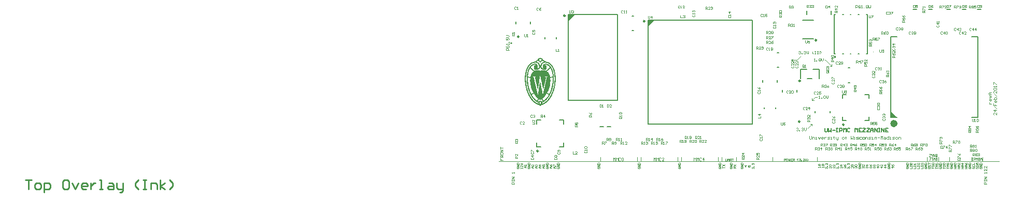
<source format=gbr>
G04 Layer_Color=65535*
%FSLAX24Y24*%
%MOIN*%
%TF.FileFunction,Legend,Top*%
%TF.Part,Single*%
G01*
G75*
%TA.AperFunction,NonConductor*%
%ADD53C,0.0100*%
%ADD85C,0.0118*%
%ADD86C,0.0236*%
%ADD87C,0.0098*%
%ADD88C,0.0039*%
%ADD89C,0.0079*%
%ADD90C,0.0040*%
%ADD91C,0.0030*%
%ADD145C,0.0010*%
%ADD146C,0.0020*%
%ADD147C,0.0050*%
G36*
X25651Y4447D02*
X25251D01*
Y4847D01*
X25651Y4447D01*
D02*
G37*
G36*
X9646Y10348D02*
Y10709D01*
X10006D01*
X9646Y10348D01*
D02*
G37*
G36*
X4528Y10688D02*
Y11063D01*
X4902D01*
X4528Y10688D01*
D02*
G37*
D53*
X-30400Y400D02*
X-30000D01*
X-30200D01*
Y-200D01*
X-29700D02*
X-29500D01*
X-29400Y-100D01*
Y100D01*
X-29500Y200D01*
X-29700D01*
X-29800Y100D01*
Y-100D01*
X-29700Y-200D01*
X-29200Y-400D02*
Y200D01*
X-28900D01*
X-28801Y100D01*
Y-100D01*
X-28900Y-200D01*
X-29200D01*
X-27701Y400D02*
X-27901D01*
X-28001Y300D01*
Y-100D01*
X-27901Y-200D01*
X-27701D01*
X-27601Y-100D01*
Y300D01*
X-27701Y400D01*
X-27401Y200D02*
X-27201Y-200D01*
X-27001Y200D01*
X-26501Y-200D02*
X-26701D01*
X-26801Y-100D01*
Y100D01*
X-26701Y200D01*
X-26501D01*
X-26401Y100D01*
Y-0D01*
X-26801D01*
X-26201Y200D02*
Y-200D01*
Y-0D01*
X-26101Y100D01*
X-26001Y200D01*
X-25901D01*
X-25602Y-200D02*
X-25402D01*
X-25502D01*
Y400D01*
X-25602D01*
X-25002Y200D02*
X-24802D01*
X-24702Y100D01*
Y-200D01*
X-25002D01*
X-25102Y-100D01*
X-25002Y-0D01*
X-24702D01*
X-24502Y200D02*
Y-100D01*
X-24402Y-200D01*
X-24102D01*
Y-300D01*
X-24202Y-400D01*
X-24302D01*
X-24102Y-200D02*
Y200D01*
X-23102Y-200D02*
X-23302Y-0D01*
Y200D01*
X-23102Y400D01*
X-22802D02*
X-22603D01*
X-22702D01*
Y-200D01*
X-22802D01*
X-22603D01*
X-22303D02*
Y200D01*
X-22003D01*
X-21903Y100D01*
Y-200D01*
X-21703D02*
Y400D01*
Y-0D02*
X-21403Y200D01*
X-21703Y-0D02*
X-21403Y-200D01*
X-21103D02*
X-20903Y-0D01*
Y200D01*
X-21103Y400D01*
D85*
X21673Y8346D02*
G03*
X21673Y8346I-20J0D01*
G01*
D86*
X25569Y4047D02*
G03*
X25569Y4047I-118J0D01*
G01*
D87*
X19419Y4173D02*
G03*
X19419Y4173I-49J0D01*
G01*
X20482Y9419D02*
G03*
X20482Y9419I-49J0D01*
G01*
X19439Y6794D02*
G03*
X19439Y6794I-49J0D01*
G01*
X4321Y11004D02*
G03*
X4321Y11004I-49J0D01*
G01*
X2592Y2278D02*
G03*
X2592Y2278I-49J0D01*
G01*
X22254Y3976D02*
G03*
X22254Y3976I-49J0D01*
G01*
X9439Y10650D02*
G03*
X9439Y10650I-49J0D01*
G01*
X1348Y9646D02*
G03*
X1348Y9646I-49J0D01*
G01*
D88*
X24123Y8666D02*
G03*
X24123Y8666I-20J0D01*
G01*
X17638Y1609D02*
Y1890D01*
X20512Y1609D02*
Y1890D01*
X15315Y1609D02*
Y1890D01*
X14370Y1609D02*
Y1890D01*
X11772Y1609D02*
Y1890D01*
X14134Y1609D02*
Y1890D01*
X9173Y1609D02*
Y1890D01*
X11535Y1614D02*
Y1890D01*
X8937Y1609D02*
Y1890D01*
X6575Y1609D02*
Y1890D01*
X50Y1609D02*
X32230D01*
X30433D02*
Y1890D01*
X31142Y1609D02*
Y1890D01*
X27598Y1609D02*
Y1890D01*
X29016Y1609D02*
Y1890D01*
X28307Y1609D02*
Y1890D01*
D89*
X23740Y10707D02*
Y11063D01*
Y8543D02*
Y8900D01*
X21614Y10707D02*
Y11063D01*
Y8543D02*
Y8900D01*
X23673Y11063D02*
X23740D01*
X21614D02*
X21681D01*
X23673Y8543D02*
X23740D01*
X21614D02*
X21681D01*
X23150Y11063D02*
X23209D01*
X22638D02*
X22697D01*
X22146D02*
X22205D01*
X22146Y8543D02*
X22205D01*
X22638D02*
X22697D01*
X23150D02*
X23209D01*
X23740Y8900D02*
Y10707D01*
X21614Y8900D02*
Y10707D01*
X19567Y9508D02*
X20266D01*
X19567Y10728D02*
X20276D01*
X20639Y6944D02*
Y7544D01*
X20239D02*
X20639D01*
X19439D02*
X19839D01*
X19439Y6944D02*
Y7544D01*
X19889Y6944D02*
X20189D01*
X4528Y10688D02*
X4902Y11063D01*
X4528Y5551D02*
Y11063D01*
X7677Y5551D02*
Y11063D01*
X4528D02*
X7677D01*
X4528Y5551D02*
X7677D01*
X27677Y11417D02*
X27913D01*
X25251Y4447D02*
Y9647D01*
X30851Y4447D02*
Y9647D01*
X25251Y4447D02*
X25651D01*
X30451D02*
X30851D01*
X25251Y9647D02*
X25651D01*
X30451D02*
X30851D01*
X2484Y4000D02*
Y4266D01*
X2750D01*
X4216Y4000D02*
Y4266D01*
X3950D02*
X4216D01*
Y2534D02*
Y2800D01*
X3950Y2534D02*
X4216D01*
X2484D02*
Y2800D01*
Y2534D02*
X2750D01*
X23839Y4232D02*
Y4478D01*
X23593Y4232D02*
X23839D01*
Y5679D02*
Y5925D01*
X23593D02*
X23839D01*
X22146D02*
X22392D01*
X22146Y5679D02*
Y5925D01*
Y4232D02*
Y4478D01*
Y4232D02*
X22392D01*
X9646Y10348D02*
X10006Y10709D01*
X9646Y4016D02*
Y10709D01*
X16339Y4016D02*
Y10709D01*
X9646D02*
X16339D01*
X9646Y4016D02*
X16339D01*
X22500Y7638D02*
X22618D01*
X22500Y6693D02*
X22618D01*
X2087Y10492D02*
Y10610D01*
X1142Y10492D02*
Y10610D01*
X20394Y4744D02*
Y4862D01*
X21339Y4744D02*
Y4862D01*
X3031Y9528D02*
Y9606D01*
X3740Y9528D02*
Y9606D01*
X17835Y5000D02*
Y5079D01*
X17126Y5000D02*
Y5079D01*
X21417Y11063D02*
Y11299D01*
X19843Y11063D02*
Y11299D01*
X6535Y3858D02*
X6772D01*
X7008D02*
X7244D01*
X29843Y11417D02*
X30079D01*
X28858D02*
X29094D01*
X30827D02*
X31063D01*
X8602Y10039D02*
X8720D01*
X8602Y10984D02*
X8720D01*
X17008Y6713D02*
Y6831D01*
X17953Y6713D02*
Y6831D01*
X19213Y6083D02*
Y6201D01*
X18268Y6083D02*
Y6201D01*
X17933Y8622D02*
X18051D01*
X17933Y7677D02*
X18051D01*
X26693Y11417D02*
X26929D01*
D90*
X20197Y3898D02*
Y4016D01*
X20079D02*
X20197D01*
X19921Y3740D02*
X20197Y4016D01*
X19921Y3740D02*
Y3740D01*
X21339Y7756D02*
X21457D01*
Y7874D01*
X21063Y8150D02*
X21457Y7756D01*
X21024Y8150D02*
X21063D01*
X18858D02*
X18937Y8071D01*
X18858Y8150D02*
X18937Y8228D01*
X19213Y8150D02*
X19488Y8425D01*
X18858Y8150D02*
X19213D01*
X20197Y5551D02*
X20315D01*
X20197D02*
Y5669D01*
Y5551D02*
X20394Y5748D01*
X20512D01*
X827Y9213D02*
X866Y9252D01*
X827Y9213D02*
Y9291D01*
X866Y9252D01*
X787D02*
X866D01*
X31595Y5300D02*
X31728D01*
X31661D01*
X31628Y5333D01*
X31595Y5367D01*
Y5400D01*
X31728Y5600D02*
Y5533D01*
X31695Y5500D01*
X31628D01*
X31595Y5533D01*
Y5600D01*
X31628Y5633D01*
X31661D01*
Y5500D01*
X31595Y5700D02*
X31728Y5767D01*
X31595Y5833D01*
X31728Y5900D02*
X31595D01*
X31528Y5966D01*
X31595Y6033D01*
X31728D01*
X31628D01*
Y5900D01*
X32064Y4750D02*
Y4617D01*
X31931Y4750D01*
X31897D01*
X31864Y4717D01*
Y4650D01*
X31897Y4617D01*
X32064Y4917D02*
X31864D01*
X31964Y4817D01*
Y4950D01*
X32064Y5017D02*
X31931Y5150D01*
X31864Y5350D02*
Y5217D01*
X31964D01*
Y5283D01*
Y5217D01*
X32064D01*
Y5517D02*
Y5450D01*
X32031Y5417D01*
X31964D01*
X31931Y5450D01*
Y5517D01*
X31964Y5550D01*
X31997D01*
Y5417D01*
X31864Y5617D02*
X32064D01*
Y5717D01*
X32031Y5750D01*
X31997D01*
X31964D01*
X31931Y5717D01*
Y5617D01*
X32064Y5817D02*
X31931Y5950D01*
X32064Y6150D02*
Y6016D01*
X31931Y6150D01*
X31897D01*
X31864Y6116D01*
Y6050D01*
X31897Y6016D01*
Y6216D02*
X31864Y6250D01*
Y6316D01*
X31897Y6350D01*
X32031D01*
X32064Y6316D01*
Y6250D01*
X32031Y6216D01*
X31897D01*
X32064Y6416D02*
Y6483D01*
Y6450D01*
X31864D01*
X31897Y6416D01*
X31864Y6583D02*
Y6716D01*
X31897D01*
X32031Y6583D01*
X32064D01*
X19173Y3733D02*
X19203Y3763D01*
X19263D01*
X19293Y3733D01*
Y3703D01*
X19263Y3673D01*
X19233D01*
X19263D01*
X19293Y3643D01*
Y3613D01*
X19263Y3583D01*
X19203D01*
X19173Y3613D01*
X19353Y3583D02*
Y3613D01*
X19383D01*
Y3583D01*
X19353D01*
X19503Y3733D02*
X19533Y3763D01*
X19593D01*
X19623Y3733D01*
Y3703D01*
X19593Y3673D01*
X19563D01*
X19593D01*
X19623Y3643D01*
Y3613D01*
X19593Y3583D01*
X19533D01*
X19503Y3613D01*
X19683Y3763D02*
Y3643D01*
X19743Y3583D01*
X19803Y3643D01*
Y3763D01*
X20315Y8071D02*
X20375D01*
X20345D01*
Y8251D01*
X20315Y8221D01*
X20465Y8071D02*
Y8101D01*
X20495D01*
Y8071D01*
X20465D01*
X20615Y8221D02*
X20645Y8251D01*
X20705D01*
X20735Y8221D01*
Y8191D01*
X20705Y8161D01*
X20735Y8131D01*
Y8101D01*
X20705Y8071D01*
X20645D01*
X20615Y8101D01*
Y8131D01*
X20645Y8161D01*
X20615Y8191D01*
Y8221D01*
X20645Y8161D02*
X20705D01*
X20795Y8251D02*
Y8131D01*
X20855Y8071D01*
X20915Y8131D01*
Y8251D01*
X19331Y8693D02*
X19361Y8723D01*
X19421D01*
X19451Y8693D01*
Y8663D01*
X19421Y8633D01*
X19391D01*
X19421D01*
X19451Y8603D01*
Y8573D01*
X19421Y8543D01*
X19361D01*
X19331Y8573D01*
X19511Y8543D02*
Y8573D01*
X19541D01*
Y8543D01*
X19511D01*
X19661Y8693D02*
X19691Y8723D01*
X19751D01*
X19781Y8693D01*
Y8663D01*
X19751Y8633D01*
X19721D01*
X19751D01*
X19781Y8603D01*
Y8573D01*
X19751Y8543D01*
X19691D01*
X19661Y8573D01*
X19841Y8723D02*
Y8603D01*
X19901Y8543D01*
X19961Y8603D01*
Y8723D01*
X20260Y8543D02*
X20200Y8603D01*
Y8663D01*
X20260Y8723D01*
X20350D02*
X20410D01*
X20380D01*
Y8543D01*
X20350D01*
X20410D01*
X20590Y8723D02*
X20530D01*
X20500Y8693D01*
Y8573D01*
X20530Y8543D01*
X20590D01*
X20620Y8573D01*
Y8693D01*
X20590Y8723D01*
X20680Y8543D02*
X20740Y8603D01*
Y8663D01*
X20680Y8723D01*
X20630Y5669D02*
X20690D01*
X20660D01*
Y5849D01*
X20630Y5819D01*
X20780Y5669D02*
Y5699D01*
X20810D01*
Y5669D01*
X20780D01*
X20930Y5819D02*
X20960Y5849D01*
X21020D01*
X21050Y5819D01*
Y5699D01*
X21020Y5669D01*
X20960D01*
X20930Y5699D01*
Y5819D01*
X21110Y5849D02*
Y5729D01*
X21170Y5669D01*
X21230Y5729D01*
Y5849D01*
X709Y8780D02*
X529D01*
Y8870D01*
X559Y8899D01*
X619D01*
X649Y8870D01*
Y8780D01*
X559Y9079D02*
X529Y9049D01*
Y8989D01*
X559Y8959D01*
X679D01*
X709Y8989D01*
Y9049D01*
X679Y9079D01*
X619D01*
Y9019D01*
X709Y9139D02*
Y9199D01*
Y9169D01*
X529D01*
X559Y9139D01*
X709Y9289D02*
X679D01*
Y9319D01*
X709D01*
Y9289D01*
X529Y9559D02*
Y9439D01*
X619D01*
X589Y9499D01*
Y9529D01*
X619Y9559D01*
X679D01*
X709Y9529D01*
Y9469D01*
X679Y9439D01*
X529Y9619D02*
X649D01*
X709Y9679D01*
X649Y9739D01*
X529D01*
X22992Y11496D02*
Y11676D01*
X23082D01*
X23112Y11646D01*
Y11586D01*
X23082Y11556D01*
X22992D01*
X23292Y11646D02*
X23262Y11676D01*
X23202D01*
X23172Y11646D01*
Y11526D01*
X23202Y11496D01*
X23262D01*
X23292Y11526D01*
Y11586D01*
X23232D01*
X23352Y11496D02*
X23412D01*
X23382D01*
Y11676D01*
X23352Y11646D01*
X23502Y11496D02*
Y11526D01*
X23532D01*
Y11496D01*
X23502D01*
X23652Y11646D02*
X23682Y11676D01*
X23742D01*
X23772Y11646D01*
Y11616D01*
X23742Y11586D01*
X23772Y11556D01*
Y11526D01*
X23742Y11496D01*
X23682D01*
X23652Y11526D01*
Y11556D01*
X23682Y11586D01*
X23652Y11616D01*
Y11646D01*
X23682Y11586D02*
X23742D01*
X23832Y11676D02*
Y11556D01*
X23892Y11496D01*
X23952Y11556D01*
Y11676D01*
X20000Y3231D02*
Y3065D01*
X20033Y3031D01*
X20100D01*
X20133Y3065D01*
Y3231D01*
X20200Y3031D02*
Y3165D01*
X20300D01*
X20333Y3131D01*
Y3031D01*
X20400D02*
X20467D01*
X20433D01*
Y3165D01*
X20400D01*
X20566D02*
X20633Y3031D01*
X20700Y3165D01*
X20866Y3031D02*
X20800D01*
X20766Y3065D01*
Y3131D01*
X20800Y3165D01*
X20866D01*
X20900Y3131D01*
Y3098D01*
X20766D01*
X20966Y3165D02*
Y3031D01*
Y3098D01*
X21000Y3131D01*
X21033Y3165D01*
X21066D01*
X21166Y3031D02*
X21266D01*
X21300Y3065D01*
X21266Y3098D01*
X21200D01*
X21166Y3131D01*
X21200Y3165D01*
X21300D01*
X21366Y3031D02*
X21433D01*
X21400D01*
Y3165D01*
X21366D01*
X21566Y3198D02*
Y3165D01*
X21533D01*
X21599D01*
X21566D01*
Y3065D01*
X21599Y3031D01*
X21699Y3165D02*
Y3065D01*
X21733Y3031D01*
X21833D01*
Y2998D01*
X21799Y2965D01*
X21766D01*
X21833Y3031D02*
Y3165D01*
X22133Y3031D02*
X22199D01*
X22233Y3065D01*
Y3131D01*
X22199Y3165D01*
X22133D01*
X22099Y3131D01*
Y3065D01*
X22133Y3031D01*
X22333D02*
Y3198D01*
Y3131D01*
X22299D01*
X22366D01*
X22333D01*
Y3198D01*
X22366Y3231D01*
X22666D02*
Y3031D01*
X22732Y3098D01*
X22799Y3031D01*
Y3231D01*
X22866Y3031D02*
X22932D01*
X22899D01*
Y3165D01*
X22866D01*
X23032Y3031D02*
X23132D01*
X23166Y3065D01*
X23132Y3098D01*
X23066D01*
X23032Y3131D01*
X23066Y3165D01*
X23166D01*
X23366D02*
X23266D01*
X23232Y3131D01*
Y3065D01*
X23266Y3031D01*
X23366D01*
X23466D02*
X23532D01*
X23566Y3065D01*
Y3131D01*
X23532Y3165D01*
X23466D01*
X23432Y3131D01*
Y3065D01*
X23466Y3031D01*
X23632D02*
Y3165D01*
X23732D01*
X23765Y3131D01*
Y3031D01*
X23832D02*
X23932D01*
X23965Y3065D01*
X23932Y3098D01*
X23865D01*
X23832Y3131D01*
X23865Y3165D01*
X23965D01*
X24032Y3031D02*
X24099D01*
X24065D01*
Y3165D01*
X24032D01*
X24199Y3031D02*
Y3165D01*
X24299D01*
X24332Y3131D01*
Y3031D01*
X24399Y3131D02*
X24532D01*
X24599Y3031D02*
Y3231D01*
X24665Y3165D01*
X24732Y3231D01*
Y3031D01*
X24832Y3165D02*
X24898D01*
X24932Y3131D01*
Y3031D01*
X24832D01*
X24798Y3065D01*
X24832Y3098D01*
X24932D01*
X25132Y3231D02*
Y3031D01*
X25032D01*
X24998Y3065D01*
Y3131D01*
X25032Y3165D01*
X25132D01*
X25198Y3031D02*
X25265D01*
X25232D01*
Y3165D01*
X25198D01*
X25365Y3031D02*
X25465D01*
X25498Y3065D01*
X25465Y3098D01*
X25398D01*
X25365Y3131D01*
X25398Y3165D01*
X25498D01*
X25598Y3031D02*
X25665D01*
X25698Y3065D01*
Y3131D01*
X25665Y3165D01*
X25598D01*
X25565Y3131D01*
Y3065D01*
X25598Y3031D01*
X25765D02*
Y3165D01*
X25865D01*
X25898Y3131D01*
Y3031D01*
D91*
X24528Y8821D02*
Y8688D01*
X24554Y8661D01*
X24608D01*
X24634Y8688D01*
Y8821D01*
X24688Y8688D02*
X24714Y8661D01*
X24767D01*
X24794Y8688D01*
Y8795D01*
X24767Y8821D01*
X24714D01*
X24688Y8795D01*
Y8768D01*
X24714Y8741D01*
X24794D01*
X18189Y4097D02*
Y3964D01*
X18216Y3937D01*
X18269D01*
X18296Y3964D01*
Y4097D01*
X18456D02*
X18349D01*
Y4017D01*
X18402Y4044D01*
X18429D01*
X18456Y4017D01*
Y3964D01*
X18429Y3937D01*
X18376D01*
X18349Y3964D01*
X23858Y11026D02*
Y10893D01*
X23885Y10866D01*
X23938D01*
X23965Y10893D01*
Y11026D01*
X24018D02*
X24125D01*
Y10999D01*
X24018Y10893D01*
Y10866D01*
X19764Y9412D02*
Y9279D01*
X19790Y9252D01*
X19844D01*
X19870Y9279D01*
Y9412D01*
X20030D02*
X19977Y9385D01*
X19924Y9332D01*
Y9279D01*
X19950Y9252D01*
X20004D01*
X20030Y9279D01*
Y9305D01*
X20004Y9332D01*
X19924D01*
X19674Y7704D02*
Y7810D01*
X19647Y7837D01*
X19594D01*
X19567Y7810D01*
Y7704D01*
X19594Y7677D01*
X19647D01*
X19620Y7730D02*
X19674Y7677D01*
X19647D02*
X19674Y7704D01*
X19727Y7677D02*
X19780D01*
X19754D01*
Y7837D01*
X19727Y7810D01*
X16614Y8858D02*
Y9018D01*
X16694D01*
X16721Y8992D01*
Y8938D01*
X16694Y8912D01*
X16614D01*
X16667D02*
X16721Y8858D01*
X16881D02*
X16774D01*
X16881Y8965D01*
Y8992D01*
X16854Y9018D01*
X16801D01*
X16774Y8992D01*
X16934Y8885D02*
X16961Y8858D01*
X17014D01*
X17041Y8885D01*
Y8992D01*
X17014Y9018D01*
X16961D01*
X16934Y8992D01*
Y8965D01*
X16961Y8938D01*
X17041D01*
X4567Y11341D02*
Y11208D01*
X4594Y11181D01*
X4647D01*
X4674Y11208D01*
Y11341D01*
X4727Y11314D02*
X4754Y11341D01*
X4807D01*
X4834Y11314D01*
Y11288D01*
X4807Y11261D01*
X4780D01*
X4807D01*
X4834Y11234D01*
Y11208D01*
X4807Y11181D01*
X4754D01*
X4727Y11208D01*
X27677Y11695D02*
Y11535D01*
X27757D01*
X27784Y11562D01*
Y11669D01*
X27757Y11695D01*
X27677D01*
X27944D02*
X27890Y11669D01*
X27837Y11615D01*
Y11562D01*
X27864Y11535D01*
X27917D01*
X27944Y11562D01*
Y11589D01*
X27917Y11615D01*
X27837D01*
X11732Y11026D02*
Y10866D01*
X11839D01*
X11892Y10999D02*
X11919Y11026D01*
X11972D01*
X11999Y10999D01*
Y10973D01*
X11972Y10946D01*
X11946D01*
X11972D01*
X11999Y10919D01*
Y10893D01*
X11972Y10866D01*
X11919D01*
X11892Y10893D01*
X30472Y4333D02*
Y4200D01*
X30499Y4173D01*
X30552D01*
X30579Y4200D01*
Y4333D01*
X30632Y4173D02*
X30686D01*
X30659D01*
Y4333D01*
X30632Y4307D01*
X30766D02*
X30792Y4333D01*
X30846D01*
X30872Y4307D01*
Y4200D01*
X30846Y4173D01*
X30792D01*
X30766Y4200D01*
Y4307D01*
X2202Y4016D02*
X2336D01*
X2362Y4042D01*
Y4096D01*
X2336Y4122D01*
X2202D01*
X2362Y4282D02*
Y4176D01*
X2256Y4282D01*
X2229D01*
X2202Y4256D01*
Y4202D01*
X2229Y4176D01*
X22126Y6184D02*
Y6050D01*
X22153Y6024D01*
X22206D01*
X22233Y6050D01*
Y6184D01*
X22286Y6157D02*
X22313Y6184D01*
X22366D01*
X22393Y6157D01*
Y6130D01*
X22366Y6104D01*
X22393Y6077D01*
Y6050D01*
X22366Y6024D01*
X22313D01*
X22286Y6050D01*
Y6077D01*
X22313Y6104D01*
X22286Y6130D01*
Y6157D01*
X22313Y6104D02*
X22366D01*
X9646Y10987D02*
Y10853D01*
X9672Y10827D01*
X9726D01*
X9752Y10853D01*
Y10987D01*
X9886Y10827D02*
Y10987D01*
X9806Y10907D01*
X9912D01*
X21918Y6511D02*
X21891Y6538D01*
X21838D01*
X21811Y6511D01*
Y6405D01*
X21838Y6378D01*
X21891D01*
X21918Y6405D01*
X22078Y6378D02*
X21971D01*
X22078Y6485D01*
Y6511D01*
X22051Y6538D01*
X21998D01*
X21971Y6511D01*
X22131D02*
X22158Y6538D01*
X22211D01*
X22238Y6511D01*
Y6485D01*
X22211Y6458D01*
X22238Y6431D01*
Y6405D01*
X22211Y6378D01*
X22158D01*
X22131Y6405D01*
Y6431D01*
X22158Y6458D01*
X22131Y6485D01*
Y6511D01*
X22158Y6458D02*
X22211D01*
X2587Y11472D02*
X2560Y11499D01*
X2507D01*
X2480Y11472D01*
Y11365D01*
X2507Y11339D01*
X2560D01*
X2587Y11365D01*
X2747Y11499D02*
X2694Y11472D01*
X2640Y11419D01*
Y11365D01*
X2667Y11339D01*
X2720D01*
X2747Y11365D01*
Y11392D01*
X2720Y11419D01*
X2640D01*
X11681Y11629D02*
X11655Y11656D01*
X11601D01*
X11575Y11629D01*
Y11523D01*
X11601Y11496D01*
X11655D01*
X11681Y11523D01*
X11735Y11496D02*
X11788D01*
X11761D01*
Y11656D01*
X11735Y11629D01*
X11975Y11496D02*
X11868D01*
X11975Y11603D01*
Y11629D01*
X11948Y11656D01*
X11895D01*
X11868Y11629D01*
X1170Y11551D02*
X1143Y11577D01*
X1090D01*
X1063Y11551D01*
Y11444D01*
X1090Y11417D01*
X1143D01*
X1170Y11444D01*
X1223Y11417D02*
X1276D01*
X1250D01*
Y11577D01*
X1223Y11551D01*
X28213Y10382D02*
X28187Y10356D01*
Y10302D01*
X28213Y10276D01*
X28320D01*
X28346Y10302D01*
Y10356D01*
X28320Y10382D01*
X28346Y10516D02*
X28187D01*
X28266Y10436D01*
Y10542D01*
X28346Y10595D02*
Y10649D01*
Y10622D01*
X28187D01*
X28213Y10595D01*
X21520Y4201D02*
X21494Y4174D01*
Y4121D01*
X21520Y4094D01*
X21627D01*
X21654Y4121D01*
Y4174D01*
X21627Y4201D01*
X21654Y4361D02*
Y4254D01*
X21547Y4361D01*
X21520D01*
X21494Y4334D01*
Y4281D01*
X21520Y4254D01*
X21494Y4521D02*
X21520Y4468D01*
X21574Y4414D01*
X21627D01*
X21654Y4441D01*
Y4494D01*
X21627Y4521D01*
X21600D01*
X21574Y4494D01*
Y4414D01*
X24646Y9803D02*
Y9963D01*
X24726D01*
X24752Y9936D01*
Y9883D01*
X24726Y9856D01*
X24646D01*
X24699D02*
X24752Y9803D01*
X24912Y9963D02*
X24859Y9936D01*
X24806Y9883D01*
Y9830D01*
X24832Y9803D01*
X24886D01*
X24912Y9830D01*
Y9856D01*
X24886Y9883D01*
X24806D01*
X24966Y9936D02*
X24992Y9963D01*
X25046D01*
X25072Y9936D01*
Y9830D01*
X25046Y9803D01*
X24992D01*
X24966Y9830D01*
Y9936D01*
X17701Y10303D02*
X17675Y10277D01*
Y10224D01*
X17701Y10197D01*
X17808D01*
X17835Y10224D01*
Y10277D01*
X17808Y10303D01*
X17835Y10357D02*
Y10410D01*
Y10383D01*
X17675D01*
X17701Y10357D01*
X17808Y10490D02*
X17835Y10517D01*
Y10570D01*
X17808Y10597D01*
X17701D01*
X17675Y10570D01*
Y10517D01*
X17701Y10490D01*
X17728D01*
X17755Y10517D01*
Y10597D01*
X25512Y8307D02*
X25352D01*
Y8387D01*
X25379Y8414D01*
X25432D01*
X25458Y8387D01*
Y8307D01*
Y8360D02*
X25512Y8414D01*
X25352Y8574D02*
X25379Y8520D01*
X25432Y8467D01*
X25485D01*
X25512Y8494D01*
Y8547D01*
X25485Y8574D01*
X25458D01*
X25432Y8547D01*
Y8467D01*
X25512Y8734D02*
Y8627D01*
X25405Y8734D01*
X25379D01*
X25352Y8707D01*
Y8654D01*
X25379Y8627D01*
X23701Y7756D02*
X23541D01*
Y7836D01*
X23568Y7863D01*
X23621D01*
X23647Y7836D01*
Y7756D01*
Y7809D02*
X23701Y7863D01*
X23541Y8022D02*
Y7916D01*
X23621D01*
X23594Y7969D01*
Y7996D01*
X23621Y8022D01*
X23674D01*
X23701Y7996D01*
Y7943D01*
X23674Y7916D01*
X23701Y8182D02*
Y8076D01*
X23594Y8182D01*
X23568D01*
X23541Y8156D01*
Y8102D01*
X23568Y8076D01*
X24016Y9055D02*
X23856D01*
Y9135D01*
X23882Y9162D01*
X23936D01*
X23962Y9135D01*
Y9055D01*
Y9108D02*
X24016Y9162D01*
X23856Y9322D02*
Y9215D01*
X23936D01*
X23909Y9268D01*
Y9295D01*
X23936Y9322D01*
X23989D01*
X24016Y9295D01*
Y9242D01*
X23989Y9215D01*
X23882Y9375D02*
X23856Y9402D01*
Y9455D01*
X23882Y9482D01*
X23909D01*
X23936Y9455D01*
Y9428D01*
Y9455D01*
X23962Y9482D01*
X23989D01*
X24016Y9455D01*
Y9402D01*
X23989Y9375D01*
X1693Y9806D02*
Y9672D01*
X1720Y9646D01*
X1773D01*
X1800Y9672D01*
Y9806D01*
X1853Y9646D02*
X1906D01*
X1880D01*
Y9806D01*
X1853Y9779D01*
X19843Y11535D02*
Y11695D01*
X19922D01*
X19949Y11669D01*
Y11615D01*
X19922Y11589D01*
X19843D01*
X19896D02*
X19949Y11535D01*
X20002Y11669D02*
X20029Y11695D01*
X20082D01*
X20109Y11669D01*
Y11642D01*
X20082Y11615D01*
X20056D01*
X20082D01*
X20109Y11589D01*
Y11562D01*
X20082Y11535D01*
X20029D01*
X20002Y11562D01*
X20162Y11669D02*
X20189Y11695D01*
X20242D01*
X20269Y11669D01*
Y11642D01*
X20242Y11615D01*
X20216D01*
X20242D01*
X20269Y11589D01*
Y11562D01*
X20242Y11535D01*
X20189D01*
X20162Y11562D01*
X18228Y10906D02*
X18068D01*
Y10985D01*
X18095Y11012D01*
X18148D01*
X18175Y10985D01*
Y10906D01*
Y10959D02*
X18228Y11012D01*
X18095Y11065D02*
X18068Y11092D01*
Y11145D01*
X18095Y11172D01*
X18122D01*
X18148Y11145D01*
Y11119D01*
Y11145D01*
X18175Y11172D01*
X18202D01*
X18228Y11145D01*
Y11092D01*
X18202Y11065D01*
X18095Y11225D02*
X18068Y11252D01*
Y11305D01*
X18095Y11332D01*
X18202D01*
X18228Y11305D01*
Y11252D01*
X18202Y11225D01*
X18095D01*
X30512Y1969D02*
Y2128D01*
X30592D01*
X30618Y2102D01*
Y2048D01*
X30592Y2022D01*
X30512D01*
X30565D02*
X30618Y1969D01*
X30672Y2102D02*
X30698Y2128D01*
X30752D01*
X30778Y2102D01*
Y2075D01*
X30752Y2048D01*
X30778Y2022D01*
Y1995D01*
X30752Y1969D01*
X30698D01*
X30672Y1995D01*
Y2022D01*
X30698Y2048D01*
X30672Y2075D01*
Y2102D01*
X30698Y2048D02*
X30752D01*
X30832Y2102D02*
X30858Y2128D01*
X30912D01*
X30938Y2102D01*
Y2075D01*
X30912Y2048D01*
X30885D01*
X30912D01*
X30938Y2022D01*
Y1995D01*
X30912Y1969D01*
X30858D01*
X30832Y1995D01*
X30354Y2244D02*
Y2404D01*
X30434D01*
X30461Y2377D01*
Y2324D01*
X30434Y2297D01*
X30354D01*
X30408D02*
X30461Y2244D01*
X30514Y2377D02*
X30541Y2404D01*
X30594D01*
X30621Y2377D01*
Y2351D01*
X30594Y2324D01*
X30621Y2297D01*
Y2271D01*
X30594Y2244D01*
X30541D01*
X30514Y2271D01*
Y2297D01*
X30541Y2324D01*
X30514Y2351D01*
Y2377D01*
X30541Y2324D02*
X30594D01*
X30674Y2377D02*
X30701Y2404D01*
X30754D01*
X30781Y2377D01*
Y2271D01*
X30754Y2244D01*
X30701D01*
X30674Y2271D01*
Y2377D01*
X29134Y2244D02*
X28974D01*
Y2324D01*
X29001Y2351D01*
X29054D01*
X29081Y2324D01*
Y2244D01*
Y2297D02*
X29134Y2351D01*
X28974Y2404D02*
Y2511D01*
X29001D01*
X29107Y2404D01*
X29134D01*
X28974Y2564D02*
Y2671D01*
X29001D01*
X29107Y2564D01*
X29134D01*
X29724Y1693D02*
X29564D01*
Y1773D01*
X29591Y1800D01*
X29644D01*
X29671Y1773D01*
Y1693D01*
Y1746D02*
X29724Y1800D01*
X29564Y1853D02*
Y1959D01*
X29591D01*
X29698Y1853D01*
X29724D01*
X29564Y2119D02*
X29591Y2066D01*
X29644Y2013D01*
X29698D01*
X29724Y2039D01*
Y2093D01*
X29698Y2119D01*
X29671D01*
X29644Y2093D01*
Y2013D01*
X30354Y2520D02*
Y2680D01*
X30434D01*
X30461Y2653D01*
Y2600D01*
X30434Y2573D01*
X30354D01*
X30408D02*
X30461Y2520D01*
X30514Y2653D02*
X30541Y2680D01*
X30594D01*
X30621Y2653D01*
Y2626D01*
X30594Y2600D01*
X30621Y2573D01*
Y2546D01*
X30594Y2520D01*
X30541D01*
X30514Y2546D01*
Y2573D01*
X30541Y2600D01*
X30514Y2626D01*
Y2653D01*
X30541Y2600D02*
X30594D01*
X30674Y2520D02*
X30728D01*
X30701D01*
Y2680D01*
X30674Y2653D01*
X29252Y2795D02*
Y2955D01*
X29332D01*
X29359Y2929D01*
Y2875D01*
X29332Y2849D01*
X29252D01*
X29305D02*
X29359Y2795D01*
X29412Y2955D02*
X29519D01*
Y2929D01*
X29412Y2822D01*
Y2795D01*
X29572Y2929D02*
X29599Y2955D01*
X29652D01*
X29678Y2929D01*
Y2902D01*
X29652Y2875D01*
X29678Y2849D01*
Y2822D01*
X29652Y2795D01*
X29599D01*
X29572Y2822D01*
Y2849D01*
X29599Y2875D01*
X29572Y2902D01*
Y2929D01*
X29599Y2875D02*
X29652D01*
X30866Y3465D02*
X30706D01*
Y3545D01*
X30733Y3571D01*
X30786D01*
X30813Y3545D01*
Y3465D01*
Y3518D02*
X30866Y3571D01*
X30733Y3625D02*
X30706Y3651D01*
Y3704D01*
X30733Y3731D01*
X30760D01*
X30786Y3704D01*
X30813Y3731D01*
X30839D01*
X30866Y3704D01*
Y3651D01*
X30839Y3625D01*
X30813D01*
X30786Y3651D01*
X30760Y3625D01*
X30733D01*
X30786Y3651D02*
Y3704D01*
X30706Y3891D02*
X30733Y3838D01*
X30786Y3784D01*
X30839D01*
X30866Y3811D01*
Y3864D01*
X30839Y3891D01*
X30813D01*
X30786Y3864D01*
Y3784D01*
X30394Y3465D02*
X30234D01*
Y3545D01*
X30260Y3571D01*
X30314D01*
X30340Y3545D01*
Y3465D01*
Y3518D02*
X30394Y3571D01*
X30260Y3625D02*
X30234Y3651D01*
Y3704D01*
X30260Y3731D01*
X30287D01*
X30314Y3704D01*
X30340Y3731D01*
X30367D01*
X30394Y3704D01*
Y3651D01*
X30367Y3625D01*
X30340D01*
X30314Y3651D01*
X30287Y3625D01*
X30260D01*
X30314Y3651D02*
Y3704D01*
X30394Y3864D02*
X30234D01*
X30314Y3784D01*
Y3891D01*
X21811Y11220D02*
X21651D01*
Y11300D01*
X21678Y11327D01*
X21731D01*
X21758Y11300D01*
Y11220D01*
Y11274D02*
X21811Y11327D01*
Y11460D02*
X21651D01*
X21731Y11380D01*
Y11487D01*
X21811Y11647D02*
Y11540D01*
X21704Y11647D01*
X21678D01*
X21651Y11620D01*
Y11567D01*
X21678Y11540D01*
X23031Y7953D02*
Y8113D01*
X23111D01*
X23138Y8086D01*
Y8033D01*
X23111Y8006D01*
X23031D01*
X23085D02*
X23138Y7953D01*
X23271D02*
Y8113D01*
X23191Y8033D01*
X23298D01*
X23351Y8113D02*
X23458D01*
Y8086D01*
X23351Y7979D01*
Y7953D01*
X13346Y11417D02*
Y11577D01*
X13426D01*
X13453Y11551D01*
Y11497D01*
X13426Y11471D01*
X13346D01*
X13400D02*
X13453Y11417D01*
X13613D02*
X13506D01*
X13613Y11524D01*
Y11551D01*
X13586Y11577D01*
X13533D01*
X13506Y11551D01*
X13666D02*
X13693Y11577D01*
X13746D01*
X13773Y11551D01*
Y11524D01*
X13746Y11497D01*
X13720D01*
X13746D01*
X13773Y11471D01*
Y11444D01*
X13746Y11417D01*
X13693D01*
X13666Y11444D01*
X25157Y2598D02*
Y2758D01*
X25237D01*
X25264Y2732D01*
Y2678D01*
X25237Y2652D01*
X25157D01*
X25211D02*
X25264Y2598D01*
X25424Y2758D02*
X25371Y2732D01*
X25317Y2678D01*
Y2625D01*
X25344Y2598D01*
X25397D01*
X25424Y2625D01*
Y2652D01*
X25397Y2678D01*
X25317D01*
X25557Y2598D02*
Y2758D01*
X25477Y2678D01*
X25584D01*
X24843Y2362D02*
Y2522D01*
X24922D01*
X24949Y2495D01*
Y2442D01*
X24922Y2416D01*
X24843D01*
X24896D02*
X24949Y2362D01*
X25109Y2522D02*
X25056Y2495D01*
X25002Y2442D01*
Y2389D01*
X25029Y2362D01*
X25082D01*
X25109Y2389D01*
Y2416D01*
X25082Y2442D01*
X25002D01*
X25162Y2495D02*
X25189Y2522D01*
X25242D01*
X25269Y2495D01*
Y2469D01*
X25242Y2442D01*
X25216D01*
X25242D01*
X25269Y2416D01*
Y2389D01*
X25242Y2362D01*
X25189D01*
X25162Y2389D01*
X24528Y2598D02*
Y2758D01*
X24608D01*
X24634Y2732D01*
Y2678D01*
X24608Y2652D01*
X24528D01*
X24581D02*
X24634Y2598D01*
X24794Y2758D02*
X24688D01*
Y2678D01*
X24741Y2705D01*
X24767D01*
X24794Y2678D01*
Y2625D01*
X24767Y2598D01*
X24714D01*
X24688Y2625D01*
X24847D02*
X24874Y2598D01*
X24927D01*
X24954Y2625D01*
Y2732D01*
X24927Y2758D01*
X24874D01*
X24847Y2732D01*
Y2705D01*
X24874Y2678D01*
X24954D01*
X24213Y2362D02*
Y2522D01*
X24293D01*
X24319Y2495D01*
Y2442D01*
X24293Y2416D01*
X24213D01*
X24266D02*
X24319Y2362D01*
X24479Y2522D02*
X24373D01*
Y2442D01*
X24426Y2469D01*
X24453D01*
X24479Y2442D01*
Y2389D01*
X24453Y2362D01*
X24399D01*
X24373Y2389D01*
X24532Y2495D02*
X24559Y2522D01*
X24612D01*
X24639Y2495D01*
Y2469D01*
X24612Y2442D01*
X24639Y2416D01*
Y2389D01*
X24612Y2362D01*
X24559D01*
X24532Y2389D01*
Y2416D01*
X24559Y2442D01*
X24532Y2469D01*
Y2495D01*
X24559Y2442D02*
X24612D01*
X23898Y2598D02*
Y2758D01*
X23978D01*
X24004Y2732D01*
Y2678D01*
X23978Y2652D01*
X23898D01*
X23951D02*
X24004Y2598D01*
X24164Y2758D02*
X24058D01*
Y2678D01*
X24111Y2705D01*
X24138D01*
X24164Y2678D01*
Y2625D01*
X24138Y2598D01*
X24084D01*
X24058Y2625D01*
X24298Y2598D02*
Y2758D01*
X24218Y2678D01*
X24324D01*
X23583Y2362D02*
Y2522D01*
X23663D01*
X23689Y2495D01*
Y2442D01*
X23663Y2416D01*
X23583D01*
X23636D02*
X23689Y2362D01*
X23849Y2522D02*
X23743D01*
Y2442D01*
X23796Y2469D01*
X23823D01*
X23849Y2442D01*
Y2389D01*
X23823Y2362D01*
X23769D01*
X23743Y2389D01*
X23903Y2362D02*
X23956D01*
X23929D01*
Y2522D01*
X23903Y2495D01*
X23268Y2598D02*
Y2758D01*
X23348D01*
X23374Y2732D01*
Y2678D01*
X23348Y2652D01*
X23268D01*
X23321D02*
X23374Y2598D01*
X23534Y2758D02*
X23428D01*
Y2678D01*
X23481Y2705D01*
X23508D01*
X23534Y2678D01*
Y2625D01*
X23508Y2598D01*
X23454D01*
X23428Y2625D01*
X23588Y2732D02*
X23614Y2758D01*
X23668D01*
X23694Y2732D01*
Y2625D01*
X23668Y2598D01*
X23614D01*
X23588Y2625D01*
Y2732D01*
X22953Y2362D02*
Y2522D01*
X23033D01*
X23059Y2495D01*
Y2442D01*
X23033Y2416D01*
X22953D01*
X23006D02*
X23059Y2362D01*
X23193D02*
Y2522D01*
X23113Y2442D01*
X23219D01*
X23273Y2495D02*
X23299Y2522D01*
X23353D01*
X23379Y2495D01*
Y2469D01*
X23353Y2442D01*
X23379Y2416D01*
Y2389D01*
X23353Y2362D01*
X23299D01*
X23273Y2389D01*
Y2416D01*
X23299Y2442D01*
X23273Y2469D01*
Y2495D01*
X23299Y2442D02*
X23353D01*
X22638Y2598D02*
Y2758D01*
X22718D01*
X22744Y2732D01*
Y2678D01*
X22718Y2652D01*
X22638D01*
X22691D02*
X22744Y2598D01*
X22878D02*
Y2758D01*
X22798Y2678D01*
X22904D01*
X23064Y2758D02*
X23011Y2732D01*
X22958Y2678D01*
Y2625D01*
X22984Y2598D01*
X23038D01*
X23064Y2625D01*
Y2652D01*
X23038Y2678D01*
X22958D01*
X22323Y2362D02*
Y2522D01*
X22403D01*
X22429Y2495D01*
Y2442D01*
X22403Y2416D01*
X22323D01*
X22376D02*
X22429Y2362D01*
X22563D02*
Y2522D01*
X22483Y2442D01*
X22589D01*
X22749Y2522D02*
X22643D01*
Y2442D01*
X22696Y2469D01*
X22723D01*
X22749Y2442D01*
Y2389D01*
X22723Y2362D01*
X22669D01*
X22643Y2389D01*
X22008Y2598D02*
Y2758D01*
X22088D01*
X22115Y2732D01*
Y2678D01*
X22088Y2652D01*
X22008D01*
X22061D02*
X22115Y2598D01*
X22248D02*
Y2758D01*
X22168Y2678D01*
X22274D01*
X22328Y2732D02*
X22354Y2758D01*
X22408D01*
X22434Y2732D01*
Y2705D01*
X22408Y2678D01*
X22381D01*
X22408D01*
X22434Y2652D01*
Y2625D01*
X22408Y2598D01*
X22354D01*
X22328Y2625D01*
X21693Y2362D02*
Y2522D01*
X21773D01*
X21800Y2495D01*
Y2442D01*
X21773Y2416D01*
X21693D01*
X21746D02*
X21800Y2362D01*
X21933D02*
Y2522D01*
X21853Y2442D01*
X21959D01*
X22013Y2362D02*
X22066D01*
X22039D01*
Y2522D01*
X22013Y2495D01*
X21339Y2598D02*
Y2758D01*
X21419D01*
X21445Y2732D01*
Y2678D01*
X21419Y2652D01*
X21339D01*
X21392D02*
X21445Y2598D01*
X21499Y2732D02*
X21525Y2758D01*
X21579D01*
X21605Y2732D01*
Y2705D01*
X21579Y2678D01*
X21552D01*
X21579D01*
X21605Y2652D01*
Y2625D01*
X21579Y2598D01*
X21525D01*
X21499Y2625D01*
X21658D02*
X21685Y2598D01*
X21738D01*
X21765Y2625D01*
Y2732D01*
X21738Y2758D01*
X21685D01*
X21658Y2732D01*
Y2705D01*
X21685Y2678D01*
X21765D01*
X21063Y2362D02*
Y2522D01*
X21143D01*
X21170Y2495D01*
Y2442D01*
X21143Y2416D01*
X21063D01*
X21116D02*
X21170Y2362D01*
X21223Y2495D02*
X21250Y2522D01*
X21303D01*
X21330Y2495D01*
Y2469D01*
X21303Y2442D01*
X21276D01*
X21303D01*
X21330Y2416D01*
Y2389D01*
X21303Y2362D01*
X21250D01*
X21223Y2389D01*
X21383Y2495D02*
X21410Y2522D01*
X21463D01*
X21490Y2495D01*
Y2469D01*
X21463Y2442D01*
X21490Y2416D01*
Y2389D01*
X21463Y2362D01*
X21410D01*
X21383Y2389D01*
Y2416D01*
X21410Y2442D01*
X21383Y2469D01*
Y2495D01*
X21410Y2442D02*
X21463D01*
X20748Y2598D02*
Y2758D01*
X20828D01*
X20855Y2732D01*
Y2678D01*
X20828Y2652D01*
X20748D01*
X20801D02*
X20855Y2598D01*
X20908Y2732D02*
X20935Y2758D01*
X20988D01*
X21015Y2732D01*
Y2705D01*
X20988Y2678D01*
X20961D01*
X20988D01*
X21015Y2652D01*
Y2625D01*
X20988Y2598D01*
X20935D01*
X20908Y2625D01*
X21068Y2758D02*
X21175D01*
Y2732D01*
X21068Y2625D01*
Y2598D01*
X20394Y2362D02*
Y2522D01*
X20474D01*
X20500Y2495D01*
Y2442D01*
X20474Y2416D01*
X20394D01*
X20447D02*
X20500Y2362D01*
X20554Y2495D02*
X20580Y2522D01*
X20634D01*
X20660Y2495D01*
Y2469D01*
X20634Y2442D01*
X20607D01*
X20634D01*
X20660Y2416D01*
Y2389D01*
X20634Y2362D01*
X20580D01*
X20554Y2389D01*
X20794Y2362D02*
Y2522D01*
X20714Y2442D01*
X20820D01*
X27165Y2598D02*
Y2758D01*
X27245D01*
X27272Y2732D01*
Y2678D01*
X27245Y2652D01*
X27165D01*
X27219D02*
X27272Y2598D01*
X27325Y2758D02*
X27432D01*
Y2732D01*
X27325Y2625D01*
Y2598D01*
X27485Y2732D02*
X27512Y2758D01*
X27565D01*
X27592Y2732D01*
Y2625D01*
X27565Y2598D01*
X27512D01*
X27485Y2625D01*
Y2732D01*
X26850Y2362D02*
Y2522D01*
X26930D01*
X26957Y2495D01*
Y2442D01*
X26930Y2416D01*
X26850D01*
X26904D02*
X26957Y2362D01*
X27117Y2522D02*
X27064Y2495D01*
X27010Y2442D01*
Y2389D01*
X27037Y2362D01*
X27090D01*
X27117Y2389D01*
Y2416D01*
X27090Y2442D01*
X27010D01*
X27170Y2389D02*
X27197Y2362D01*
X27250D01*
X27277Y2389D01*
Y2495D01*
X27250Y2522D01*
X27197D01*
X27170Y2495D01*
Y2469D01*
X27197Y2442D01*
X27277D01*
X26535Y2598D02*
Y2758D01*
X26615D01*
X26642Y2732D01*
Y2678D01*
X26615Y2652D01*
X26535D01*
X26589D02*
X26642Y2598D01*
X26802Y2758D02*
X26749Y2732D01*
X26695Y2678D01*
Y2625D01*
X26722Y2598D01*
X26775D01*
X26802Y2625D01*
Y2652D01*
X26775Y2678D01*
X26695D01*
X26855Y2732D02*
X26882Y2758D01*
X26935D01*
X26962Y2732D01*
Y2705D01*
X26935Y2678D01*
X26962Y2652D01*
Y2625D01*
X26935Y2598D01*
X26882D01*
X26855Y2625D01*
Y2652D01*
X26882Y2678D01*
X26855Y2705D01*
Y2732D01*
X26882Y2678D02*
X26935D01*
X26220Y2362D02*
Y2522D01*
X26300D01*
X26327Y2495D01*
Y2442D01*
X26300Y2416D01*
X26220D01*
X26274D02*
X26327Y2362D01*
X26487Y2522D02*
X26434Y2495D01*
X26380Y2442D01*
Y2389D01*
X26407Y2362D01*
X26460D01*
X26487Y2389D01*
Y2416D01*
X26460Y2442D01*
X26380D01*
X26540Y2522D02*
X26647D01*
Y2495D01*
X26540Y2389D01*
Y2362D01*
X17244Y9843D02*
Y10002D01*
X17324D01*
X17351Y9976D01*
Y9922D01*
X17324Y9896D01*
X17244D01*
X17297D02*
X17351Y9843D01*
X17511D02*
X17404D01*
X17511Y9949D01*
Y9976D01*
X17484Y10002D01*
X17431D01*
X17404Y9976D01*
X17564D02*
X17591Y10002D01*
X17644D01*
X17671Y9976D01*
Y9949D01*
X17644Y9922D01*
X17671Y9896D01*
Y9869D01*
X17644Y9843D01*
X17591D01*
X17564Y9869D01*
Y9896D01*
X17591Y9922D01*
X17564Y9949D01*
Y9976D01*
X17591Y9922D02*
X17644D01*
X17244Y9528D02*
Y9688D01*
X17324D01*
X17351Y9661D01*
Y9608D01*
X17324Y9581D01*
X17244D01*
X17297D02*
X17351Y9528D01*
X17511D02*
X17404D01*
X17511Y9634D01*
Y9661D01*
X17484Y9688D01*
X17431D01*
X17404Y9661D01*
X17564Y9688D02*
X17671D01*
Y9661D01*
X17564Y9554D01*
Y9528D01*
X17244Y9213D02*
Y9373D01*
X17324D01*
X17351Y9346D01*
Y9293D01*
X17324Y9266D01*
X17244D01*
X17297D02*
X17351Y9213D01*
X17511D02*
X17404D01*
X17511Y9319D01*
Y9346D01*
X17484Y9373D01*
X17431D01*
X17404Y9346D01*
X17671Y9373D02*
X17617Y9346D01*
X17564Y9293D01*
Y9239D01*
X17591Y9213D01*
X17644D01*
X17671Y9239D01*
Y9266D01*
X17644Y9293D01*
X17564D01*
X25433Y2362D02*
Y2522D01*
X25513D01*
X25540Y2495D01*
Y2442D01*
X25513Y2416D01*
X25433D01*
X25486D02*
X25540Y2362D01*
X25700Y2522D02*
X25646Y2495D01*
X25593Y2442D01*
Y2389D01*
X25620Y2362D01*
X25673D01*
X25700Y2389D01*
Y2416D01*
X25673Y2442D01*
X25593D01*
X25860Y2522D02*
X25753D01*
Y2442D01*
X25806Y2469D01*
X25833D01*
X25860Y2442D01*
Y2389D01*
X25833Y2362D01*
X25780D01*
X25753Y2389D01*
X16772Y1732D02*
X16612D01*
Y1812D01*
X16638Y1839D01*
X16692D01*
X16718Y1812D01*
Y1732D01*
Y1786D02*
X16772Y1839D01*
Y1999D02*
Y1892D01*
X16665Y1999D01*
X16638D01*
X16612Y1972D01*
Y1919D01*
X16638Y1892D01*
X16612Y2159D02*
Y2052D01*
X16692D01*
X16665Y2105D01*
Y2132D01*
X16692Y2159D01*
X16745D01*
X16772Y2132D01*
Y2079D01*
X16745Y2052D01*
X15827Y1732D02*
X15667D01*
Y1812D01*
X15693Y1839D01*
X15747D01*
X15773Y1812D01*
Y1732D01*
Y1786D02*
X15827Y1839D01*
Y1999D02*
Y1892D01*
X15720Y1999D01*
X15693D01*
X15667Y1972D01*
Y1919D01*
X15693Y1892D01*
X15827Y2132D02*
X15667D01*
X15747Y2052D01*
Y2159D01*
X10197Y2953D02*
Y3113D01*
X10277D01*
X10303Y3086D01*
Y3033D01*
X10277Y3006D01*
X10197D01*
X10250D02*
X10303Y2953D01*
X10357D02*
X10410D01*
X10383D01*
Y3113D01*
X10357Y3086D01*
X10597Y3113D02*
X10543Y3086D01*
X10490Y3033D01*
Y2979D01*
X10517Y2953D01*
X10570D01*
X10597Y2979D01*
Y3006D01*
X10570Y3033D01*
X10490D01*
X9843Y2717D02*
Y2876D01*
X9922D01*
X9949Y2850D01*
Y2797D01*
X9922Y2770D01*
X9843D01*
X9896D02*
X9949Y2717D01*
X10002D02*
X10056D01*
X10029D01*
Y2876D01*
X10002Y2850D01*
X10242Y2876D02*
X10136D01*
Y2797D01*
X10189Y2823D01*
X10216D01*
X10242Y2797D01*
Y2743D01*
X10216Y2717D01*
X10162D01*
X10136Y2743D01*
X9528Y2953D02*
Y3113D01*
X9608D01*
X9634Y3086D01*
Y3033D01*
X9608Y3006D01*
X9528D01*
X9581D02*
X9634Y2953D01*
X9688D02*
X9741D01*
X9714D01*
Y3113D01*
X9688Y3086D01*
X9901Y2953D02*
Y3113D01*
X9821Y3033D01*
X9927D01*
X9213Y2717D02*
Y2876D01*
X9293D01*
X9319Y2850D01*
Y2797D01*
X9293Y2770D01*
X9213D01*
X9266D02*
X9319Y2717D01*
X9373D02*
X9426D01*
X9399D01*
Y2876D01*
X9373Y2850D01*
X9506D02*
X9532Y2876D01*
X9586D01*
X9612Y2850D01*
Y2823D01*
X9586Y2797D01*
X9559D01*
X9586D01*
X9612Y2770D01*
Y2743D01*
X9586Y2717D01*
X9532D01*
X9506Y2743D01*
X7874Y2717D02*
Y2876D01*
X7954D01*
X7981Y2850D01*
Y2797D01*
X7954Y2770D01*
X7874D01*
X7927D02*
X7981Y2717D01*
X8034D02*
X8087D01*
X8061D01*
Y2876D01*
X8034Y2850D01*
X8274Y2717D02*
X8167D01*
X8274Y2823D01*
Y2850D01*
X8247Y2876D01*
X8194D01*
X8167Y2850D01*
X7598Y2953D02*
Y3113D01*
X7678D01*
X7705Y3086D01*
Y3033D01*
X7678Y3006D01*
X7598D01*
X7652D02*
X7705Y2953D01*
X7758D02*
X7812D01*
X7785D01*
Y3113D01*
X7758Y3086D01*
X7892Y2953D02*
X7945D01*
X7918D01*
Y3113D01*
X7892Y3086D01*
X7323Y2717D02*
Y2876D01*
X7403D01*
X7429Y2850D01*
Y2797D01*
X7403Y2770D01*
X7323D01*
X7376D02*
X7429Y2717D01*
X7483Y2743D02*
X7509Y2717D01*
X7563D01*
X7589Y2743D01*
Y2850D01*
X7563Y2876D01*
X7509D01*
X7483Y2850D01*
Y2823D01*
X7509Y2797D01*
X7589D01*
X6969Y2953D02*
Y3113D01*
X7048D01*
X7075Y3086D01*
Y3033D01*
X7048Y3006D01*
X6969D01*
X7022D02*
X7075Y2953D01*
X7128Y3086D02*
X7155Y3113D01*
X7208D01*
X7235Y3086D01*
Y3059D01*
X7208Y3033D01*
X7235Y3006D01*
Y2979D01*
X7208Y2953D01*
X7155D01*
X7128Y2979D01*
Y3006D01*
X7155Y3033D01*
X7128Y3059D01*
Y3086D01*
X7155Y3033D02*
X7208D01*
X6693Y2717D02*
Y2876D01*
X6773D01*
X6800Y2850D01*
Y2797D01*
X6773Y2770D01*
X6693D01*
X6746D02*
X6800Y2717D01*
X6853Y2876D02*
X6959D01*
Y2850D01*
X6853Y2743D01*
Y2717D01*
X6024Y4488D02*
X5864D01*
Y4568D01*
X5890Y4595D01*
X5944D01*
X5970Y4568D01*
Y4488D01*
Y4542D02*
X6024Y4595D01*
X5864Y4755D02*
X5890Y4701D01*
X5944Y4648D01*
X5997D01*
X6024Y4675D01*
Y4728D01*
X5997Y4755D01*
X5970D01*
X5944Y4728D01*
Y4648D01*
X7953Y4370D02*
X7793D01*
Y4450D01*
X7819Y4477D01*
X7873D01*
X7899Y4450D01*
Y4370D01*
Y4423D02*
X7953Y4477D01*
Y4530D02*
Y4583D01*
Y4557D01*
X7793D01*
X7819Y4530D01*
Y4663D02*
X7793Y4690D01*
Y4743D01*
X7819Y4770D01*
X7926D01*
X7953Y4743D01*
Y4690D01*
X7926Y4663D01*
X7819D01*
X1063Y9724D02*
X903D01*
Y9804D01*
X930Y9831D01*
X983D01*
X1010Y9804D01*
Y9724D01*
Y9778D02*
X1063Y9831D01*
Y9884D02*
Y9938D01*
Y9911D01*
X903D01*
X930Y9884D01*
X21102Y7756D02*
X21262D01*
Y7676D01*
X21236Y7649D01*
X21182D01*
X21156Y7676D01*
Y7756D01*
Y7703D02*
X21102Y7649D01*
X21236Y7596D02*
X21262Y7569D01*
Y7516D01*
X21236Y7489D01*
X21209D01*
X21182Y7516D01*
Y7543D01*
Y7516D01*
X21156Y7489D01*
X21129D01*
X21102Y7516D01*
Y7569D01*
X21129Y7596D01*
X21262Y7329D02*
Y7436D01*
X21182D01*
X21209Y7383D01*
Y7356D01*
X21182Y7329D01*
X21129D01*
X21102Y7356D01*
Y7409D01*
X21129Y7436D01*
X20039Y4173D02*
X19879D01*
Y4253D01*
X19906Y4280D01*
X19959D01*
X19986Y4253D01*
Y4173D01*
Y4227D02*
X20039Y4280D01*
X19906Y4333D02*
X19879Y4360D01*
Y4413D01*
X19906Y4440D01*
X19933D01*
X19959Y4413D01*
Y4386D01*
Y4413D01*
X19986Y4440D01*
X20013D01*
X20039Y4413D01*
Y4360D01*
X20013Y4333D01*
X20039Y4600D02*
Y4493D01*
X19933Y4600D01*
X19906D01*
X19879Y4573D01*
Y4520D01*
X19906Y4493D01*
X24685Y5984D02*
X24525D01*
Y6064D01*
X24552Y6091D01*
X24605D01*
X24632Y6064D01*
Y5984D01*
Y6038D02*
X24685Y6091D01*
X24525Y6251D02*
Y6144D01*
X24605D01*
X24578Y6198D01*
Y6224D01*
X24605Y6251D01*
X24658D01*
X24685Y6224D01*
Y6171D01*
X24658Y6144D01*
X24525Y6411D02*
X24552Y6357D01*
X24605Y6304D01*
X24658D01*
X24685Y6331D01*
Y6384D01*
X24658Y6411D01*
X24632D01*
X24605Y6384D01*
Y6304D01*
X23937Y3976D02*
Y4136D01*
X24017D01*
X24044Y4110D01*
Y4056D01*
X24017Y4030D01*
X23937D01*
X23990D02*
X24044Y3976D01*
X24204Y4136D02*
X24097D01*
Y4056D01*
X24150Y4083D01*
X24177D01*
X24204Y4056D01*
Y4003D01*
X24177Y3976D01*
X24124D01*
X24097Y4003D01*
X24364Y4136D02*
X24257D01*
Y4056D01*
X24310Y4083D01*
X24337D01*
X24364Y4056D01*
Y4003D01*
X24337Y3976D01*
X24284D01*
X24257Y4003D01*
X23031Y6102D02*
X22872D01*
Y6182D01*
X22898Y6209D01*
X22952D01*
X22978Y6182D01*
Y6102D01*
Y6156D02*
X23031Y6209D01*
Y6342D02*
X22872D01*
X22952Y6262D01*
Y6369D01*
X23005Y6422D02*
X23031Y6449D01*
Y6502D01*
X23005Y6529D01*
X22898D01*
X22872Y6502D01*
Y6449D01*
X22898Y6422D01*
X22925D01*
X22952Y6449D01*
Y6529D01*
X20827Y6378D02*
Y6538D01*
X20907D01*
X20933Y6511D01*
Y6458D01*
X20907Y6431D01*
X20827D01*
X20880D02*
X20933Y6378D01*
X20987Y6511D02*
X21013Y6538D01*
X21067D01*
X21093Y6511D01*
Y6485D01*
X21067Y6458D01*
X21040D01*
X21067D01*
X21093Y6431D01*
Y6405D01*
X21067Y6378D01*
X21013D01*
X20987Y6405D01*
X21253Y6538D02*
X21200Y6511D01*
X21147Y6458D01*
Y6405D01*
X21173Y6378D01*
X21227D01*
X21253Y6405D01*
Y6431D01*
X21227Y6458D01*
X21147D01*
X29331Y11496D02*
Y11656D01*
X29411D01*
X29437Y11629D01*
Y11576D01*
X29411Y11549D01*
X29331D01*
X29384D02*
X29437Y11496D01*
X29491Y11656D02*
X29597D01*
Y11629D01*
X29491Y11523D01*
Y11496D01*
X29651Y11523D02*
X29677Y11496D01*
X29731D01*
X29757Y11523D01*
Y11629D01*
X29731Y11656D01*
X29677D01*
X29651Y11629D01*
Y11603D01*
X29677Y11576D01*
X29757D01*
X28386Y11496D02*
Y11656D01*
X28466D01*
X28492Y11629D01*
Y11576D01*
X28466Y11549D01*
X28386D01*
X28439D02*
X28492Y11496D01*
X28546Y11656D02*
X28652D01*
Y11629D01*
X28546Y11523D01*
Y11496D01*
X28812D02*
X28706D01*
X28812Y11603D01*
Y11629D01*
X28786Y11656D01*
X28732D01*
X28706Y11629D01*
X30276Y11496D02*
Y11656D01*
X30356D01*
X30382Y11629D01*
Y11576D01*
X30356Y11549D01*
X30276D01*
X30329D02*
X30382Y11496D01*
X30436Y11629D02*
X30462Y11656D01*
X30516D01*
X30542Y11629D01*
Y11603D01*
X30516Y11576D01*
X30542Y11549D01*
Y11523D01*
X30516Y11496D01*
X30462D01*
X30436Y11523D01*
Y11549D01*
X30462Y11576D01*
X30436Y11603D01*
Y11629D01*
X30462Y11576D02*
X30516D01*
X30702Y11656D02*
X30595D01*
Y11576D01*
X30649Y11603D01*
X30675D01*
X30702Y11576D01*
Y11523D01*
X30675Y11496D01*
X30622D01*
X30595Y11523D01*
X25118Y7087D02*
X24958D01*
Y7167D01*
X24985Y7193D01*
X25038D01*
X25065Y7167D01*
Y7087D01*
Y7140D02*
X25118Y7193D01*
X24958Y7353D02*
X24985Y7300D01*
X25038Y7247D01*
X25091D01*
X25118Y7273D01*
Y7327D01*
X25091Y7353D01*
X25065D01*
X25038Y7327D01*
Y7247D01*
X25118Y7407D02*
Y7460D01*
Y7433D01*
X24958D01*
X24985Y7407D01*
X5118Y3858D02*
X4958D01*
Y3938D01*
X4985Y3965D01*
X5038D01*
X5065Y3938D01*
Y3858D01*
Y3912D02*
X5118Y3965D01*
X4958Y4125D02*
Y4018D01*
X5038D01*
X5011Y4072D01*
Y4098D01*
X5038Y4125D01*
X5091D01*
X5118Y4098D01*
Y4045D01*
X5091Y4018D01*
X2756Y4449D02*
Y4609D01*
X2836D01*
X2863Y4582D01*
Y4529D01*
X2836Y4502D01*
X2756D01*
X2809D02*
X2863Y4449D01*
X2996D02*
Y4609D01*
X2916Y4529D01*
X3022D01*
X1260Y2795D02*
X1100D01*
Y2875D01*
X1127Y2902D01*
X1180D01*
X1207Y2875D01*
Y2795D01*
Y2849D02*
X1260Y2902D01*
X1127Y2955D02*
X1100Y2982D01*
Y3035D01*
X1127Y3062D01*
X1153D01*
X1180Y3035D01*
Y3009D01*
Y3035D01*
X1207Y3062D01*
X1233D01*
X1260Y3035D01*
Y2982D01*
X1233Y2955D01*
X1260Y1811D02*
X1100D01*
Y1891D01*
X1127Y1918D01*
X1180D01*
X1207Y1891D01*
Y1811D01*
Y1864D02*
X1260Y1918D01*
Y2078D02*
Y1971D01*
X1153Y2078D01*
X1127D01*
X1100Y2051D01*
Y1998D01*
X1127Y1971D01*
X28543Y2756D02*
X28383D01*
Y2836D01*
X28410Y2863D01*
X28463D01*
X28490Y2836D01*
Y2756D01*
Y2809D02*
X28543Y2863D01*
X28383Y2916D02*
Y3022D01*
X28410D01*
X28517Y2916D01*
X28543D01*
X28410Y3076D02*
X28383Y3102D01*
Y3156D01*
X28410Y3182D01*
X28437D01*
X28463Y3156D01*
Y3129D01*
Y3156D01*
X28490Y3182D01*
X28517D01*
X28543Y3156D01*
Y3102D01*
X28517Y3076D01*
X21575Y8031D02*
X21415D01*
Y8111D01*
X21442Y8138D01*
X21495D01*
X21521Y8111D01*
Y8031D01*
Y8085D02*
X21575Y8138D01*
Y8271D02*
X21415D01*
X21495Y8191D01*
Y8298D01*
X21442Y8351D02*
X21415Y8378D01*
Y8431D01*
X21442Y8458D01*
X21548D01*
X21575Y8431D01*
Y8378D01*
X21548Y8351D01*
X21442D01*
X18661Y10315D02*
Y10475D01*
X18741D01*
X18768Y10448D01*
Y10395D01*
X18741Y10368D01*
X18661D01*
X18715D02*
X18768Y10315D01*
X18821Y10448D02*
X18848Y10475D01*
X18901D01*
X18928Y10448D01*
Y10422D01*
X18901Y10395D01*
X18875D01*
X18901D01*
X18928Y10368D01*
Y10342D01*
X18901Y10315D01*
X18848D01*
X18821Y10342D01*
X18981Y10315D02*
X19035D01*
X19008D01*
Y10475D01*
X18981Y10448D01*
X24094Y9409D02*
Y9569D01*
X24174D01*
X24201Y9543D01*
Y9489D01*
X24174Y9463D01*
X24094D01*
X24148D02*
X24201Y9409D01*
X24361Y9569D02*
X24254D01*
Y9489D01*
X24308Y9516D01*
X24334D01*
X24361Y9489D01*
Y9436D01*
X24334Y9409D01*
X24281D01*
X24254Y9436D01*
X24414Y9569D02*
X24521D01*
Y9543D01*
X24414Y9436D01*
Y9409D01*
X3701Y8861D02*
Y8701D01*
X3807D01*
X3861D02*
X3914D01*
X3887D01*
Y8861D01*
X3861Y8834D01*
X16730Y4409D02*
X16890D01*
Y4516D01*
Y4649D02*
X16730D01*
X16810Y4569D01*
Y4676D01*
X4803Y2247D02*
Y2087D01*
X4910D01*
X5070D02*
X4963D01*
X5070Y2193D01*
Y2220D01*
X5043Y2247D01*
X4990D01*
X4963Y2220D01*
X21063Y11656D02*
Y11496D01*
X21143D01*
X21170Y11523D01*
Y11629D01*
X21143Y11656D01*
X21063D01*
X21303Y11496D02*
Y11656D01*
X21223Y11576D01*
X21330D01*
X18701Y11656D02*
Y11496D01*
X18781D01*
X18807Y11523D01*
Y11629D01*
X18781Y11656D01*
X18701D01*
X18861Y11629D02*
X18887Y11656D01*
X18941D01*
X18967Y11629D01*
Y11603D01*
X18941Y11576D01*
X18914D01*
X18941D01*
X18967Y11549D01*
Y11523D01*
X18941Y11496D01*
X18887D01*
X18861Y11523D01*
X6535Y5278D02*
Y5118D01*
X6615D01*
X6642Y5145D01*
Y5251D01*
X6615Y5278D01*
X6535D01*
X6695Y5118D02*
X6749D01*
X6722D01*
Y5278D01*
X6695Y5251D01*
X7008Y5278D02*
Y5118D01*
X7088D01*
X7115Y5145D01*
Y5251D01*
X7088Y5278D01*
X7008D01*
X7274Y5118D02*
X7168D01*
X7274Y5225D01*
Y5251D01*
X7248Y5278D01*
X7194D01*
X7168Y5251D01*
X29843Y11695D02*
Y11535D01*
X29922D01*
X29949Y11562D01*
Y11669D01*
X29922Y11695D01*
X29843D01*
X30002Y11669D02*
X30029Y11695D01*
X30082D01*
X30109Y11669D01*
Y11642D01*
X30082Y11615D01*
X30109Y11589D01*
Y11562D01*
X30082Y11535D01*
X30029D01*
X30002Y11562D01*
Y11589D01*
X30029Y11615D01*
X30002Y11642D01*
Y11669D01*
X30029Y11615D02*
X30082D01*
X28858Y11695D02*
Y11535D01*
X28938D01*
X28965Y11562D01*
Y11669D01*
X28938Y11695D01*
X28858D01*
X29018D02*
X29125D01*
Y11669D01*
X29018Y11562D01*
Y11535D01*
X30827Y11695D02*
Y11535D01*
X30907D01*
X30933Y11562D01*
Y11669D01*
X30907Y11695D01*
X30827D01*
X30987Y11562D02*
X31013Y11535D01*
X31067D01*
X31093Y11562D01*
Y11669D01*
X31067Y11695D01*
X31013D01*
X30987Y11669D01*
Y11642D01*
X31013Y11615D01*
X31093D01*
X16996Y11078D02*
X16970Y11105D01*
X16916D01*
X16890Y11078D01*
Y10972D01*
X16916Y10945D01*
X16970D01*
X16996Y10972D01*
X17050Y10945D02*
X17103D01*
X17076D01*
Y11105D01*
X17050Y11078D01*
X17290Y11105D02*
X17183D01*
Y11025D01*
X17236Y11052D01*
X17263D01*
X17290Y11025D01*
Y10972D01*
X17263Y10945D01*
X17210D01*
X17183Y10972D01*
X8020Y11314D02*
X7993Y11341D01*
X7940D01*
X7913Y11314D01*
Y11208D01*
X7940Y11181D01*
X7993D01*
X8020Y11208D01*
X8073Y11181D02*
X8127D01*
X8100D01*
Y11341D01*
X8073Y11314D01*
X8207Y11181D02*
X8260D01*
X8233D01*
Y11341D01*
X8207Y11314D01*
X2229Y9910D02*
X2202Y9883D01*
Y9830D01*
X2229Y9803D01*
X2336D01*
X2362Y9830D01*
Y9883D01*
X2336Y9910D01*
X2202Y10070D02*
Y9963D01*
X2282D01*
X2256Y10016D01*
Y10043D01*
X2282Y10070D01*
X2336D01*
X2362Y10043D01*
Y9990D01*
X2336Y9963D01*
X24394Y5067D02*
X24368Y5041D01*
Y4987D01*
X24394Y4961D01*
X24501D01*
X24528Y4987D01*
Y5041D01*
X24501Y5067D01*
X24394Y5121D02*
X24368Y5147D01*
Y5201D01*
X24394Y5227D01*
X24421D01*
X24448Y5201D01*
Y5174D01*
Y5201D01*
X24474Y5227D01*
X24501D01*
X24528Y5201D01*
Y5147D01*
X24501Y5121D01*
X24394Y5281D02*
X24368Y5307D01*
Y5361D01*
X24394Y5387D01*
X24501D01*
X24528Y5361D01*
Y5307D01*
X24501Y5281D01*
X24394D01*
X21481Y6721D02*
X21454Y6694D01*
Y6641D01*
X21481Y6614D01*
X21588D01*
X21614Y6641D01*
Y6694D01*
X21588Y6721D01*
X21614Y6881D02*
Y6774D01*
X21508Y6881D01*
X21481D01*
X21454Y6854D01*
Y6801D01*
X21481Y6774D01*
X21454Y6934D02*
Y7041D01*
X21481D01*
X21588Y6934D01*
X21614D01*
X19158Y7744D02*
X19131Y7718D01*
Y7664D01*
X19158Y7638D01*
X19265D01*
X19291Y7664D01*
Y7718D01*
X19265Y7744D01*
X19291Y7904D02*
Y7798D01*
X19185Y7904D01*
X19158D01*
X19131Y7878D01*
Y7824D01*
X19158Y7798D01*
Y7958D02*
X19131Y7984D01*
Y8038D01*
X19158Y8064D01*
X19185D01*
X19211Y8038D01*
Y8011D01*
Y8038D01*
X19238Y8064D01*
X19265D01*
X19291Y8038D01*
Y7984D01*
X19265Y7958D01*
X20422Y6078D02*
X20395Y6105D01*
X20342D01*
X20315Y6078D01*
Y5972D01*
X20342Y5945D01*
X20395D01*
X20422Y5972D01*
X20582Y5945D02*
X20475D01*
X20582Y6052D01*
Y6078D01*
X20555Y6105D01*
X20502D01*
X20475Y6078D01*
X20741Y6105D02*
X20635D01*
Y6025D01*
X20688Y6052D01*
X20715D01*
X20741Y6025D01*
Y5972D01*
X20715Y5945D01*
X20662D01*
X20635Y5972D01*
X16717Y6091D02*
X16690Y6064D01*
Y6011D01*
X16717Y5984D01*
X16824D01*
X16850Y6011D01*
Y6064D01*
X16824Y6091D01*
X16850Y6144D02*
Y6198D01*
Y6171D01*
X16690D01*
X16717Y6144D01*
X16690Y6384D02*
X16717Y6331D01*
X16770Y6277D01*
X16824D01*
X16850Y6304D01*
Y6357D01*
X16824Y6384D01*
X16797D01*
X16770Y6357D01*
Y6277D01*
X16835Y3059D02*
X16809Y3033D01*
Y2979D01*
X16835Y2953D01*
X16942D01*
X16968Y2979D01*
Y3033D01*
X16942Y3059D01*
X16968Y3113D02*
Y3166D01*
Y3139D01*
X16809D01*
X16835Y3113D01*
X16809Y3246D02*
Y3353D01*
X16835D01*
X16942Y3246D01*
X16968D01*
X24749Y4359D02*
X24722Y4332D01*
Y4279D01*
X24749Y4252D01*
X24855D01*
X24882Y4279D01*
Y4332D01*
X24855Y4359D01*
X24749Y4412D02*
X24722Y4439D01*
Y4492D01*
X24749Y4519D01*
X24775D01*
X24802Y4492D01*
Y4465D01*
Y4492D01*
X24829Y4519D01*
X24855D01*
X24882Y4492D01*
Y4439D01*
X24855Y4412D01*
X24749Y4572D02*
X24722Y4599D01*
Y4652D01*
X24749Y4678D01*
X24775D01*
X24802Y4652D01*
Y4625D01*
Y4652D01*
X24829Y4678D01*
X24855D01*
X24882Y4652D01*
Y4599D01*
X24855Y4572D01*
X25379Y8886D02*
X25352Y8860D01*
Y8806D01*
X25379Y8780D01*
X25485D01*
X25512Y8806D01*
Y8860D01*
X25485Y8886D01*
X25379Y8939D02*
X25352Y8966D01*
Y9019D01*
X25379Y9046D01*
X25405D01*
X25432Y9019D01*
Y8993D01*
Y9019D01*
X25458Y9046D01*
X25485D01*
X25512Y9019D01*
Y8966D01*
X25485Y8939D01*
X25512Y9179D02*
X25352D01*
X25432Y9099D01*
Y9206D01*
X30422Y10173D02*
X30395Y10199D01*
X30342D01*
X30315Y10173D01*
Y10066D01*
X30342Y10039D01*
X30395D01*
X30422Y10066D01*
X30555Y10039D02*
Y10199D01*
X30475Y10119D01*
X30582D01*
X30715Y10039D02*
Y10199D01*
X30635Y10119D01*
X30741D01*
X29437Y10173D02*
X29411Y10199D01*
X29357D01*
X29331Y10173D01*
Y10066D01*
X29357Y10039D01*
X29411D01*
X29437Y10066D01*
X29571Y10039D02*
Y10199D01*
X29491Y10119D01*
X29597D01*
X29651Y10173D02*
X29677Y10199D01*
X29731D01*
X29757Y10173D01*
Y10146D01*
X29731Y10119D01*
X29704D01*
X29731D01*
X29757Y10093D01*
Y10066D01*
X29731Y10039D01*
X29677D01*
X29651Y10066D01*
X24359Y7653D02*
X24332Y7680D01*
X24279D01*
X24252Y7653D01*
Y7546D01*
X24279Y7520D01*
X24332D01*
X24359Y7546D01*
X24412Y7653D02*
X24439Y7680D01*
X24492D01*
X24519Y7653D01*
Y7626D01*
X24492Y7600D01*
X24465D01*
X24492D01*
X24519Y7573D01*
Y7546D01*
X24492Y7520D01*
X24439D01*
X24412Y7546D01*
X24572Y7520D02*
X24625D01*
X24599D01*
Y7680D01*
X24572Y7653D01*
X25697Y10212D02*
X25671Y10239D01*
X25617D01*
X25591Y10212D01*
Y10105D01*
X25617Y10079D01*
X25671D01*
X25697Y10105D01*
X25751Y10212D02*
X25777Y10239D01*
X25830D01*
X25857Y10212D01*
Y10185D01*
X25830Y10159D01*
X25804D01*
X25830D01*
X25857Y10132D01*
Y10105D01*
X25830Y10079D01*
X25777D01*
X25751Y10105D01*
X25910Y10212D02*
X25937Y10239D01*
X25990D01*
X26017Y10212D01*
Y10185D01*
X25990Y10159D01*
X26017Y10132D01*
Y10105D01*
X25990Y10079D01*
X25937D01*
X25910Y10105D01*
Y10132D01*
X25937Y10159D01*
X25910Y10185D01*
Y10212D01*
X25937Y10159D02*
X25990D01*
X26524Y9936D02*
X26497Y9963D01*
X26444D01*
X26417Y9936D01*
Y9830D01*
X26444Y9803D01*
X26497D01*
X26524Y9830D01*
X26577Y9936D02*
X26604Y9963D01*
X26657D01*
X26684Y9936D01*
Y9910D01*
X26657Y9883D01*
X26631D01*
X26657D01*
X26684Y9856D01*
Y9830D01*
X26657Y9803D01*
X26604D01*
X26577Y9830D01*
X26737D02*
X26764Y9803D01*
X26817D01*
X26844Y9830D01*
Y9936D01*
X26817Y9963D01*
X26764D01*
X26737Y9936D01*
Y9910D01*
X26764Y9883D01*
X26844D01*
X28571Y9936D02*
X28545Y9963D01*
X28491D01*
X28465Y9936D01*
Y9830D01*
X28491Y9803D01*
X28545D01*
X28571Y9830D01*
X28704Y9803D02*
Y9963D01*
X28625Y9883D01*
X28731D01*
X28784Y9936D02*
X28811Y9963D01*
X28864D01*
X28891Y9936D01*
Y9830D01*
X28864Y9803D01*
X28811D01*
X28784Y9830D01*
Y9936D01*
X29752D02*
X29726Y9963D01*
X29672D01*
X29646Y9936D01*
Y9830D01*
X29672Y9803D01*
X29726D01*
X29752Y9830D01*
X29886Y9803D02*
Y9963D01*
X29806Y9883D01*
X29912D01*
X30072Y9803D02*
X29966D01*
X30072Y9910D01*
Y9936D01*
X30046Y9963D01*
X29992D01*
X29966Y9936D01*
X5575Y2272D02*
X5549Y2245D01*
Y2192D01*
X5575Y2165D01*
X5682D01*
X5709Y2192D01*
Y2245D01*
X5682Y2272D01*
X5709Y2325D02*
Y2379D01*
Y2352D01*
X5549D01*
X5575Y2325D01*
Y2459D02*
X5549Y2485D01*
Y2539D01*
X5575Y2565D01*
X5682D01*
X5709Y2539D01*
Y2485D01*
X5682Y2459D01*
X5575D01*
X2193Y4582D02*
X2167Y4609D01*
X2113D01*
X2087Y4582D01*
Y4475D01*
X2113Y4449D01*
X2167D01*
X2193Y4475D01*
X2247Y4582D02*
X2273Y4609D01*
X2327D01*
X2353Y4582D01*
Y4555D01*
X2327Y4529D01*
X2300D01*
X2327D01*
X2353Y4502D01*
Y4475D01*
X2327Y4449D01*
X2273D01*
X2247Y4475D01*
X2150Y1839D02*
X2124Y1812D01*
Y1759D01*
X2150Y1732D01*
X2257D01*
X2283Y1759D01*
Y1812D01*
X2257Y1839D01*
X2283Y1972D02*
X2124D01*
X2203Y1892D01*
Y1999D01*
X2150Y2193D02*
X2124Y2167D01*
Y2113D01*
X2150Y2087D01*
X2257D01*
X2283Y2113D01*
Y2167D01*
X2257Y2193D01*
X2124Y2247D02*
Y2353D01*
X2150D01*
X2257Y2247D01*
X2283D01*
X3843Y2193D02*
X3816Y2167D01*
Y2113D01*
X3843Y2087D01*
X3950D01*
X3976Y2113D01*
Y2167D01*
X3950Y2193D01*
Y2247D02*
X3976Y2273D01*
Y2327D01*
X3950Y2353D01*
X3843D01*
X3816Y2327D01*
Y2273D01*
X3843Y2247D01*
X3870D01*
X3896Y2273D01*
Y2353D01*
X3646Y1839D02*
X3620Y1812D01*
Y1759D01*
X3646Y1732D01*
X3753D01*
X3780Y1759D01*
Y1812D01*
X3753Y1839D01*
X3646Y1892D02*
X3620Y1919D01*
Y1972D01*
X3646Y1999D01*
X3673D01*
X3700Y1972D01*
X3726Y1999D01*
X3753D01*
X3780Y1972D01*
Y1919D01*
X3753Y1892D01*
X3726D01*
X3700Y1919D01*
X3673Y1892D01*
X3646D01*
X3700Y1919D02*
Y1972D01*
X1524Y4149D02*
X1497Y4176D01*
X1444D01*
X1417Y4149D01*
Y4042D01*
X1444Y4016D01*
X1497D01*
X1524Y4042D01*
X1684Y4016D02*
X1577D01*
X1684Y4122D01*
Y4149D01*
X1657Y4176D01*
X1604D01*
X1577Y4149D01*
X18650Y6157D02*
X18623Y6184D01*
X18570D01*
X18543Y6157D01*
Y6050D01*
X18570Y6024D01*
X18623D01*
X18650Y6050D01*
X18810Y6024D02*
X18703D01*
X18810Y6130D01*
Y6157D01*
X18783Y6184D01*
X18730D01*
X18703Y6157D01*
X18863D02*
X18890Y6184D01*
X18943D01*
X18970Y6157D01*
Y6050D01*
X18943Y6024D01*
X18890D01*
X18863Y6050D01*
Y6157D01*
X12505Y11052D02*
X12478Y11025D01*
Y10972D01*
X12505Y10945D01*
X12611D01*
X12638Y10972D01*
Y11025D01*
X12611Y11052D01*
X12638Y11105D02*
Y11158D01*
Y11131D01*
X12478D01*
X12505Y11105D01*
Y11238D02*
X12478Y11265D01*
Y11318D01*
X12505Y11345D01*
X12531D01*
X12558Y11318D01*
Y11291D01*
Y11318D01*
X12584Y11345D01*
X12611D01*
X12638Y11318D01*
Y11265D01*
X12611Y11238D01*
X14827Y10973D02*
X14801Y10946D01*
Y10893D01*
X14827Y10866D01*
X14934D01*
X14961Y10893D01*
Y10946D01*
X14934Y10973D01*
X14961Y11026D02*
Y11079D01*
Y11053D01*
X14801D01*
X14827Y11026D01*
X14961Y11239D02*
X14801D01*
X14881Y11159D01*
Y11266D01*
X17351Y8913D02*
X17324Y8939D01*
X17271D01*
X17244Y8913D01*
Y8806D01*
X17271Y8780D01*
X17324D01*
X17351Y8806D01*
X17404Y8780D02*
X17457D01*
X17431D01*
Y8939D01*
X17404Y8913D01*
X17537D02*
X17564Y8939D01*
X17617D01*
X17644Y8913D01*
Y8886D01*
X17617Y8860D01*
X17644Y8833D01*
Y8806D01*
X17617Y8780D01*
X17564D01*
X17537Y8806D01*
Y8833D01*
X17564Y8860D01*
X17537Y8886D01*
Y8913D01*
X17564Y8860D02*
X17617D01*
X18882Y7744D02*
X18856Y7718D01*
Y7664D01*
X18882Y7638D01*
X18989D01*
X19016Y7664D01*
Y7718D01*
X18989Y7744D01*
X19016Y7904D02*
Y7798D01*
X18909Y7904D01*
X18882D01*
X18856Y7878D01*
Y7824D01*
X18882Y7798D01*
X19016Y8064D02*
Y7958D01*
X18909Y8064D01*
X18882D01*
X18856Y8038D01*
Y7984D01*
X18882Y7958D01*
X26693Y11695D02*
Y11535D01*
X26773D01*
X26800Y11562D01*
Y11669D01*
X26773Y11695D01*
X26693D01*
X26959D02*
X26853D01*
Y11615D01*
X26906Y11642D01*
X26933D01*
X26959Y11615D01*
Y11562D01*
X26933Y11535D01*
X26880D01*
X26853Y11562D01*
X26142Y10591D02*
X25982D01*
Y10671D01*
X26008Y10697D01*
X26062D01*
X26088Y10671D01*
Y10591D01*
Y10644D02*
X26142Y10697D01*
X25982Y10857D02*
X26008Y10804D01*
X26062Y10750D01*
X26115D01*
X26142Y10777D01*
Y10830D01*
X26115Y10857D01*
X26088D01*
X26062Y10830D01*
Y10750D01*
X25982Y11017D02*
X26008Y10964D01*
X26062Y10910D01*
X26115D01*
X26142Y10937D01*
Y10990D01*
X26115Y11017D01*
X26088D01*
X26062Y10990D01*
Y10910D01*
X27441Y11220D02*
X27281D01*
Y11300D01*
X27308Y11327D01*
X27361D01*
X27388Y11300D01*
Y11220D01*
Y11274D02*
X27441Y11327D01*
X27281Y11380D02*
Y11487D01*
X27308D01*
X27414Y11380D01*
X27441D01*
Y11540D02*
Y11594D01*
Y11567D01*
X27281D01*
X27308Y11540D01*
X19713Y5094D02*
X19686Y5121D01*
X19633D01*
X19606Y5094D01*
Y4987D01*
X19633Y4961D01*
X19686D01*
X19713Y4987D01*
X19873Y4961D02*
X19766D01*
X19873Y5067D01*
Y5094D01*
X19846Y5121D01*
X19793D01*
X19766Y5094D01*
X20006Y4961D02*
Y5121D01*
X19926Y5041D01*
X20033D01*
X21839Y8007D02*
X21812Y8034D01*
X21759D01*
X21732Y8007D01*
Y7901D01*
X21759Y7874D01*
X21812D01*
X21839Y7901D01*
X21999Y7874D02*
X21892D01*
X21999Y7981D01*
Y8007D01*
X21972Y8034D01*
X21919D01*
X21892Y8007D01*
X22052Y7901D02*
X22079Y7874D01*
X22132D01*
X22159Y7901D01*
Y8007D01*
X22132Y8034D01*
X22079D01*
X22052Y8007D01*
Y7981D01*
X22079Y7954D01*
X22159D01*
X12953Y2835D02*
Y2995D01*
X13033D01*
X13059Y2968D01*
Y2915D01*
X13033Y2888D01*
X12953D01*
X13006D02*
X13059Y2835D01*
X13219D02*
X13113D01*
X13219Y2941D01*
Y2968D01*
X13193Y2995D01*
X13139D01*
X13113Y2968D01*
X13379Y2835D02*
X13273D01*
X13379Y2941D01*
Y2968D01*
X13353Y2995D01*
X13299D01*
X13273Y2968D01*
X12677Y3071D02*
Y3231D01*
X12757D01*
X12784Y3204D01*
Y3151D01*
X12757Y3124D01*
X12677D01*
X12730D02*
X12784Y3071D01*
X12944D02*
X12837D01*
X12944Y3178D01*
Y3204D01*
X12917Y3231D01*
X12864D01*
X12837Y3204D01*
X12997Y3071D02*
X13050D01*
X13024D01*
Y3231D01*
X12997Y3204D01*
X12323Y2835D02*
Y2995D01*
X12403D01*
X12429Y2968D01*
Y2915D01*
X12403Y2888D01*
X12323D01*
X12376D02*
X12429Y2835D01*
X12589D02*
X12483D01*
X12589Y2941D01*
Y2968D01*
X12563Y2995D01*
X12509D01*
X12483Y2968D01*
X12643D02*
X12669Y2995D01*
X12723D01*
X12749Y2968D01*
Y2861D01*
X12723Y2835D01*
X12669D01*
X12643Y2861D01*
Y2968D01*
X12008Y3071D02*
Y3231D01*
X12088D01*
X12115Y3204D01*
Y3151D01*
X12088Y3124D01*
X12008D01*
X12061D02*
X12115Y3071D01*
X12168D02*
X12221D01*
X12194D01*
Y3231D01*
X12168Y3204D01*
X12301Y3098D02*
X12328Y3071D01*
X12381D01*
X12408Y3098D01*
Y3204D01*
X12381Y3231D01*
X12328D01*
X12301Y3204D01*
Y3178D01*
X12328Y3151D01*
X12408D01*
X11693Y2835D02*
Y2995D01*
X11773D01*
X11800Y2968D01*
Y2915D01*
X11773Y2888D01*
X11693D01*
X11746D02*
X11800Y2835D01*
X11853D02*
X11906D01*
X11880D01*
Y2995D01*
X11853Y2968D01*
X11986D02*
X12013Y2995D01*
X12066D01*
X12093Y2968D01*
Y2941D01*
X12066Y2915D01*
X12093Y2888D01*
Y2861D01*
X12066Y2835D01*
X12013D01*
X11986Y2861D01*
Y2888D01*
X12013Y2915D01*
X11986Y2941D01*
Y2968D01*
X12013Y2915D02*
X12066D01*
X10472Y2717D02*
Y2876D01*
X10552D01*
X10579Y2850D01*
Y2797D01*
X10552Y2770D01*
X10472D01*
X10526D02*
X10579Y2717D01*
X10632D02*
X10686D01*
X10659D01*
Y2876D01*
X10632Y2850D01*
X10766Y2876D02*
X10872D01*
Y2850D01*
X10766Y2743D01*
Y2717D01*
X28465Y2441D02*
Y2601D01*
X28545D01*
X28571Y2574D01*
Y2521D01*
X28545Y2494D01*
X28465D01*
X28518D02*
X28571Y2441D01*
X28625Y2601D02*
X28731D01*
Y2574D01*
X28625Y2468D01*
Y2441D01*
X28864D02*
Y2601D01*
X28784Y2521D01*
X28891D01*
X24634Y6826D02*
X24608Y6853D01*
X24554D01*
X24528Y6826D01*
Y6720D01*
X24554Y6693D01*
X24608D01*
X24634Y6720D01*
X24688Y6826D02*
X24714Y6853D01*
X24767D01*
X24794Y6826D01*
Y6800D01*
X24767Y6773D01*
X24741D01*
X24767D01*
X24794Y6746D01*
Y6720D01*
X24767Y6693D01*
X24714D01*
X24688Y6720D01*
X24954Y6853D02*
X24901Y6826D01*
X24847Y6773D01*
Y6720D01*
X24874Y6693D01*
X24927D01*
X24954Y6720D01*
Y6746D01*
X24927Y6773D01*
X24847D01*
X24079Y7115D02*
X24053Y7088D01*
Y7035D01*
X24079Y7008D01*
X24186D01*
X24213Y7035D01*
Y7088D01*
X24186Y7115D01*
X24079Y7168D02*
X24053Y7194D01*
Y7248D01*
X24079Y7274D01*
X24106D01*
X24133Y7248D01*
Y7221D01*
Y7248D01*
X24159Y7274D01*
X24186D01*
X24213Y7248D01*
Y7194D01*
X24186Y7168D01*
X24213Y7434D02*
Y7328D01*
X24106Y7434D01*
X24079D01*
X24053Y7408D01*
Y7354D01*
X24079Y7328D01*
X25067Y11236D02*
X25041Y11262D01*
X24987D01*
X24961Y11236D01*
Y11129D01*
X24987Y11102D01*
X25041D01*
X25067Y11129D01*
X25121Y11236D02*
X25147Y11262D01*
X25201D01*
X25227Y11236D01*
Y11209D01*
X25201Y11182D01*
X25174D01*
X25201D01*
X25227Y11156D01*
Y11129D01*
X25201Y11102D01*
X25147D01*
X25121Y11129D01*
X25281Y11262D02*
X25387D01*
Y11236D01*
X25281Y11129D01*
Y11102D01*
X18386Y1654D02*
Y1794D01*
X18456D01*
X18479Y1770D01*
Y1724D01*
X18456Y1700D01*
X18386D01*
X18596Y1794D02*
X18549D01*
X18526Y1770D01*
Y1677D01*
X18549Y1654D01*
X18596D01*
X18619Y1677D01*
Y1770D01*
X18596Y1794D01*
X18666D02*
Y1654D01*
X18712Y1700D01*
X18759Y1654D01*
Y1794D01*
X18899D02*
X18806D01*
Y1654D01*
X18899D01*
X18806Y1724D02*
X18852D01*
X18946Y1654D02*
Y1794D01*
X19016D01*
X19039Y1770D01*
Y1724D01*
X19016Y1700D01*
X18946D01*
X18992D02*
X19039Y1654D01*
X19272D02*
X19226Y1700D01*
Y1747D01*
X19272Y1794D01*
X19342Y1770D02*
X19366Y1794D01*
X19412D01*
X19435Y1770D01*
Y1747D01*
X19412Y1724D01*
X19389D01*
X19412D01*
X19435Y1700D01*
Y1677D01*
X19412Y1654D01*
X19366D01*
X19342Y1677D01*
X19482Y1654D02*
Y1677D01*
X19505D01*
Y1654D01*
X19482D01*
X19599Y1770D02*
X19622Y1794D01*
X19669D01*
X19692Y1770D01*
Y1747D01*
X19669Y1724D01*
X19645D01*
X19669D01*
X19692Y1700D01*
Y1677D01*
X19669Y1654D01*
X19622D01*
X19599Y1677D01*
X19739Y1794D02*
Y1700D01*
X19785Y1654D01*
X19832Y1700D01*
Y1794D01*
X19879Y1654D02*
X19925Y1700D01*
Y1747D01*
X19879Y1794D01*
X22482Y1142D02*
X22458Y1165D01*
Y1212D01*
X22482Y1235D01*
X22505D01*
X22528Y1212D01*
Y1188D01*
Y1212D01*
X22552Y1235D01*
X22575D01*
X22598Y1212D01*
Y1165D01*
X22575Y1142D01*
X22598Y1282D02*
X22575D01*
Y1305D01*
X22598D01*
Y1282D01*
X22482Y1398D02*
X22458Y1422D01*
Y1468D01*
X22482Y1492D01*
X22505D01*
X22528Y1468D01*
Y1445D01*
Y1468D01*
X22552Y1492D01*
X22575D01*
X22598Y1468D01*
Y1422D01*
X22575Y1398D01*
X21773Y1142D02*
X21750Y1165D01*
Y1212D01*
X21773Y1235D01*
X21796D01*
X21820Y1212D01*
Y1188D01*
Y1212D01*
X21843Y1235D01*
X21866D01*
X21890Y1212D01*
Y1165D01*
X21866Y1142D01*
X21890Y1282D02*
X21866D01*
Y1305D01*
X21890D01*
Y1282D01*
X21773Y1398D02*
X21750Y1422D01*
Y1468D01*
X21773Y1492D01*
X21796D01*
X21820Y1468D01*
Y1445D01*
Y1468D01*
X21843Y1492D01*
X21866D01*
X21890Y1468D01*
Y1422D01*
X21866Y1398D01*
X21064Y1142D02*
X21041Y1165D01*
Y1212D01*
X21064Y1235D01*
X21088D01*
X21111Y1212D01*
Y1188D01*
Y1212D01*
X21134Y1235D01*
X21158D01*
X21181Y1212D01*
Y1165D01*
X21158Y1142D01*
X21181Y1282D02*
X21158D01*
Y1305D01*
X21181D01*
Y1282D01*
X21064Y1398D02*
X21041Y1422D01*
Y1468D01*
X21064Y1492D01*
X21088D01*
X21111Y1468D01*
Y1445D01*
Y1468D01*
X21134Y1492D01*
X21158D01*
X21181Y1468D01*
Y1422D01*
X21158Y1398D01*
X30986Y1235D02*
X30962Y1212D01*
Y1165D01*
X30986Y1142D01*
X31079D01*
X31102Y1165D01*
Y1212D01*
X31079Y1235D01*
X31032D01*
Y1188D01*
X31102Y1282D02*
X30962D01*
X31102Y1375D01*
X30962D01*
Y1422D02*
X31102D01*
Y1492D01*
X31079Y1515D01*
X30986D01*
X30962Y1492D01*
Y1422D01*
X30277Y1235D02*
X30254Y1212D01*
Y1165D01*
X30277Y1142D01*
X30370D01*
X30394Y1165D01*
Y1212D01*
X30370Y1235D01*
X30324D01*
Y1188D01*
X30394Y1282D02*
X30254D01*
X30394Y1375D01*
X30254D01*
Y1422D02*
X30394D01*
Y1492D01*
X30370Y1515D01*
X30277D01*
X30254Y1492D01*
Y1422D01*
X29096Y1235D02*
X29073Y1212D01*
Y1165D01*
X29096Y1142D01*
X29189D01*
X29213Y1165D01*
Y1212D01*
X29189Y1235D01*
X29143D01*
Y1188D01*
X29213Y1282D02*
X29073D01*
X29213Y1375D01*
X29073D01*
Y1422D02*
X29213D01*
Y1492D01*
X29189Y1515D01*
X29096D01*
X29073Y1492D01*
Y1422D01*
X27442Y1235D02*
X27419Y1212D01*
Y1165D01*
X27442Y1142D01*
X27536D01*
X27559Y1165D01*
Y1212D01*
X27536Y1235D01*
X27489D01*
Y1188D01*
X27559Y1282D02*
X27419D01*
X27559Y1375D01*
X27419D01*
Y1422D02*
X27559D01*
Y1492D01*
X27536Y1515D01*
X27442D01*
X27419Y1492D01*
Y1422D01*
X26261Y1235D02*
X26238Y1212D01*
Y1165D01*
X26261Y1142D01*
X26355D01*
X26378Y1165D01*
Y1212D01*
X26355Y1235D01*
X26308D01*
Y1188D01*
X26378Y1282D02*
X26238D01*
X26378Y1375D01*
X26238D01*
Y1422D02*
X26378D01*
Y1492D01*
X26355Y1515D01*
X26261D01*
X26238Y1492D01*
Y1422D01*
X25080Y1235D02*
X25057Y1212D01*
Y1165D01*
X25080Y1142D01*
X25174D01*
X25197Y1165D01*
Y1212D01*
X25174Y1235D01*
X25127D01*
Y1188D01*
X25197Y1282D02*
X25057D01*
X25197Y1375D01*
X25057D01*
Y1422D02*
X25197D01*
Y1492D01*
X25174Y1515D01*
X25080D01*
X25057Y1492D01*
Y1422D01*
X23190Y1235D02*
X23167Y1212D01*
Y1165D01*
X23190Y1142D01*
X23284D01*
X23307Y1165D01*
Y1212D01*
X23284Y1235D01*
X23237D01*
Y1188D01*
X23307Y1282D02*
X23167D01*
X23307Y1375D01*
X23167D01*
Y1422D02*
X23307D01*
Y1492D01*
X23284Y1515D01*
X23190D01*
X23167Y1492D01*
Y1422D01*
X1222Y1235D02*
X1199Y1212D01*
Y1165D01*
X1222Y1142D01*
X1315D01*
X1339Y1165D01*
Y1212D01*
X1315Y1235D01*
X1269D01*
Y1188D01*
X1339Y1282D02*
X1199D01*
X1339Y1375D01*
X1199D01*
Y1422D02*
X1339D01*
Y1492D01*
X1315Y1515D01*
X1222D01*
X1199Y1492D01*
Y1422D01*
X1931Y1235D02*
X1907Y1212D01*
Y1165D01*
X1931Y1142D01*
X2024D01*
X2047Y1165D01*
Y1212D01*
X2024Y1235D01*
X1977D01*
Y1188D01*
X2047Y1282D02*
X1907D01*
X2047Y1375D01*
X1907D01*
Y1422D02*
X2047D01*
Y1492D01*
X2024Y1515D01*
X1931D01*
X1907Y1492D01*
Y1422D01*
X3112Y1235D02*
X3088Y1212D01*
Y1165D01*
X3112Y1142D01*
X3205D01*
X3228Y1165D01*
Y1212D01*
X3205Y1235D01*
X3158D01*
Y1188D01*
X3228Y1282D02*
X3088D01*
X3228Y1375D01*
X3088D01*
Y1422D02*
X3228D01*
Y1492D01*
X3205Y1515D01*
X3112D01*
X3088Y1492D01*
Y1422D01*
X3820Y1235D02*
X3797Y1212D01*
Y1165D01*
X3820Y1142D01*
X3914D01*
X3937Y1165D01*
Y1212D01*
X3914Y1235D01*
X3867D01*
Y1188D01*
X3937Y1282D02*
X3797D01*
X3937Y1375D01*
X3797D01*
Y1422D02*
X3937D01*
Y1492D01*
X3914Y1515D01*
X3820D01*
X3797Y1492D01*
Y1422D01*
X6419Y1235D02*
X6395Y1212D01*
Y1165D01*
X6419Y1142D01*
X6512D01*
X6535Y1165D01*
Y1212D01*
X6512Y1235D01*
X6465D01*
Y1188D01*
X6535Y1282D02*
X6395D01*
X6535Y1375D01*
X6395D01*
Y1422D02*
X6535D01*
Y1492D01*
X6512Y1515D01*
X6419D01*
X6395Y1492D01*
Y1422D01*
X9017Y1235D02*
X8994Y1212D01*
Y1165D01*
X9017Y1142D01*
X9111D01*
X9134Y1165D01*
Y1212D01*
X9111Y1235D01*
X9064D01*
Y1188D01*
X9134Y1282D02*
X8994D01*
X9134Y1375D01*
X8994D01*
Y1422D02*
X9134D01*
Y1492D01*
X9111Y1515D01*
X9017D01*
X8994Y1492D01*
Y1422D01*
X11616Y1235D02*
X11592Y1212D01*
Y1165D01*
X11616Y1142D01*
X11709D01*
X11732Y1165D01*
Y1212D01*
X11709Y1235D01*
X11662D01*
Y1188D01*
X11732Y1282D02*
X11592D01*
X11732Y1375D01*
X11592D01*
Y1422D02*
X11732D01*
Y1492D01*
X11709Y1515D01*
X11616D01*
X11592Y1492D01*
Y1422D01*
X14214Y1235D02*
X14191Y1212D01*
Y1165D01*
X14214Y1142D01*
X14307D01*
X14331Y1165D01*
Y1212D01*
X14307Y1235D01*
X14261D01*
Y1188D01*
X14331Y1282D02*
X14191D01*
X14331Y1375D01*
X14191D01*
Y1422D02*
X14331D01*
Y1492D01*
X14307Y1515D01*
X14214D01*
X14191Y1492D01*
Y1422D01*
X14923Y1235D02*
X14899Y1212D01*
Y1165D01*
X14923Y1142D01*
X15016D01*
X15039Y1165D01*
Y1212D01*
X15016Y1235D01*
X14969D01*
Y1188D01*
X15039Y1282D02*
X14899D01*
X15039Y1375D01*
X14899D01*
Y1422D02*
X15039D01*
Y1492D01*
X15016Y1515D01*
X14923D01*
X14899Y1492D01*
Y1422D01*
X15631Y1235D02*
X15608Y1212D01*
Y1165D01*
X15631Y1142D01*
X15725D01*
X15748Y1165D01*
Y1212D01*
X15725Y1235D01*
X15678D01*
Y1188D01*
X15748Y1282D02*
X15608D01*
X15748Y1375D01*
X15608D01*
Y1422D02*
X15748D01*
Y1492D01*
X15725Y1515D01*
X15631D01*
X15608Y1492D01*
Y1422D01*
X16340Y1142D02*
X16317Y1165D01*
Y1212D01*
X16340Y1235D01*
X16363D01*
X16387Y1212D01*
Y1188D01*
Y1212D01*
X16410Y1235D01*
X16433D01*
X16457Y1212D01*
Y1165D01*
X16433Y1142D01*
X16457Y1282D02*
X16433D01*
Y1305D01*
X16457D01*
Y1282D01*
X16340Y1398D02*
X16317Y1422D01*
Y1468D01*
X16340Y1492D01*
X16363D01*
X16387Y1468D01*
Y1445D01*
Y1468D01*
X16410Y1492D01*
X16433D01*
X16457Y1468D01*
Y1422D01*
X16433Y1398D01*
X14606Y1794D02*
Y1677D01*
X14630Y1654D01*
X14676D01*
X14700Y1677D01*
Y1794D01*
X14746Y1654D02*
Y1747D01*
X14793Y1794D01*
X14840Y1747D01*
Y1654D01*
Y1724D01*
X14746D01*
X14886Y1654D02*
Y1794D01*
X14956D01*
X14980Y1770D01*
Y1724D01*
X14956Y1700D01*
X14886D01*
X14933D02*
X14980Y1654D01*
X15026Y1794D02*
X15119D01*
X15073D01*
Y1654D01*
X15276Y1181D02*
X15136D01*
Y1251D01*
X15159Y1274D01*
X15206D01*
X15229Y1251D01*
Y1181D01*
Y1228D02*
X15276Y1274D01*
X15136Y1321D02*
X15276Y1414D01*
X15136D02*
X15276Y1321D01*
X14427Y1181D02*
Y1274D01*
Y1228D01*
X14567D01*
X14427Y1321D02*
X14567Y1414D01*
X14427D02*
X14567Y1321D01*
X16081Y1353D02*
Y1260D01*
X16150D01*
X16127Y1306D01*
Y1330D01*
X16150Y1353D01*
X16197D01*
X16220Y1330D01*
Y1283D01*
X16197Y1260D01*
X15984Y1330D02*
X15844D01*
X15914Y1260D01*
Y1353D01*
X31417Y157D02*
X31237D01*
Y247D01*
X31267Y277D01*
X31327D01*
X31357Y247D01*
Y157D01*
X31237Y337D02*
Y397D01*
Y367D01*
X31417D01*
Y337D01*
Y397D01*
Y487D02*
X31237D01*
X31417Y607D01*
X31237D01*
X31417Y847D02*
Y907D01*
Y877D01*
X31237D01*
X31267Y847D01*
X31417Y1117D02*
Y997D01*
X31297Y1117D01*
X31267D01*
X31237Y1087D01*
Y1027D01*
X31267Y997D01*
X31417Y1297D02*
Y1177D01*
X31297Y1297D01*
X31267D01*
X31237Y1267D01*
Y1207D01*
X31267Y1177D01*
X1063Y157D02*
X883D01*
Y247D01*
X913Y277D01*
X973D01*
X1003Y247D01*
Y157D01*
X883Y337D02*
Y397D01*
Y367D01*
X1063D01*
Y337D01*
Y397D01*
Y487D02*
X883D01*
X1063Y607D01*
X883D01*
X1063Y847D02*
Y907D01*
Y877D01*
X883D01*
X913Y847D01*
X12598Y1654D02*
Y1833D01*
X12658Y1773D01*
X12718Y1833D01*
Y1654D01*
X12778D02*
Y1833D01*
X12838Y1773D01*
X12898Y1833D01*
Y1654D01*
X13078Y1804D02*
X13048Y1833D01*
X12988D01*
X12958Y1804D01*
Y1684D01*
X12988Y1654D01*
X13048D01*
X13078Y1684D01*
X13228Y1654D02*
Y1833D01*
X13138Y1744D01*
X13258D01*
X10000Y1654D02*
Y1833D01*
X10060Y1773D01*
X10120Y1833D01*
Y1654D01*
X10180D02*
Y1833D01*
X10240Y1773D01*
X10300Y1833D01*
Y1654D01*
X10480Y1804D02*
X10450Y1833D01*
X10390D01*
X10360Y1804D01*
Y1684D01*
X10390Y1654D01*
X10450D01*
X10480Y1684D01*
X10660Y1654D02*
X10540D01*
X10660Y1773D01*
Y1804D01*
X10630Y1833D01*
X10570D01*
X10540Y1804D01*
X7402Y1654D02*
Y1833D01*
X7462Y1773D01*
X7522Y1833D01*
Y1654D01*
X7582D02*
Y1833D01*
X7642Y1773D01*
X7701Y1833D01*
Y1654D01*
X7881Y1804D02*
X7851Y1833D01*
X7791D01*
X7761Y1804D01*
Y1684D01*
X7791Y1654D01*
X7851D01*
X7881Y1684D01*
X7941Y1804D02*
X7971Y1833D01*
X8031D01*
X8061Y1804D01*
Y1684D01*
X8031Y1654D01*
X7971D01*
X7941Y1684D01*
Y1804D01*
X135Y1813D02*
Y1693D01*
X225D01*
Y1753D01*
Y1693D01*
X315D01*
Y1873D02*
X135D01*
Y1963D01*
X165Y1993D01*
X225D01*
X255Y1963D01*
Y1873D01*
Y1933D02*
X315Y1993D01*
X135Y2143D02*
Y2083D01*
X165Y2053D01*
X285D01*
X315Y2083D01*
Y2143D01*
X285Y2173D01*
X165D01*
X135Y2143D01*
X315Y2233D02*
X135D01*
X315Y2353D01*
X135D01*
Y2413D02*
Y2533D01*
Y2473D01*
X315D01*
X1575Y1142D02*
Y1188D01*
Y1165D01*
X1435D01*
X1458Y1142D01*
X1575Y1352D02*
Y1258D01*
X1481Y1352D01*
X1458D01*
X1435Y1328D01*
Y1282D01*
X1458Y1258D01*
X1435Y1398D02*
X1528D01*
X1575Y1445D01*
X1528Y1492D01*
X1435D01*
X1811Y1220D02*
X1718D01*
X1671Y1267D01*
X1718Y1314D01*
X1811D01*
X1741D01*
Y1220D01*
X1811Y1360D02*
Y1407D01*
Y1384D01*
X1671D01*
X1694Y1360D01*
X2283Y1181D02*
X2190D01*
X2144Y1228D01*
X2190Y1274D01*
X2283D01*
X2213D01*
Y1181D01*
X2283Y1414D02*
Y1321D01*
X2190Y1414D01*
X2167D01*
X2144Y1391D01*
Y1344D01*
X2167Y1321D01*
X2520Y1181D02*
X2426D01*
X2380Y1228D01*
X2426Y1274D01*
X2520D01*
X2450D01*
Y1181D01*
X2403Y1321D02*
X2380Y1344D01*
Y1391D01*
X2403Y1414D01*
X2426D01*
X2450Y1391D01*
Y1368D01*
Y1391D01*
X2473Y1414D01*
X2496D01*
X2520Y1391D01*
Y1344D01*
X2496Y1321D01*
X2756Y1181D02*
X2663D01*
X2616Y1228D01*
X2663Y1274D01*
X2756D01*
X2686D01*
Y1181D01*
X2756Y1391D02*
X2616D01*
X2686Y1321D01*
Y1414D01*
X2992Y1181D02*
X2899D01*
X2852Y1228D01*
X2899Y1274D01*
X2992D01*
X2922D01*
Y1181D01*
X2852Y1414D02*
Y1321D01*
X2922D01*
X2899Y1368D01*
Y1391D01*
X2922Y1414D01*
X2969D01*
X2992Y1391D01*
Y1344D01*
X2969Y1321D01*
X3465Y1181D02*
X3371D01*
X3325Y1228D01*
X3371Y1274D01*
X3465D01*
X3395D01*
Y1181D01*
X3325Y1414D02*
X3348Y1368D01*
X3395Y1321D01*
X3441D01*
X3465Y1344D01*
Y1391D01*
X3441Y1414D01*
X3418D01*
X3395Y1391D01*
Y1321D01*
X3701Y1181D02*
X3607D01*
X3561Y1228D01*
X3607Y1274D01*
X3701D01*
X3631D01*
Y1181D01*
X3561Y1321D02*
Y1414D01*
X3584D01*
X3677Y1321D01*
X3701D01*
X20709Y1220D02*
Y1267D01*
Y1244D01*
X20569D01*
X20592Y1220D01*
X20569Y1430D02*
X20592Y1384D01*
X20639Y1337D01*
X20685D01*
X20709Y1360D01*
Y1407D01*
X20685Y1430D01*
X20662D01*
X20639Y1407D01*
Y1337D01*
X20945Y1220D02*
Y1267D01*
Y1244D01*
X20805D01*
X20828Y1220D01*
Y1337D02*
X20805Y1360D01*
Y1407D01*
X20828Y1430D01*
X20852D01*
X20875Y1407D01*
X20898Y1430D01*
X20922D01*
X20945Y1407D01*
Y1360D01*
X20922Y1337D01*
X20898D01*
X20875Y1360D01*
X20852Y1337D01*
X20828D01*
X20875Y1360D02*
Y1407D01*
X21417Y1274D02*
Y1181D01*
X21324Y1274D01*
X21301D01*
X21277Y1251D01*
Y1204D01*
X21301Y1181D01*
Y1321D02*
X21277Y1344D01*
Y1391D01*
X21301Y1414D01*
X21394D01*
X21417Y1391D01*
Y1344D01*
X21394Y1321D01*
X21301D01*
X21654Y1274D02*
Y1181D01*
X21560Y1274D01*
X21537D01*
X21514Y1251D01*
Y1204D01*
X21537Y1181D01*
X21654Y1414D02*
Y1321D01*
X21560Y1414D01*
X21537D01*
X21514Y1391D01*
Y1344D01*
X21537Y1321D01*
X22126Y1274D02*
Y1181D01*
X22033Y1274D01*
X22009D01*
X21986Y1251D01*
Y1204D01*
X22009Y1181D01*
X22126Y1391D02*
X21986D01*
X22056Y1321D01*
Y1414D01*
X22362Y1274D02*
Y1181D01*
X22269Y1274D01*
X22246D01*
X22222Y1251D01*
Y1204D01*
X22246Y1181D01*
X22222Y1414D02*
X22246Y1368D01*
X22292Y1321D01*
X22339D01*
X22362Y1344D01*
Y1391D01*
X22339Y1414D01*
X22316D01*
X22292Y1391D01*
Y1321D01*
X22835Y1274D02*
Y1181D01*
X22741Y1274D01*
X22718D01*
X22695Y1251D01*
Y1204D01*
X22718Y1181D01*
Y1321D02*
X22695Y1344D01*
Y1391D01*
X22718Y1414D01*
X22741D01*
X22765Y1391D01*
X22788Y1414D01*
X22811D01*
X22835Y1391D01*
Y1344D01*
X22811Y1321D01*
X22788D01*
X22765Y1344D01*
X22741Y1321D01*
X22718D01*
X22765Y1344D02*
Y1391D01*
X22954Y1181D02*
X22931Y1204D01*
Y1251D01*
X22954Y1274D01*
X22978D01*
X23001Y1251D01*
Y1228D01*
Y1251D01*
X23024Y1274D01*
X23048D01*
X23071Y1251D01*
Y1204D01*
X23048Y1181D01*
X22954Y1321D02*
X22931Y1344D01*
Y1391D01*
X22954Y1414D01*
X23048D01*
X23071Y1391D01*
Y1344D01*
X23048Y1321D01*
X22954D01*
X23427Y1181D02*
X23403Y1204D01*
Y1251D01*
X23427Y1274D01*
X23450D01*
X23473Y1251D01*
Y1228D01*
Y1251D01*
X23497Y1274D01*
X23520D01*
X23543Y1251D01*
Y1204D01*
X23520Y1181D01*
X23543Y1414D02*
Y1321D01*
X23450Y1414D01*
X23427D01*
X23403Y1391D01*
Y1344D01*
X23427Y1321D01*
X23663Y1181D02*
X23640Y1204D01*
Y1251D01*
X23663Y1274D01*
X23686D01*
X23710Y1251D01*
Y1228D01*
Y1251D01*
X23733Y1274D01*
X23756D01*
X23780Y1251D01*
Y1204D01*
X23756Y1181D01*
X23780Y1391D02*
X23640D01*
X23710Y1321D01*
Y1414D01*
X23899Y1181D02*
X23876Y1204D01*
Y1251D01*
X23899Y1274D01*
X23922D01*
X23946Y1251D01*
Y1228D01*
Y1251D01*
X23969Y1274D01*
X23992D01*
X24016Y1251D01*
Y1204D01*
X23992Y1181D01*
X23876Y1414D02*
X23899Y1368D01*
X23946Y1321D01*
X23992D01*
X24016Y1344D01*
Y1391D01*
X23992Y1414D01*
X23969D01*
X23946Y1391D01*
Y1321D01*
X24135Y1181D02*
X24112Y1204D01*
Y1251D01*
X24135Y1274D01*
X24159D01*
X24182Y1251D01*
Y1228D01*
Y1251D01*
X24205Y1274D01*
X24229D01*
X24252Y1251D01*
Y1204D01*
X24229Y1181D01*
X24135Y1321D02*
X24112Y1344D01*
Y1391D01*
X24135Y1414D01*
X24159D01*
X24182Y1391D01*
X24205Y1414D01*
X24229D01*
X24252Y1391D01*
Y1344D01*
X24229Y1321D01*
X24205D01*
X24182Y1344D01*
X24159Y1321D01*
X24135D01*
X24182Y1344D02*
Y1391D01*
X24488Y1251D02*
X24348D01*
X24418Y1181D01*
Y1274D01*
X24372Y1321D02*
X24348Y1344D01*
Y1391D01*
X24372Y1414D01*
X24465D01*
X24488Y1391D01*
Y1344D01*
X24465Y1321D01*
X24372D01*
X24724Y1251D02*
X24584D01*
X24654Y1181D01*
Y1274D01*
X24724Y1414D02*
Y1321D01*
X24631Y1414D01*
X24608D01*
X24584Y1391D01*
Y1344D01*
X24608Y1321D01*
X24961Y1251D02*
X24821D01*
X24891Y1181D01*
Y1274D01*
X24961Y1391D02*
X24821D01*
X24891Y1321D01*
Y1414D01*
X25433Y1251D02*
X25293D01*
X25363Y1181D01*
Y1274D01*
X25293Y1414D02*
X25316Y1368D01*
X25363Y1321D01*
X25410D01*
X25433Y1344D01*
Y1391D01*
X25410Y1414D01*
X25386D01*
X25363Y1391D01*
Y1321D01*
X26474Y1142D02*
X26614D01*
Y1235D01*
X26474Y1282D02*
X26614D01*
Y1352D01*
X26591Y1375D01*
X26498D01*
X26474Y1352D01*
Y1282D01*
Y1422D02*
X26614D01*
Y1492D01*
X26591Y1515D01*
X26568D01*
X26544Y1492D01*
Y1422D01*
Y1492D01*
X26521Y1515D01*
X26498D01*
X26474Y1492D01*
Y1422D01*
X26710Y1142D02*
X26850D01*
Y1235D01*
X26710Y1282D02*
X26850D01*
Y1352D01*
X26827Y1375D01*
X26734D01*
X26710Y1352D01*
Y1282D01*
X26850Y1422D02*
Y1468D01*
Y1445D01*
X26710D01*
X26734Y1422D01*
X26947Y1142D02*
X27087D01*
Y1235D01*
X26947Y1282D02*
X27087D01*
Y1352D01*
X27063Y1375D01*
X26970D01*
X26947Y1352D01*
Y1282D01*
X27087Y1515D02*
Y1422D01*
X26993Y1515D01*
X26970D01*
X26947Y1492D01*
Y1445D01*
X26970Y1422D01*
X27183Y1142D02*
X27323D01*
Y1235D01*
X27183Y1282D02*
X27323D01*
Y1352D01*
X27300Y1375D01*
X27206D01*
X27183Y1352D01*
Y1282D01*
X27206Y1422D02*
X27183Y1445D01*
Y1492D01*
X27206Y1515D01*
X27230D01*
X27253Y1492D01*
Y1468D01*
Y1492D01*
X27276Y1515D01*
X27300D01*
X27323Y1492D01*
Y1445D01*
X27300Y1422D01*
X29309Y1142D02*
X29449D01*
X29379D01*
Y1235D01*
X29309D01*
X29449D01*
Y1282D02*
X29356D01*
X29309Y1328D01*
X29356Y1375D01*
X29449D01*
X29379D01*
Y1282D01*
X29332Y1422D02*
X29309Y1445D01*
Y1492D01*
X29332Y1515D01*
X29425D01*
X29449Y1492D01*
Y1445D01*
X29425Y1422D01*
X29332D01*
X29545Y1142D02*
X29685D01*
X29615D01*
Y1235D01*
X29545D01*
X29685D01*
Y1282D02*
X29592D01*
X29545Y1328D01*
X29592Y1375D01*
X29685D01*
X29615D01*
Y1282D01*
X29685Y1515D02*
Y1422D01*
X29592Y1515D01*
X29568D01*
X29545Y1492D01*
Y1445D01*
X29568Y1422D01*
X29781Y1142D02*
X29921D01*
X29851D01*
Y1235D01*
X29781D01*
X29921D01*
Y1282D02*
X29828D01*
X29781Y1328D01*
X29828Y1375D01*
X29921D01*
X29851D01*
Y1282D01*
X29921Y1492D02*
X29781D01*
X29851Y1422D01*
Y1515D01*
X30018Y1142D02*
X30157D01*
X30087D01*
Y1235D01*
X30018D01*
X30157D01*
Y1282D02*
X30064D01*
X30018Y1328D01*
X30064Y1375D01*
X30157D01*
X30087D01*
Y1282D01*
X30018Y1515D02*
X30041Y1468D01*
X30087Y1422D01*
X30134D01*
X30157Y1445D01*
Y1492D01*
X30134Y1515D01*
X30111D01*
X30087Y1492D01*
Y1422D01*
X30472Y1833D02*
X30519D01*
X30496D01*
Y1693D01*
X30472D01*
X30519D01*
X30589D02*
Y1833D01*
X30659D01*
X30682Y1810D01*
Y1763D01*
X30659Y1740D01*
X30589D01*
X30729Y1693D02*
Y1833D01*
X30776Y1786D01*
X30822Y1833D01*
Y1693D01*
X30869Y1833D02*
Y1693D01*
X30939D01*
X30962Y1716D01*
Y1740D01*
X30939Y1763D01*
X30869D01*
X30939D01*
X30962Y1786D01*
Y1810D01*
X30939Y1833D01*
X30869D01*
X31009Y1693D02*
Y1786D01*
X31056Y1833D01*
X31102Y1786D01*
Y1693D01*
Y1763D01*
X31009D01*
X30513Y1235D02*
X30490Y1212D01*
Y1165D01*
X30513Y1142D01*
X30537D01*
X30560Y1165D01*
Y1212D01*
X30583Y1235D01*
X30607D01*
X30630Y1212D01*
Y1165D01*
X30607Y1142D01*
X30513Y1375D02*
X30490Y1352D01*
Y1305D01*
X30513Y1282D01*
X30607D01*
X30630Y1305D01*
Y1352D01*
X30607Y1375D01*
X30490Y1422D02*
X30630D01*
Y1515D01*
X30750Y1235D02*
X30726Y1212D01*
Y1165D01*
X30750Y1142D01*
X30773D01*
X30796Y1165D01*
Y1212D01*
X30819Y1235D01*
X30843D01*
X30866Y1212D01*
Y1165D01*
X30843Y1142D01*
X30726Y1282D02*
X30866D01*
Y1352D01*
X30843Y1375D01*
X30750D01*
X30726Y1352D01*
Y1282D01*
X30866Y1422D02*
X30773D01*
X30726Y1468D01*
X30773Y1515D01*
X30866D01*
X30796D01*
Y1422D01*
X27810Y1833D02*
X27763D01*
X27787D01*
Y1716D01*
X27763Y1693D01*
X27740D01*
X27717Y1716D01*
X27856Y1833D02*
X27950D01*
X27903D01*
Y1693D01*
X27996D02*
Y1786D01*
X28043Y1833D01*
X28090Y1786D01*
Y1693D01*
Y1763D01*
X27996D01*
X28230Y1810D02*
X28206Y1833D01*
X28160D01*
X28136Y1810D01*
Y1716D01*
X28160Y1693D01*
X28206D01*
X28230Y1716D01*
Y1763D01*
X28183D01*
X27795Y1142D02*
X27655D01*
Y1212D01*
X27679Y1235D01*
X27725D01*
X27749Y1212D01*
Y1142D01*
Y1188D02*
X27795Y1235D01*
X27679Y1375D02*
X27655Y1352D01*
Y1305D01*
X27679Y1282D01*
X27702D01*
X27725Y1305D01*
Y1352D01*
X27749Y1375D01*
X27772D01*
X27795Y1352D01*
Y1305D01*
X27772Y1282D01*
X27655Y1422D02*
Y1515D01*
Y1468D01*
X27795D01*
X27892Y1142D02*
Y1235D01*
Y1188D01*
X28031D01*
X27892Y1282D02*
X28031D01*
Y1352D01*
X28008Y1375D01*
X27915D01*
X27892Y1352D01*
Y1282D01*
Y1492D02*
Y1445D01*
X27915Y1422D01*
X28008D01*
X28031Y1445D01*
Y1492D01*
X28008Y1515D01*
X27915D01*
X27892Y1492D01*
X28128Y1142D02*
Y1235D01*
Y1188D01*
X28268D01*
Y1282D02*
X28128D01*
X28174Y1328D01*
X28128Y1375D01*
X28268D01*
X28151Y1515D02*
X28128Y1492D01*
Y1445D01*
X28151Y1422D01*
X28174D01*
X28198Y1445D01*
Y1492D01*
X28221Y1515D01*
X28244D01*
X28268Y1492D01*
Y1445D01*
X28244Y1422D01*
X28387Y1235D02*
X28364Y1212D01*
Y1165D01*
X28387Y1142D01*
X28481D01*
X28504Y1165D01*
Y1212D01*
X28481Y1235D01*
X28434D01*
Y1188D01*
X28504Y1282D02*
X28364D01*
X28504Y1375D01*
X28364D01*
Y1422D02*
X28504D01*
Y1492D01*
X28481Y1515D01*
X28387D01*
X28364Y1492D01*
Y1422D01*
X28600Y1142D02*
Y1235D01*
Y1188D01*
X28740D01*
X28600Y1282D02*
X28740D01*
Y1352D01*
X28717Y1375D01*
X28624D01*
X28600Y1352D01*
Y1282D01*
Y1492D02*
Y1445D01*
X28624Y1422D01*
X28717D01*
X28740Y1445D01*
Y1492D01*
X28717Y1515D01*
X28624D01*
X28600Y1492D01*
X28836Y1142D02*
Y1235D01*
Y1188D01*
X28976D01*
Y1282D02*
X28836D01*
X28883Y1328D01*
X28836Y1375D01*
X28976D01*
X28860Y1515D02*
X28836Y1492D01*
Y1445D01*
X28860Y1422D01*
X28883D01*
X28906Y1445D01*
Y1492D01*
X28930Y1515D01*
X28953D01*
X28976Y1492D01*
Y1445D01*
X28953Y1422D01*
X27717Y2069D02*
X27810D01*
Y2046D01*
X27717Y1952D01*
Y1929D01*
X27810D01*
X27856Y2069D02*
Y2046D01*
X27903Y1999D01*
X27950Y2046D01*
Y2069D01*
X27903Y1999D02*
Y1929D01*
X27996D02*
Y2069D01*
X28090Y1929D01*
Y2069D01*
X28230Y1952D02*
Y2046D01*
X28206Y2069D01*
X28160D01*
X28136Y2046D01*
Y1952D01*
X28160Y1929D01*
X28206D01*
X28183Y1976D02*
X28230Y1929D01*
X28206D02*
X28230Y1952D01*
D145*
X2642Y8263D02*
X2762D01*
X2622Y8253D02*
X2782D01*
X2602Y8243D02*
X2802D01*
X2592Y8233D02*
X2692D01*
X2712D02*
X2812D01*
X2582Y8223D02*
X2642D01*
X2762D02*
X2822D01*
X2572Y8213D02*
X2622D01*
X2782D02*
X2832D01*
X2562Y8203D02*
X2612D01*
X2792D02*
X2842D01*
X2552Y8193D02*
X2602D01*
X2802D02*
X2852D01*
X2552Y8183D02*
X2592D01*
X2812D02*
X2852D01*
X2542Y8173D02*
X2582D01*
X2822D02*
X2862D01*
X2542Y8163D02*
X2582D01*
X2822D02*
X2862D01*
X2532Y8153D02*
X2572D01*
X2832D02*
X2872D01*
X2532Y8143D02*
X2582D01*
X2822D02*
X2872D01*
X2502Y8133D02*
X2612D01*
X2792D02*
X2902D01*
X2472Y8123D02*
X2632D01*
X2772D02*
X2932D01*
X2462Y8113D02*
X2652D01*
X2752D02*
X2942D01*
X2442Y8103D02*
X2522D01*
X2592D02*
X2662D01*
X2742D02*
X2812D01*
X2882D02*
X2962D01*
X2432Y8093D02*
X2492D01*
X2622D02*
X2672D01*
X2732D02*
X2782D01*
X2912D02*
X2972D01*
X2422Y8083D02*
X2472D01*
X2642D02*
X2682D01*
X2722D02*
X2762D01*
X2932D02*
X2982D01*
X2412Y8073D02*
X2462D01*
X2652D02*
X2692D01*
X2712D02*
X2752D01*
X2942D02*
X2992D01*
X2402Y8063D02*
X2452D01*
X2662D02*
X2742D01*
X2952D02*
X3002D01*
X2392Y8053D02*
X2442D01*
X2672D02*
X2732D01*
X2962D02*
X3012D01*
X2392Y8043D02*
X2432D01*
X2672D02*
X2732D01*
X2972D02*
X3012D01*
X2312Y8033D02*
X2442D01*
X2682D02*
X2722D01*
X2962D02*
X3092D01*
X2262Y8023D02*
X2482D01*
X2682D02*
X2722D01*
X2922D02*
X3142D01*
X2232Y8013D02*
X2512D01*
X2692D02*
X2712D01*
X2892D02*
X3172D01*
X2202Y8003D02*
X2532D01*
X2692D02*
X2712D01*
X2872D02*
X3202D01*
X2182Y7993D02*
X2312D01*
X2452D02*
X2542D01*
X2862D02*
X2952D01*
X3092D02*
X3222D01*
X2162Y7983D02*
X2262D01*
X2492D02*
X2562D01*
X2842D02*
X2912D01*
X3142D02*
X3242D01*
X2142Y7973D02*
X2232D01*
X2512D02*
X2572D01*
X2832D02*
X2892D01*
X3172D02*
X3262D01*
X2132Y7963D02*
X2212D01*
X2532D02*
X2582D01*
X2822D02*
X2872D01*
X3192D02*
X3272D01*
X2112Y7953D02*
X2182D01*
X2542D02*
X2592D01*
X2812D02*
X2862D01*
X3222D02*
X3292D01*
X2102Y7943D02*
X2172D01*
X2552D02*
X2602D01*
X2802D02*
X2852D01*
X3232D02*
X3302D01*
X2082Y7933D02*
X2152D01*
X2562D02*
X2612D01*
X2792D02*
X2842D01*
X3252D02*
X3322D01*
X2072Y7923D02*
X2132D01*
X2572D02*
X2612D01*
X2792D02*
X2832D01*
X3272D02*
X3332D01*
X2062Y7913D02*
X2122D01*
X2582D02*
X2622D01*
X2782D02*
X2822D01*
X3282D02*
X3342D01*
X2052Y7903D02*
X2102D01*
X2332D02*
X2402D01*
X2592D02*
X2632D01*
X2772D02*
X2812D01*
X3002D02*
X3072D01*
X3302D02*
X3352D01*
X2042Y7893D02*
X2092D01*
X2282D02*
X2432D01*
X2592D02*
X2632D01*
X2772D02*
X2812D01*
X2972D02*
X3122D01*
X3312D02*
X3362D01*
X2022Y7883D02*
X2082D01*
X2252D02*
X2442D01*
X2602D02*
X2642D01*
X2762D02*
X2802D01*
X2962D02*
X3152D01*
X3322D02*
X3382D01*
X2012Y7873D02*
X2072D01*
X2222D02*
X2462D01*
X2612D02*
X2642D01*
X2762D02*
X2792D01*
X2942D02*
X3182D01*
X3332D02*
X3392D01*
X2012Y7863D02*
X2052D01*
X2202D02*
X2322D01*
X2412D02*
X2472D01*
X2612D02*
X2652D01*
X2752D02*
X2792D01*
X2932D02*
X2992D01*
X3082D02*
X3202D01*
X3352D02*
X3392D01*
X2002Y7853D02*
X2042D01*
X2192D02*
X2282D01*
X2432D02*
X2482D01*
X2622D02*
X2652D01*
X2752D02*
X2782D01*
X2922D02*
X2972D01*
X3122D02*
X3212D01*
X3362D02*
X3402D01*
X1992Y7843D02*
X2032D01*
X2172D02*
X2252D01*
X2442D02*
X2482D01*
X2622D02*
X2662D01*
X2742D02*
X2782D01*
X2922D02*
X2962D01*
X3152D02*
X3232D01*
X3372D02*
X3412D01*
X1982Y7833D02*
X2022D01*
X2162D02*
X2232D01*
X2452D02*
X2492D01*
X2622D02*
X2662D01*
X2742D02*
X2782D01*
X2912D02*
X2952D01*
X3172D02*
X3242D01*
X3382D02*
X3422D01*
X1972Y7823D02*
X2022D01*
X2142D02*
X2212D01*
X2372D02*
X2402D01*
X2462D02*
X2502D01*
X2632D02*
X2662D01*
X2742D02*
X2772D01*
X2902D02*
X2942D01*
X3002D02*
X3032D01*
X3192D02*
X3262D01*
X3382D02*
X3432D01*
X1962Y7813D02*
X2012D01*
X2132D02*
X2192D01*
X2362D02*
X2422D01*
X2462D02*
X2502D01*
X2632D02*
X2672D01*
X2732D02*
X2772D01*
X2902D02*
X2942D01*
X2982D02*
X3042D01*
X3212D02*
X3272D01*
X3392D02*
X3442D01*
X1952Y7803D02*
X2002D01*
X2122D02*
X2182D01*
X2352D02*
X2432D01*
X2472D02*
X2512D01*
X2632D02*
X2672D01*
X2732D02*
X2772D01*
X2892D02*
X2932D01*
X2972D02*
X3052D01*
X3222D02*
X3282D01*
X3402D02*
X3452D01*
X1952Y7793D02*
X1992D01*
X2112D02*
X2162D01*
X2342D02*
X2442D01*
X2472D02*
X2512D01*
X2632D02*
X2672D01*
X2732D02*
X2772D01*
X2892D02*
X2932D01*
X2962D02*
X3062D01*
X3242D02*
X3292D01*
X3412D02*
X3452D01*
X1942Y7783D02*
X1982D01*
X2102D02*
X2152D01*
X2342D02*
X2382D01*
X2402D02*
X2452D01*
X2472D02*
X2512D01*
X2642D02*
X2672D01*
X2732D02*
X2762D01*
X2892D02*
X2932D01*
X2952D02*
X3002D01*
X3022D02*
X3062D01*
X3252D02*
X3302D01*
X3422D02*
X3462D01*
X1932Y7773D02*
X1972D01*
X2092D02*
X2142D01*
X2332D02*
X2372D01*
X2412D02*
X2452D01*
X2482D02*
X2512D01*
X2642D02*
X2672D01*
X2732D02*
X2762D01*
X2892D02*
X2922D01*
X2952D02*
X2992D01*
X3032D02*
X3072D01*
X3262D02*
X3312D01*
X3432D02*
X3472D01*
X1932Y7763D02*
X1972D01*
X2082D02*
X2132D01*
X2332D02*
X2362D01*
X2412D02*
X2452D01*
X2482D02*
X2522D01*
X2642D02*
X2682D01*
X2722D02*
X2762D01*
X2882D02*
X2922D01*
X2952D02*
X2992D01*
X3042D02*
X3072D01*
X3272D02*
X3322D01*
X3432D02*
X3472D01*
X1922Y7753D02*
X1962D01*
X2072D02*
X2122D01*
X2332D02*
X2362D01*
X2422D02*
X2452D01*
X2482D02*
X2522D01*
X2642D02*
X2682D01*
X2722D02*
X2762D01*
X2882D02*
X2922D01*
X2952D02*
X2982D01*
X3042D02*
X3072D01*
X3282D02*
X3332D01*
X3442D02*
X3482D01*
X1912Y7743D02*
X1952D01*
X2062D02*
X2112D01*
X2322D02*
X2362D01*
X2382D02*
X2392D01*
X2422D02*
X2462D01*
X2482D02*
X2522D01*
X2642D02*
X2682D01*
X2722D02*
X2762D01*
X2882D02*
X2922D01*
X2942D02*
X2982D01*
X3012D02*
X3022D01*
X3042D02*
X3082D01*
X3292D02*
X3342D01*
X3452D02*
X3492D01*
X1912Y7733D02*
X1952D01*
X2052D02*
X2102D01*
X2322D02*
X2352D01*
X2372D02*
X2402D01*
X2422D02*
X2462D01*
X2482D02*
X2522D01*
X2642D02*
X2682D01*
X2722D02*
X2762D01*
X2882D02*
X2922D01*
X2942D02*
X2982D01*
X3002D02*
X3032D01*
X3052D02*
X3082D01*
X3302D02*
X3352D01*
X3452D02*
X3492D01*
X1902Y7723D02*
X1942D01*
X2052D02*
X2092D01*
X2322D02*
X2352D01*
X2362D02*
X2402D01*
X2422D02*
X2462D01*
X2482D02*
X2522D01*
X2642D02*
X2682D01*
X2722D02*
X2762D01*
X2882D02*
X2922D01*
X2942D02*
X2982D01*
X3002D02*
X3042D01*
X3052D02*
X3082D01*
X3312D02*
X3352D01*
X3462D02*
X3502D01*
X1902Y7713D02*
X1942D01*
X2042D02*
X2082D01*
X2322D02*
X2352D01*
X2362D02*
X2402D01*
X2422D02*
X2462D01*
X2482D02*
X2522D01*
X2642D02*
X2682D01*
X2722D02*
X2762D01*
X2882D02*
X2922D01*
X2942D02*
X2982D01*
X3002D02*
X3042D01*
X3052D02*
X3082D01*
X3322D02*
X3362D01*
X3462D02*
X3502D01*
X1892Y7703D02*
X1932D01*
X2032D02*
X2072D01*
X2322D02*
X2352D01*
X2362D02*
X2392D01*
X2422D02*
X2462D01*
X2482D02*
X2522D01*
X2642D02*
X2682D01*
X2722D02*
X2762D01*
X2882D02*
X2922D01*
X2942D02*
X2982D01*
X3012D02*
X3042D01*
X3052D02*
X3082D01*
X3332D02*
X3372D01*
X3472D02*
X3512D01*
X1882Y7693D02*
X1922D01*
X2022D02*
X2082D01*
X2322D02*
X2352D01*
X2362D02*
X2392D01*
X2422D02*
X2452D01*
X2482D02*
X2522D01*
X2632D02*
X2672D01*
X2732D02*
X2772D01*
X2882D02*
X2922D01*
X2952D02*
X2982D01*
X3012D02*
X3042D01*
X3052D02*
X3082D01*
X3322D02*
X3382D01*
X3482D02*
X3522D01*
X1882Y7683D02*
X1922D01*
X2022D02*
X2082D01*
X2322D02*
X2352D01*
X2362D02*
X2392D01*
X2422D02*
X2452D01*
X2482D02*
X2522D01*
X2632D02*
X2672D01*
X2732D02*
X2772D01*
X2882D02*
X2922D01*
X2952D02*
X2982D01*
X3012D02*
X3042D01*
X3052D02*
X3082D01*
X3322D02*
X3382D01*
X3482D02*
X3522D01*
X1872Y7673D02*
X1912D01*
X2012D02*
X2052D01*
X2062D02*
X2092D01*
X2322D02*
X2352D01*
X2362D02*
X2392D01*
X2412D02*
X2452D01*
X2482D02*
X2512D01*
X2632D02*
X2672D01*
X2732D02*
X2772D01*
X2892D02*
X2922D01*
X2952D02*
X2992D01*
X3012D02*
X3042D01*
X3052D02*
X3082D01*
X3312D02*
X3342D01*
X3352D02*
X3392D01*
X3492D02*
X3532D01*
X1872Y7663D02*
X1912D01*
X2012D02*
X2052D01*
X2062D02*
X2092D01*
X2322D02*
X2352D01*
X2362D02*
X2452D01*
X2472D02*
X2512D01*
X2622D02*
X2672D01*
X2732D02*
X2782D01*
X2892D02*
X2932D01*
X2952D02*
X3042D01*
X3052D02*
X3082D01*
X3312D02*
X3342D01*
X3352D02*
X3392D01*
X3492D02*
X3532D01*
X1862Y7653D02*
X1902D01*
X2002D02*
X2042D01*
X2072D02*
X2102D01*
X2322D02*
X2352D01*
X2362D02*
X2442D01*
X2472D02*
X2512D01*
X2622D02*
X2662D01*
X2742D02*
X2782D01*
X2892D02*
X2932D01*
X2962D02*
X3042D01*
X3052D02*
X3082D01*
X3302D02*
X3332D01*
X3362D02*
X3402D01*
X3502D02*
X3542D01*
X1862Y7643D02*
X1902D01*
X1992D02*
X2032D01*
X2072D02*
X2102D01*
X2322D02*
X2352D01*
X2372D02*
X2442D01*
X2472D02*
X2502D01*
X2612D02*
X2662D01*
X2742D02*
X2792D01*
X2902D02*
X2932D01*
X2962D02*
X3032D01*
X3052D02*
X3082D01*
X3302D02*
X3332D01*
X3372D02*
X3412D01*
X3502D02*
X3542D01*
X1852Y7633D02*
X1892D01*
X1992D02*
X2032D01*
X2082D02*
X2112D01*
X2322D02*
X2352D01*
X2372D02*
X2432D01*
X2462D02*
X2502D01*
X2602D02*
X2652D01*
X2752D02*
X2802D01*
X2902D02*
X2942D01*
X2972D02*
X3032D01*
X3052D02*
X3082D01*
X3292D02*
X3322D01*
X3372D02*
X3412D01*
X3512D02*
X3552D01*
X1852Y7623D02*
X1892D01*
X1982D02*
X2022D01*
X2092D02*
X2122D01*
X2322D02*
X2362D01*
X2382D02*
X2422D01*
X2452D02*
X2502D01*
X2592D02*
X2652D01*
X2752D02*
X2812D01*
X2902D02*
X2952D01*
X2982D02*
X3022D01*
X3042D02*
X3082D01*
X3282D02*
X3312D01*
X3382D02*
X3422D01*
X3512D02*
X3552D01*
X1852Y7613D02*
X1882D01*
X1982D02*
X2022D01*
X2092D02*
X2132D01*
X2322D02*
X2362D01*
X2392D02*
X2412D01*
X2452D02*
X2492D01*
X2582D02*
X2642D01*
X2762D02*
X2822D01*
X2912D02*
X2952D01*
X2992D02*
X3012D01*
X3042D02*
X3082D01*
X3272D02*
X3312D01*
X3382D02*
X3422D01*
X3522D02*
X3552D01*
X1842Y7603D02*
X1882D01*
X1972D02*
X2012D01*
X2102D02*
X2142D01*
X2332D02*
X2372D01*
X2442D02*
X2482D01*
X2562D02*
X2632D01*
X2772D02*
X2842D01*
X2922D02*
X2962D01*
X3032D02*
X3072D01*
X3262D02*
X3302D01*
X3392D02*
X3432D01*
X3522D02*
X3562D01*
X1842Y7593D02*
X1882D01*
X1972D02*
X2012D01*
X2112D02*
X2142D01*
X2332D02*
X2382D01*
X2432D02*
X2482D01*
X2542D02*
X2622D01*
X2782D02*
X2862D01*
X2922D02*
X2972D01*
X3022D02*
X3072D01*
X3262D02*
X3292D01*
X3392D02*
X3432D01*
X3522D02*
X3562D01*
X1832Y7583D02*
X1872D01*
X1962D02*
X2002D01*
X2122D02*
X2152D01*
X2342D02*
X2472D01*
X2502D02*
X2612D01*
X2792D02*
X2902D01*
X2932D02*
X3062D01*
X3252D02*
X3282D01*
X3402D02*
X3442D01*
X3532D02*
X3572D01*
X1832Y7573D02*
X1872D01*
X1962D02*
X2002D01*
X2132D02*
X2162D01*
X2342D02*
X2592D01*
X2812D02*
X3062D01*
X3242D02*
X3272D01*
X3402D02*
X3442D01*
X3532D02*
X3572D01*
X1832Y7563D02*
X1862D01*
X1952D02*
X1992D01*
X2142D02*
X2172D01*
X2352D02*
X2582D01*
X2822D02*
X3052D01*
X3232D02*
X3262D01*
X3412D02*
X3452D01*
X3542D02*
X3572D01*
X1822Y7553D02*
X1862D01*
X1952D02*
X1992D01*
X2152D02*
X2182D01*
X2362D02*
X2552D01*
X2852D02*
X3042D01*
X3222D02*
X3252D01*
X3412D02*
X3452D01*
X3542D02*
X3582D01*
X1822Y7543D02*
X1862D01*
X1952D02*
X1982D01*
X2162D02*
X2202D01*
X2372D02*
X2512D01*
X2892D02*
X3032D01*
X3202D02*
X3242D01*
X3422D02*
X3452D01*
X3542D02*
X3582D01*
X1812Y7533D02*
X1852D01*
X1942D02*
X1982D01*
X2172D02*
X2212D01*
X3192D02*
X3232D01*
X3422D02*
X3462D01*
X3552D02*
X3592D01*
X1812Y7523D02*
X1852D01*
X1942D02*
X1972D01*
X2182D02*
X2222D01*
X3182D02*
X3222D01*
X3432D02*
X3462D01*
X3552D02*
X3592D01*
X1812Y7513D02*
X1842D01*
X1932D02*
X1972D01*
X2192D02*
X2232D01*
X3172D02*
X3212D01*
X3432D02*
X3472D01*
X3562D02*
X3592D01*
X1802Y7503D02*
X1842D01*
X1932D02*
X1972D01*
X2202D02*
X2252D01*
X3152D02*
X3202D01*
X3432D02*
X3472D01*
X3562D02*
X3602D01*
X1802Y7493D02*
X1842D01*
X1932D02*
X1962D01*
X2222D02*
X2262D01*
X3142D02*
X3182D01*
X3442D02*
X3472D01*
X3562D02*
X3602D01*
X1802Y7483D02*
X1832D01*
X1922D02*
X1962D01*
X2232D02*
X2282D01*
X3122D02*
X3172D01*
X3442D02*
X3482D01*
X3572D02*
X3602D01*
X1792Y7473D02*
X1832D01*
X1922D02*
X1962D01*
X2242D02*
X2292D01*
X2412D02*
X2592D01*
X2812D02*
X2992D01*
X3112D02*
X3162D01*
X3442D02*
X3482D01*
X3572D02*
X3612D01*
X1792Y7463D02*
X1832D01*
X1922D02*
X1952D01*
X2262D02*
X2312D01*
X2372D02*
X2642D01*
X2762D02*
X3032D01*
X3092D02*
X3142D01*
X3452D02*
X3482D01*
X3572D02*
X3612D01*
X1792Y7453D02*
X1832D01*
X1912D02*
X1952D01*
X2272D02*
X2322D01*
X2352D02*
X2682D01*
X2722D02*
X3052D01*
X3082D02*
X3132D01*
X3452D02*
X3492D01*
X3572D02*
X3612D01*
X1792Y7443D02*
X1822D01*
X1912D02*
X1952D01*
X2292D02*
X3112D01*
X3452D02*
X3492D01*
X3582D02*
X3612D01*
X1782Y7433D02*
X1822D01*
X1912D02*
X1942D01*
X2312D02*
X3092D01*
X3462D02*
X3492D01*
X3582D02*
X3622D01*
X1782Y7423D02*
X1822D01*
X1902D02*
X1942D01*
X2292D02*
X3112D01*
X3462D02*
X3502D01*
X3582D02*
X3622D01*
X1782Y7413D02*
X1822D01*
X1902D02*
X1942D01*
X2282D02*
X3122D01*
X3462D02*
X3502D01*
X3582D02*
X3622D01*
X1782Y7403D02*
X1812D01*
X1902D02*
X1932D01*
X2272D02*
X3132D01*
X3472D02*
X3502D01*
X3592D02*
X3622D01*
X1772Y7393D02*
X1812D01*
X1902D02*
X1932D01*
X2262D02*
X3142D01*
X3472D02*
X3502D01*
X3592D02*
X3632D01*
X1772Y7383D02*
X1812D01*
X1892D02*
X1932D01*
X2242D02*
X3152D01*
X3472D02*
X3512D01*
X3592D02*
X3632D01*
X1772Y7373D02*
X1812D01*
X1892D02*
X1932D01*
X2232D02*
X3162D01*
X3472D02*
X3512D01*
X3592D02*
X3632D01*
X1772Y7363D02*
X1802D01*
X1892D02*
X1922D01*
X2222D02*
X3172D01*
X3482D02*
X3512D01*
X3602D02*
X3632D01*
X1762Y7353D02*
X1802D01*
X1892D02*
X1922D01*
X2222D02*
X3182D01*
X3482D02*
X3512D01*
X3602D02*
X3642D01*
X1762Y7343D02*
X1802D01*
X1882D02*
X1922D01*
X2212D02*
X3192D01*
X3482D02*
X3522D01*
X3602D02*
X3642D01*
X1762Y7333D02*
X1802D01*
X1882D02*
X1922D01*
X2202D02*
X3202D01*
X3482D02*
X3522D01*
X3602D02*
X3642D01*
X1762Y7323D02*
X1802D01*
X1882D02*
X1912D01*
X2192D02*
X3212D01*
X3492D02*
X3522D01*
X3602D02*
X3642D01*
X1762Y7313D02*
X1792D01*
X1882D02*
X1912D01*
X2192D02*
X3212D01*
X3492D02*
X3522D01*
X3612D02*
X3642D01*
X1752Y7303D02*
X1792D01*
X1882D02*
X1912D01*
X2182D02*
X3222D01*
X3492D02*
X3522D01*
X3612D02*
X3652D01*
X1752Y7293D02*
X1792D01*
X1872D02*
X1912D01*
X2172D02*
X3232D01*
X3492D02*
X3532D01*
X3612D02*
X3652D01*
X1752Y7283D02*
X1792D01*
X1872D02*
X1912D01*
X2172D02*
X3232D01*
X3492D02*
X3532D01*
X3612D02*
X3652D01*
X1752Y7273D02*
X1792D01*
X1872D02*
X1912D01*
X2162D02*
X3242D01*
X3492D02*
X3532D01*
X3612D02*
X3652D01*
X1752Y7263D02*
X1792D01*
X1872D02*
X1902D01*
X2162D02*
X3242D01*
X3502D02*
X3532D01*
X3612D02*
X3652D01*
X1752Y7253D02*
X1782D01*
X1872D02*
X1902D01*
X2152D02*
X3252D01*
X3502D02*
X3532D01*
X3622D02*
X3652D01*
X1752Y7243D02*
X1782D01*
X1862D02*
X1902D01*
X2142D02*
X3252D01*
X3502D02*
X3542D01*
X3622D02*
X3652D01*
X1742Y7233D02*
X1782D01*
X1862D02*
X1902D01*
X2142D02*
X3262D01*
X3502D02*
X3542D01*
X3622D02*
X3662D01*
X1742Y7223D02*
X1782D01*
X1862D02*
X1902D01*
X2142D02*
X3262D01*
X3502D02*
X3542D01*
X3622D02*
X3662D01*
X1742Y7213D02*
X1782D01*
X1862D02*
X1902D01*
X2132D02*
X2682D01*
X2702D02*
X3272D01*
X3502D02*
X3542D01*
X3622D02*
X3662D01*
X1742Y7203D02*
X1782D01*
X1862D02*
X1892D01*
X2132D02*
X2682D01*
X2712D02*
X3272D01*
X3512D02*
X3542D01*
X3622D02*
X3662D01*
X1742Y7193D02*
X1782D01*
X1862D02*
X1892D01*
X2122D02*
X2672D01*
X2712D02*
X3282D01*
X3512D02*
X3542D01*
X3622D02*
X3662D01*
X1742Y7183D02*
X1782D01*
X1862D02*
X1892D01*
X2122D02*
X2672D01*
X2712D02*
X3282D01*
X3512D02*
X3542D01*
X3622D02*
X3662D01*
X1742Y7173D02*
X1772D01*
X1862D02*
X1892D01*
X2122D02*
X2672D01*
X2712D02*
X3282D01*
X3512D02*
X3542D01*
X3632D02*
X3662D01*
X1742Y7163D02*
X1772D01*
X1852D02*
X1892D01*
X2112D02*
X2672D01*
X2712D02*
X3292D01*
X3512D02*
X3552D01*
X3632D02*
X3662D01*
X1742Y7153D02*
X1772D01*
X1852D02*
X1892D01*
X2112D02*
X2672D01*
X2722D02*
X3292D01*
X3512D02*
X3552D01*
X3632D02*
X3662D01*
X1732Y7143D02*
X1772D01*
X1852D02*
X1892D01*
X2102D02*
X2672D01*
X2722D02*
X3292D01*
X3512D02*
X3552D01*
X3632D02*
X3672D01*
X1732Y7133D02*
X1772D01*
X1852D02*
X1892D01*
X2102D02*
X2672D01*
X2722D02*
X3302D01*
X3512D02*
X3552D01*
X3632D02*
X3672D01*
X1732Y7123D02*
X1772D01*
X1852D02*
X1892D01*
X2102D02*
X2662D01*
X2722D02*
X3302D01*
X3512D02*
X3552D01*
X3632D02*
X3672D01*
X1732Y7113D02*
X1772D01*
X1852D02*
X1892D01*
X2102D02*
X2222D01*
X2432D02*
X2662D01*
X2722D02*
X2992D01*
X3182D02*
X3302D01*
X3512D02*
X3552D01*
X3632D02*
X3672D01*
X1732Y7103D02*
X1772D01*
X1852D02*
X1892D01*
X2092D02*
X2222D01*
X2432D02*
X2662D01*
X2732D02*
X2992D01*
X3182D02*
X3312D01*
X3512D02*
X3552D01*
X3632D02*
X3672D01*
X1732Y7093D02*
X1772D01*
X1852D02*
X1892D01*
X2092D02*
X2222D01*
X2432D02*
X2662D01*
X2732D02*
X2992D01*
X3182D02*
X3312D01*
X3512D02*
X3552D01*
X3632D02*
X3672D01*
X1732Y7083D02*
X1772D01*
X1852D02*
X1912D01*
X2092D02*
X2222D01*
X2432D02*
X2662D01*
X2732D02*
X2992D01*
X3182D02*
X3312D01*
X3492D02*
X3552D01*
X3632D02*
X3672D01*
X1732Y7073D02*
X1772D01*
X1852D02*
X1942D01*
X2092D02*
X2222D01*
X2432D02*
X2662D01*
X2732D02*
X2992D01*
X3182D02*
X3312D01*
X3462D02*
X3552D01*
X3632D02*
X3672D01*
X1732Y7063D02*
X1772D01*
X1852D02*
X1882D01*
X1892D02*
X1962D01*
X2082D02*
X2222D01*
X2412D02*
X2422D01*
X2432D02*
X2652D01*
X2732D02*
X2992D01*
X3182D02*
X3322D01*
X3442D02*
X3512D01*
X3522D02*
X3552D01*
X3632D02*
X3672D01*
X1732Y7053D02*
X1762D01*
X1852D02*
X1882D01*
X1912D02*
X2002D01*
X2082D02*
X2252D01*
X2392D02*
X2652D01*
X2742D02*
X3042D01*
X3152D02*
X3322D01*
X3402D02*
X3492D01*
X3522D02*
X3552D01*
X3642D02*
X3672D01*
X1732Y7043D02*
X1762D01*
X1852D02*
X1882D01*
X1942D02*
X2052D01*
X2082D02*
X2262D01*
X2382D02*
X2652D01*
X2742D02*
X3052D01*
X3142D02*
X3322D01*
X3352D02*
X3462D01*
X3522D02*
X3552D01*
X3642D02*
X3672D01*
X1732Y7033D02*
X1762D01*
X1852D02*
X1882D01*
X1972D02*
X2262D01*
X2382D02*
X2652D01*
X2742D02*
X3052D01*
X3132D02*
X3432D01*
X3522D02*
X3552D01*
X3642D02*
X3672D01*
X1732Y7023D02*
X1762D01*
X1852D02*
X1882D01*
X2012D02*
X2262D01*
X2382D02*
X2652D01*
X2742D02*
X3052D01*
X3132D02*
X3392D01*
X3522D02*
X3552D01*
X3642D02*
X3672D01*
X1732Y7013D02*
X1762D01*
X1842D02*
X1882D01*
X2082D02*
X2272D01*
X2382D02*
X2652D01*
X2742D02*
X3052D01*
X3132D02*
X3322D01*
X3522D02*
X3562D01*
X3642D02*
X3672D01*
X1732Y7003D02*
X1762D01*
X1842D02*
X1882D01*
X2072D02*
X2272D01*
X2382D02*
X2642D01*
X2752D02*
X3052D01*
X3122D02*
X3332D01*
X3522D02*
X3562D01*
X3642D02*
X3672D01*
X1732Y6993D02*
X1762D01*
X1842D02*
X1882D01*
X2072D02*
X2272D01*
X2382D02*
X2642D01*
X2752D02*
X3052D01*
X3122D02*
X3332D01*
X3522D02*
X3562D01*
X3642D02*
X3672D01*
X1732Y6983D02*
X1762D01*
X1842D02*
X1882D01*
X2072D02*
X2272D01*
X2392D02*
X2642D01*
X2752D02*
X3042D01*
X3122D02*
X3332D01*
X3522D02*
X3562D01*
X3642D02*
X3672D01*
X1732Y6973D02*
X1762D01*
X1842D02*
X1882D01*
X2072D02*
X2272D01*
X2392D02*
X2642D01*
X2752D02*
X3042D01*
X3122D02*
X3332D01*
X3522D02*
X3562D01*
X3642D02*
X3672D01*
X1732Y6963D02*
X1762D01*
X1842D02*
X1882D01*
X2072D02*
X2282D01*
X2392D02*
X2642D01*
X2762D02*
X3042D01*
X3122D02*
X3332D01*
X3522D02*
X3562D01*
X3642D02*
X3672D01*
X1732Y6953D02*
X1762D01*
X1842D02*
X1882D01*
X2072D02*
X2282D01*
X2392D02*
X2642D01*
X2762D02*
X3042D01*
X3112D02*
X3332D01*
X3522D02*
X3562D01*
X3642D02*
X3672D01*
X1732Y6943D02*
X1762D01*
X1842D02*
X1882D01*
X2072D02*
X2282D01*
X2402D02*
X2642D01*
X2762D02*
X3032D01*
X3112D02*
X3332D01*
X3522D02*
X3562D01*
X3642D02*
X3672D01*
X1732Y6933D02*
X1762D01*
X1842D02*
X1882D01*
X2072D02*
X2282D01*
X2402D02*
X2632D01*
X2762D02*
X3032D01*
X3112D02*
X3332D01*
X3522D02*
X3562D01*
X3642D02*
X3672D01*
X1732Y6923D02*
X1762D01*
X1842D02*
X1882D01*
X2072D02*
X2292D01*
X2402D02*
X2632D01*
X2762D02*
X3032D01*
X3112D02*
X3332D01*
X3522D02*
X3562D01*
X3642D02*
X3672D01*
X1732Y6913D02*
X1762D01*
X1842D02*
X1882D01*
X2072D02*
X2292D01*
X2402D02*
X2632D01*
X2772D02*
X3032D01*
X3102D02*
X3332D01*
X3522D02*
X3562D01*
X3642D02*
X3672D01*
X1732Y6903D02*
X1762D01*
X1842D02*
X1882D01*
X2072D02*
X2292D01*
X2412D02*
X2632D01*
X2772D02*
X3022D01*
X3102D02*
X3332D01*
X3522D02*
X3562D01*
X3642D02*
X3672D01*
X1732Y6893D02*
X1762D01*
X1842D02*
X1882D01*
X2062D02*
X2292D01*
X2412D02*
X2632D01*
X2772D02*
X3022D01*
X3102D02*
X3342D01*
X3522D02*
X3562D01*
X3642D02*
X3672D01*
X1732Y6883D02*
X1762D01*
X1852D02*
X1882D01*
X2062D02*
X2302D01*
X2412D02*
X2632D01*
X2772D02*
X3022D01*
X3102D02*
X3342D01*
X3522D02*
X3552D01*
X3642D02*
X3672D01*
X1732Y6873D02*
X1762D01*
X1852D02*
X1882D01*
X2062D02*
X2302D01*
X2412D02*
X2622D01*
X2772D02*
X3022D01*
X3102D02*
X3342D01*
X3522D02*
X3552D01*
X3642D02*
X3672D01*
X1732Y6863D02*
X1762D01*
X1852D02*
X1882D01*
X2062D02*
X2302D01*
X2422D02*
X2622D01*
X2782D02*
X3022D01*
X3092D02*
X3342D01*
X3522D02*
X3552D01*
X3642D02*
X3672D01*
X1732Y6853D02*
X1762D01*
X1852D02*
X1882D01*
X2062D02*
X2302D01*
X2422D02*
X2622D01*
X2782D02*
X3012D01*
X3092D02*
X3342D01*
X3522D02*
X3552D01*
X3642D02*
X3672D01*
X1732Y6843D02*
X1762D01*
X1852D02*
X1882D01*
X2062D02*
X2302D01*
X2422D02*
X2622D01*
X2782D02*
X3012D01*
X3092D02*
X3342D01*
X3522D02*
X3552D01*
X3642D02*
X3672D01*
X1732Y6833D02*
X1762D01*
X1852D02*
X1892D01*
X2062D02*
X2312D01*
X2422D02*
X2622D01*
X2782D02*
X3012D01*
X3092D02*
X3342D01*
X3512D02*
X3552D01*
X3642D02*
X3672D01*
X1732Y6823D02*
X1772D01*
X1852D02*
X1892D01*
X2062D02*
X2312D01*
X2422D02*
X2622D01*
X2782D02*
X3012D01*
X3082D02*
X3342D01*
X3512D02*
X3552D01*
X3632D02*
X3672D01*
X1732Y6813D02*
X1772D01*
X1852D02*
X1892D01*
X2062D02*
X2312D01*
X2432D02*
X2622D01*
X2792D02*
X3002D01*
X3082D02*
X3342D01*
X3512D02*
X3552D01*
X3632D02*
X3672D01*
X1732Y6803D02*
X1772D01*
X1852D02*
X1892D01*
X2062D02*
X2312D01*
X2432D02*
X2612D01*
X2792D02*
X3002D01*
X3082D02*
X3342D01*
X3512D02*
X3552D01*
X3632D02*
X3672D01*
X1732Y6793D02*
X1772D01*
X1852D02*
X1892D01*
X2062D02*
X2322D01*
X2432D02*
X2612D01*
X2792D02*
X3002D01*
X3082D02*
X3342D01*
X3512D02*
X3552D01*
X3632D02*
X3672D01*
X1732Y6783D02*
X1772D01*
X1852D02*
X1892D01*
X2062D02*
X2322D01*
X2432D02*
X2612D01*
X2792D02*
X3002D01*
X3082D02*
X3342D01*
X3512D02*
X3552D01*
X3632D02*
X3672D01*
X1732Y6773D02*
X1772D01*
X1852D02*
X1892D01*
X2072D02*
X2322D01*
X2442D02*
X2612D01*
X2792D02*
X2992D01*
X3072D02*
X3332D01*
X3512D02*
X3552D01*
X3632D02*
X3672D01*
X1732Y6763D02*
X1772D01*
X1852D02*
X1892D01*
X2072D02*
X2322D01*
X2442D02*
X2612D01*
X2802D02*
X2992D01*
X3072D02*
X3332D01*
X3512D02*
X3552D01*
X3632D02*
X3672D01*
X1732Y6753D02*
X1772D01*
X1852D02*
X1892D01*
X2072D02*
X2332D01*
X2442D02*
X2612D01*
X2802D02*
X2992D01*
X3072D02*
X3332D01*
X3512D02*
X3552D01*
X3632D02*
X3672D01*
X1732Y6743D02*
X1772D01*
X1852D02*
X1892D01*
X2072D02*
X2332D01*
X2442D02*
X2602D01*
X2802D02*
X2992D01*
X3072D02*
X3332D01*
X3512D02*
X3552D01*
X3632D02*
X3672D01*
X1742Y6733D02*
X1772D01*
X1862D02*
X1892D01*
X2072D02*
X2332D01*
X2452D02*
X2602D01*
X2802D02*
X2992D01*
X3072D02*
X3332D01*
X3512D02*
X3542D01*
X3632D02*
X3662D01*
X1742Y6723D02*
X1772D01*
X1862D02*
X1892D01*
X2072D02*
X2332D01*
X2452D02*
X2602D01*
X2812D02*
X2982D01*
X3062D02*
X3332D01*
X3512D02*
X3542D01*
X3632D02*
X3662D01*
X1742Y6713D02*
X1772D01*
X1862D02*
X1902D01*
X2072D02*
X2342D01*
X2452D02*
X2602D01*
X2812D02*
X2982D01*
X3062D02*
X3332D01*
X3502D02*
X3542D01*
X3632D02*
X3662D01*
X1742Y6703D02*
X1772D01*
X1862D02*
X1902D01*
X2072D02*
X2342D01*
X2452D02*
X2602D01*
X2812D02*
X2982D01*
X3062D02*
X3332D01*
X3502D02*
X3542D01*
X3632D02*
X3662D01*
X1742Y6693D02*
X1782D01*
X1862D02*
X1902D01*
X2072D02*
X2342D01*
X2452D02*
X2602D01*
X2682D02*
X2692D01*
X2812D02*
X2982D01*
X3062D02*
X3332D01*
X3502D02*
X3542D01*
X3622D02*
X3662D01*
X1742Y6683D02*
X1782D01*
X1862D02*
X1902D01*
X2072D02*
X2342D01*
X2462D02*
X2602D01*
X2682D02*
X2702D01*
X2812D02*
X2972D01*
X3052D02*
X3332D01*
X3502D02*
X3542D01*
X3622D02*
X3662D01*
X1742Y6673D02*
X1782D01*
X1862D02*
X1902D01*
X2072D02*
X2342D01*
X2462D02*
X2592D01*
X2682D02*
X2702D01*
X2822D02*
X2972D01*
X3052D02*
X3332D01*
X3502D02*
X3542D01*
X3622D02*
X3662D01*
X1742Y6663D02*
X1782D01*
X1862D02*
X1902D01*
X2072D02*
X2352D01*
X2462D02*
X2592D01*
X2682D02*
X2702D01*
X2822D02*
X2972D01*
X3052D02*
X3332D01*
X3502D02*
X3542D01*
X3622D02*
X3662D01*
X1742Y6653D02*
X1782D01*
X1862D02*
X1902D01*
X2082D02*
X2352D01*
X2462D02*
X2592D01*
X2682D02*
X2702D01*
X2822D02*
X2972D01*
X3052D02*
X3332D01*
X3502D02*
X3542D01*
X3622D02*
X3662D01*
X1742Y6643D02*
X1782D01*
X1872D02*
X1902D01*
X2082D02*
X2352D01*
X2472D02*
X2592D01*
X2682D02*
X2702D01*
X2822D02*
X2962D01*
X3052D02*
X3322D01*
X3502D02*
X3532D01*
X3622D02*
X3662D01*
X1752Y6633D02*
X1782D01*
X1872D02*
X1912D01*
X2082D02*
X2352D01*
X2472D02*
X2592D01*
X2672D02*
X2712D01*
X2822D02*
X2962D01*
X3042D02*
X3322D01*
X3492D02*
X3532D01*
X3622D02*
X3652D01*
X1752Y6623D02*
X1782D01*
X1872D02*
X1912D01*
X2082D02*
X2362D01*
X2472D02*
X2592D01*
X2672D02*
X2712D01*
X2832D02*
X2962D01*
X3042D02*
X3322D01*
X3492D02*
X3532D01*
X3622D02*
X3652D01*
X1752Y6613D02*
X1782D01*
X1872D02*
X1912D01*
X2082D02*
X2362D01*
X2472D02*
X2582D01*
X2672D02*
X2712D01*
X2832D02*
X2962D01*
X3042D02*
X3322D01*
X3492D02*
X3532D01*
X3622D02*
X3652D01*
X1752Y6603D02*
X1792D01*
X1872D02*
X1912D01*
X2082D02*
X2362D01*
X2482D02*
X2582D01*
X2672D02*
X2712D01*
X2832D02*
X2962D01*
X3042D02*
X3322D01*
X3492D02*
X3532D01*
X3612D02*
X3652D01*
X1752Y6593D02*
X1792D01*
X1872D02*
X1912D01*
X2082D02*
X2362D01*
X2482D02*
X2582D01*
X2672D02*
X2712D01*
X2832D02*
X2952D01*
X3032D02*
X3322D01*
X3492D02*
X3532D01*
X3612D02*
X3652D01*
X1752Y6583D02*
X1792D01*
X1872D02*
X1912D01*
X2092D02*
X2372D01*
X2482D02*
X2582D01*
X2672D02*
X2712D01*
X2832D02*
X2952D01*
X3032D02*
X3312D01*
X3492D02*
X3532D01*
X3612D02*
X3652D01*
X1752Y6573D02*
X1792D01*
X1882D02*
X1922D01*
X2092D02*
X2372D01*
X2482D02*
X2582D01*
X2662D02*
X2722D01*
X2842D02*
X2952D01*
X3032D02*
X3312D01*
X3482D02*
X3522D01*
X3612D02*
X3652D01*
X1762Y6563D02*
X1792D01*
X1882D02*
X1922D01*
X2092D02*
X2372D01*
X2492D02*
X2582D01*
X2662D02*
X2722D01*
X2842D02*
X2952D01*
X3032D02*
X3312D01*
X3482D02*
X3522D01*
X3612D02*
X3642D01*
X1762Y6553D02*
X1792D01*
X1882D02*
X1922D01*
X2092D02*
X2372D01*
X2492D02*
X2572D01*
X2662D02*
X2722D01*
X2842D02*
X2942D01*
X3032D02*
X3312D01*
X3482D02*
X3522D01*
X3612D02*
X3642D01*
X1762Y6543D02*
X1802D01*
X1882D02*
X1922D01*
X2092D02*
X2372D01*
X2492D02*
X2572D01*
X2662D02*
X2722D01*
X2842D02*
X2942D01*
X3022D02*
X3312D01*
X3482D02*
X3522D01*
X3602D02*
X3642D01*
X1762Y6533D02*
X1802D01*
X1882D02*
X1922D01*
X2092D02*
X2382D01*
X2492D02*
X2572D01*
X2662D02*
X2722D01*
X2852D02*
X2942D01*
X3022D02*
X3312D01*
X3482D02*
X3522D01*
X3602D02*
X3642D01*
X1762Y6523D02*
X1802D01*
X1892D02*
X1922D01*
X2102D02*
X2382D01*
X2492D02*
X2572D01*
X2662D02*
X2732D01*
X2852D02*
X2942D01*
X3022D02*
X3302D01*
X3482D02*
X3512D01*
X3602D02*
X3642D01*
X1762Y6513D02*
X1802D01*
X1892D02*
X1932D01*
X2102D02*
X2382D01*
X2502D02*
X2572D01*
X2662D02*
X2732D01*
X2852D02*
X2932D01*
X3022D02*
X3302D01*
X3472D02*
X3512D01*
X3602D02*
X3642D01*
X1772Y6503D02*
X1802D01*
X1892D02*
X1932D01*
X2102D02*
X2382D01*
X2502D02*
X2572D01*
X2652D02*
X2732D01*
X2852D02*
X2932D01*
X3012D02*
X3302D01*
X3472D02*
X3512D01*
X3602D02*
X3632D01*
X1772Y6493D02*
X1802D01*
X1892D02*
X1932D01*
X2102D02*
X2392D01*
X2502D02*
X2572D01*
X2652D02*
X2732D01*
X2852D02*
X2932D01*
X3012D02*
X3302D01*
X3472D02*
X3512D01*
X3602D02*
X3632D01*
X1772Y6483D02*
X1812D01*
X1892D02*
X1932D01*
X2112D02*
X2392D01*
X2502D02*
X2562D01*
X2652D02*
X2732D01*
X2862D02*
X2932D01*
X3012D02*
X3292D01*
X3472D02*
X3512D01*
X3592D02*
X3632D01*
X1772Y6473D02*
X1812D01*
X1902D02*
X1932D01*
X2112D02*
X2392D01*
X2512D02*
X2562D01*
X2652D02*
X2742D01*
X2862D02*
X2932D01*
X3012D02*
X3292D01*
X3472D02*
X3502D01*
X3592D02*
X3632D01*
X1772Y6463D02*
X1812D01*
X1902D02*
X1942D01*
X2112D02*
X2392D01*
X2512D02*
X2562D01*
X2652D02*
X2742D01*
X2862D02*
X2922D01*
X3012D02*
X3292D01*
X3462D02*
X3502D01*
X3592D02*
X3632D01*
X1782Y6453D02*
X1812D01*
X1902D02*
X1942D01*
X2112D02*
X2402D01*
X2512D02*
X2562D01*
X2652D02*
X2742D01*
X2862D02*
X2922D01*
X3002D02*
X3292D01*
X3462D02*
X3502D01*
X3592D02*
X3622D01*
X1782Y6443D02*
X1812D01*
X1902D02*
X1942D01*
X2122D02*
X2402D01*
X2512D02*
X2562D01*
X2642D02*
X2742D01*
X2862D02*
X2922D01*
X3002D02*
X3282D01*
X3462D02*
X3502D01*
X3592D02*
X3622D01*
X1782Y6433D02*
X1822D01*
X1902D02*
X1942D01*
X2122D02*
X2402D01*
X2522D02*
X2562D01*
X2642D02*
X2742D01*
X2872D02*
X2922D01*
X3002D02*
X3282D01*
X3462D02*
X3502D01*
X3582D02*
X3622D01*
X1782Y6423D02*
X1822D01*
X1912D02*
X1952D01*
X2122D02*
X2402D01*
X2522D02*
X2552D01*
X2642D02*
X2752D01*
X2872D02*
X2912D01*
X3002D02*
X3282D01*
X3452D02*
X3492D01*
X3582D02*
X3622D01*
X1782Y6413D02*
X1822D01*
X1912D02*
X1952D01*
X2122D02*
X2412D01*
X2522D02*
X2552D01*
X2642D02*
X2752D01*
X2872D02*
X2912D01*
X2992D02*
X3282D01*
X3452D02*
X3492D01*
X3582D02*
X3622D01*
X1792Y6403D02*
X1822D01*
X1912D02*
X1952D01*
X2132D02*
X2412D01*
X2522D02*
X2552D01*
X2642D02*
X2752D01*
X2872D02*
X2912D01*
X2992D02*
X3272D01*
X3452D02*
X3492D01*
X3582D02*
X3612D01*
X1792Y6393D02*
X1832D01*
X1912D02*
X1952D01*
X2132D02*
X2412D01*
X2522D02*
X2552D01*
X2642D02*
X2752D01*
X2872D02*
X2912D01*
X2992D02*
X3272D01*
X3452D02*
X3492D01*
X3572D02*
X3612D01*
X1792Y6383D02*
X1832D01*
X1922D02*
X1952D01*
X2132D02*
X2412D01*
X2532D02*
X2552D01*
X2642D02*
X2752D01*
X2882D02*
X2902D01*
X2992D02*
X3272D01*
X3452D02*
X3482D01*
X3572D02*
X3612D01*
X1792Y6373D02*
X1832D01*
X1922D02*
X1962D01*
X2142D02*
X2412D01*
X2532D02*
X2552D01*
X2632D02*
X2762D01*
X2882D02*
X2902D01*
X2992D02*
X3262D01*
X3442D02*
X3482D01*
X3572D02*
X3612D01*
X1802Y6363D02*
X1832D01*
X1922D02*
X1962D01*
X2142D02*
X2422D01*
X2532D02*
X2552D01*
X2632D02*
X2762D01*
X2882D02*
X2902D01*
X2982D02*
X3262D01*
X3442D02*
X3482D01*
X3572D02*
X3602D01*
X1802Y6353D02*
X1832D01*
X1922D02*
X1962D01*
X2142D02*
X2422D01*
X2532D02*
X2552D01*
X2632D02*
X2762D01*
X2882D02*
X2902D01*
X2982D02*
X3262D01*
X3442D02*
X3482D01*
X3572D02*
X3602D01*
X1802Y6343D02*
X1842D01*
X1932D02*
X1972D01*
X2152D02*
X2422D01*
X2632D02*
X2762D01*
X2882D02*
X2902D01*
X2982D02*
X3252D01*
X3432D02*
X3472D01*
X3562D02*
X3602D01*
X1802Y6333D02*
X1842D01*
X1932D02*
X1972D01*
X2152D02*
X2422D01*
X2632D02*
X2762D01*
X2982D02*
X3252D01*
X3432D02*
X3472D01*
X3562D02*
X3602D01*
X1812Y6323D02*
X1842D01*
X1932D02*
X1972D01*
X2152D02*
X2432D01*
X2632D02*
X2772D01*
X2972D02*
X3252D01*
X3432D02*
X3472D01*
X3562D02*
X3592D01*
X1812Y6313D02*
X1852D01*
X1942D02*
X1972D01*
X2162D02*
X2432D01*
X2622D02*
X2772D01*
X2972D02*
X3242D01*
X3432D02*
X3462D01*
X3562D02*
X3592D01*
X1812Y6303D02*
X1852D01*
X1942D02*
X1982D01*
X2162D02*
X2432D01*
X2622D02*
X2772D01*
X2972D02*
X3242D01*
X3422D02*
X3462D01*
X3552D02*
X3592D01*
X1812Y6293D02*
X1852D01*
X1942D02*
X1982D01*
X2162D02*
X2432D01*
X2622D02*
X2772D01*
X2972D02*
X3242D01*
X3422D02*
X3462D01*
X3552D02*
X3592D01*
X1822Y6283D02*
X1852D01*
X1942D02*
X1982D01*
X2172D02*
X2442D01*
X2622D02*
X2772D01*
X2972D02*
X3232D01*
X3422D02*
X3462D01*
X3552D02*
X3582D01*
X1822Y6273D02*
X1862D01*
X1952D02*
X1992D01*
X2172D02*
X2442D01*
X2622D02*
X2782D01*
X2962D02*
X3232D01*
X3412D02*
X3452D01*
X3542D02*
X3582D01*
X1822Y6263D02*
X1862D01*
X1952D02*
X1992D01*
X2172D02*
X2442D01*
X2622D02*
X2782D01*
X2962D02*
X3232D01*
X3412D02*
X3452D01*
X3542D02*
X3582D01*
X1822Y6253D02*
X1862D01*
X1952D02*
X1992D01*
X2182D02*
X2442D01*
X2622D02*
X2782D01*
X2962D02*
X3222D01*
X3412D02*
X3452D01*
X3542D02*
X3582D01*
X1832Y6243D02*
X1862D01*
X1962D02*
X2002D01*
X2182D02*
X2442D01*
X2612D02*
X2782D01*
X2962D02*
X3222D01*
X3402D02*
X3442D01*
X3542D02*
X3572D01*
X1832Y6233D02*
X1872D01*
X1962D02*
X2002D01*
X2192D02*
X2452D01*
X2612D02*
X2782D01*
X2952D02*
X3212D01*
X3402D02*
X3442D01*
X3532D02*
X3572D01*
X1832Y6223D02*
X1872D01*
X1962D02*
X2002D01*
X2192D02*
X2452D01*
X2612D02*
X2782D01*
X2952D02*
X3212D01*
X3402D02*
X3442D01*
X3532D02*
X3572D01*
X1842Y6213D02*
X1872D01*
X1972D02*
X2012D01*
X2202D02*
X2452D01*
X2612D02*
X2792D01*
X2952D02*
X3202D01*
X3402D02*
X3432D01*
X3532D02*
X3562D01*
X1842Y6203D02*
X1882D01*
X1972D02*
X2012D01*
X2202D02*
X2452D01*
X2612D02*
X2792D01*
X2952D02*
X3202D01*
X3392D02*
X3432D01*
X3522D02*
X3562D01*
X1842Y6193D02*
X1882D01*
X1972D02*
X2012D01*
X2202D02*
X2462D01*
X2612D02*
X2792D01*
X2952D02*
X3202D01*
X3392D02*
X3432D01*
X3522D02*
X3562D01*
X1852Y6183D02*
X1882D01*
X1982D02*
X2022D01*
X2212D02*
X2462D01*
X2602D02*
X2792D01*
X2942D02*
X3192D01*
X3382D02*
X3422D01*
X3522D02*
X3552D01*
X1852Y6173D02*
X1892D01*
X1982D02*
X2022D01*
X2212D02*
X2462D01*
X2602D02*
X2792D01*
X2942D02*
X3192D01*
X3382D02*
X3422D01*
X3512D02*
X3552D01*
X1852Y6163D02*
X1892D01*
X1982D02*
X2022D01*
X2222D02*
X2462D01*
X2602D02*
X2802D01*
X2942D02*
X3182D01*
X3382D02*
X3422D01*
X3512D02*
X3552D01*
X1862Y6153D02*
X1892D01*
X1992D02*
X2032D01*
X2222D02*
X2472D01*
X2602D02*
X2802D01*
X2942D02*
X3182D01*
X3372D02*
X3412D01*
X3512D02*
X3542D01*
X1862Y6143D02*
X1902D01*
X1992D02*
X2032D01*
X2232D02*
X2472D01*
X2602D02*
X2802D01*
X2932D02*
X3172D01*
X3372D02*
X3412D01*
X3502D02*
X3542D01*
X1862Y6133D02*
X1902D01*
X1992D02*
X2032D01*
X2232D02*
X2472D01*
X2602D02*
X2802D01*
X2932D02*
X3172D01*
X3372D02*
X3412D01*
X3502D02*
X3542D01*
X1872Y6123D02*
X1902D01*
X2002D02*
X2042D01*
X2242D02*
X2472D01*
X2602D02*
X2802D01*
X2932D02*
X3162D01*
X3362D02*
X3402D01*
X3502D02*
X3532D01*
X1872Y6113D02*
X1912D01*
X2002D02*
X2042D01*
X2242D02*
X2482D01*
X2592D02*
X2812D01*
X2932D02*
X3162D01*
X3362D02*
X3402D01*
X3492D02*
X3532D01*
X1872Y6103D02*
X1912D01*
X2012D02*
X2052D01*
X2252D02*
X2482D01*
X2592D02*
X2812D01*
X2932D02*
X3152D01*
X3352D02*
X3392D01*
X3492D02*
X3532D01*
X1882Y6093D02*
X1922D01*
X2012D02*
X2052D01*
X2252D02*
X2482D01*
X2592D02*
X2812D01*
X2922D02*
X3152D01*
X3352D02*
X3392D01*
X3482D02*
X3522D01*
X1882Y6083D02*
X1922D01*
X2012D02*
X2052D01*
X2262D02*
X2482D01*
X2592D02*
X2812D01*
X2922D02*
X3142D01*
X3352D02*
X3392D01*
X3482D02*
X3522D01*
X1892Y6073D02*
X1922D01*
X2022D02*
X2062D01*
X2262D02*
X2482D01*
X2592D02*
X2812D01*
X2922D02*
X3142D01*
X3342D02*
X3382D01*
X3482D02*
X3512D01*
X1892Y6063D02*
X1932D01*
X2022D02*
X2062D01*
X2272D02*
X2492D01*
X2592D02*
X2822D01*
X2922D02*
X3132D01*
X3342D02*
X3382D01*
X3472D02*
X3512D01*
X1892Y6053D02*
X1932D01*
X2032D02*
X2072D01*
X2282D02*
X2492D01*
X2582D02*
X2822D01*
X2912D02*
X3122D01*
X3332D02*
X3372D01*
X3472D02*
X3512D01*
X1902Y6043D02*
X1942D01*
X2032D02*
X2072D01*
X2282D02*
X2492D01*
X2582D02*
X2822D01*
X2912D02*
X3122D01*
X3332D02*
X3372D01*
X3462D02*
X3502D01*
X1902Y6033D02*
X1942D01*
X2042D02*
X2082D01*
X2272D02*
X2492D01*
X2582D02*
X2822D01*
X2912D02*
X3132D01*
X3322D02*
X3362D01*
X3462D02*
X3502D01*
X1912Y6023D02*
X1942D01*
X2042D02*
X2082D01*
X2252D02*
X2502D01*
X2582D02*
X2822D01*
X2912D02*
X3152D01*
X3322D02*
X3362D01*
X3462D02*
X3492D01*
X1912Y6013D02*
X1952D01*
X2042D02*
X2082D01*
X2242D02*
X2292D01*
X2302D02*
X2502D01*
X2582D02*
X2832D01*
X2912D02*
X3102D01*
X3112D02*
X3162D01*
X3322D02*
X3362D01*
X3452D02*
X3492D01*
X1912Y6003D02*
X1952D01*
X2052D02*
X2092D01*
X2222D02*
X2272D01*
X2302D02*
X2502D01*
X2582D02*
X2832D01*
X2902D02*
X3102D01*
X3132D02*
X3182D01*
X3312D02*
X3352D01*
X3452D02*
X3492D01*
X1922Y5993D02*
X1962D01*
X2052D02*
X2092D01*
X2202D02*
X2262D01*
X2312D02*
X2502D01*
X2582D02*
X2832D01*
X2902D02*
X3092D01*
X3142D02*
X3202D01*
X3312D02*
X3352D01*
X3442D02*
X3482D01*
X1922Y5983D02*
X1962D01*
X2062D02*
X2102D01*
X2172D02*
X2242D01*
X2322D02*
X2512D01*
X2572D02*
X2832D01*
X2902D02*
X3082D01*
X3162D02*
X3232D01*
X3302D02*
X3342D01*
X3442D02*
X3482D01*
X1932Y5973D02*
X1972D01*
X2062D02*
X2102D01*
X2142D02*
X2222D01*
X2322D02*
X2512D01*
X2572D02*
X2832D01*
X2902D02*
X3082D01*
X3182D02*
X3262D01*
X3302D02*
X3342D01*
X3432D02*
X3472D01*
X1932Y5963D02*
X1972D01*
X2072D02*
X2202D01*
X2332D02*
X2512D01*
X2572D02*
X2842D01*
X2892D02*
X3072D01*
X3202D02*
X3332D01*
X3432D02*
X3472D01*
X1942Y5953D02*
X1972D01*
X2072D02*
X2172D01*
X2342D02*
X2512D01*
X2572D02*
X2842D01*
X2892D02*
X3062D01*
X3232D02*
X3332D01*
X3432D02*
X3462D01*
X1942Y5943D02*
X1982D01*
X2082D02*
X2132D01*
X2342D02*
X2512D01*
X2572D02*
X2842D01*
X2892D02*
X3062D01*
X3272D02*
X3322D01*
X3422D02*
X3462D01*
X1942Y5933D02*
X1982D01*
X2082D02*
X2122D01*
X2352D02*
X2522D01*
X2572D02*
X2842D01*
X2892D02*
X3052D01*
X3282D02*
X3322D01*
X3422D02*
X3462D01*
X1952Y5923D02*
X1992D01*
X2092D02*
X2132D01*
X2362D02*
X2522D01*
X2572D02*
X2842D01*
X2892D02*
X3042D01*
X3272D02*
X3312D01*
X3412D02*
X3452D01*
X1952Y5913D02*
X1992D01*
X2092D02*
X2132D01*
X2362D02*
X2522D01*
X2562D02*
X2852D01*
X2882D02*
X3042D01*
X3272D02*
X3312D01*
X3412D02*
X3452D01*
X1962Y5903D02*
X2002D01*
X2102D02*
X2142D01*
X2372D02*
X2522D01*
X2562D02*
X2852D01*
X2882D02*
X3032D01*
X3262D02*
X3302D01*
X3402D02*
X3442D01*
X1962Y5893D02*
X2002D01*
X2112D02*
X2152D01*
X2382D02*
X2532D01*
X2562D02*
X2852D01*
X2882D02*
X3022D01*
X3252D02*
X3292D01*
X3402D02*
X3442D01*
X1972Y5883D02*
X2012D01*
X2112D02*
X2152D01*
X2382D02*
X3022D01*
X3252D02*
X3292D01*
X3392D02*
X3432D01*
X1972Y5873D02*
X2012D01*
X2122D02*
X2162D01*
X2392D02*
X3012D01*
X3242D02*
X3282D01*
X3392D02*
X3432D01*
X1982Y5863D02*
X2022D01*
X2122D02*
X2162D01*
X2402D02*
X3002D01*
X3242D02*
X3282D01*
X3382D02*
X3422D01*
X1982Y5853D02*
X2032D01*
X2132D02*
X2172D01*
X2412D02*
X2992D01*
X3232D02*
X3272D01*
X3372D02*
X3422D01*
X1992Y5843D02*
X2032D01*
X2132D02*
X2182D01*
X2412D02*
X2992D01*
X3222D02*
X3272D01*
X3372D02*
X3412D01*
X2002Y5833D02*
X2042D01*
X2142D02*
X2182D01*
X2422D02*
X2982D01*
X3222D02*
X3262D01*
X3362D02*
X3402D01*
X2002Y5823D02*
X2042D01*
X2152D02*
X2192D01*
X2432D02*
X2972D01*
X3212D02*
X3252D01*
X3362D02*
X3402D01*
X2012Y5813D02*
X2052D01*
X2152D02*
X2192D01*
X2442D02*
X2962D01*
X3212D02*
X3252D01*
X3352D02*
X3392D01*
X2012Y5803D02*
X2052D01*
X2162D02*
X2202D01*
X2452D02*
X2952D01*
X3202D02*
X3242D01*
X3352D02*
X3392D01*
X2022Y5793D02*
X2062D01*
X2172D02*
X2212D01*
X2452D02*
X2952D01*
X3192D02*
X3232D01*
X3342D02*
X3382D01*
X2022Y5783D02*
X2072D01*
X2172D02*
X2212D01*
X2462D02*
X2942D01*
X3192D02*
X3232D01*
X3332D02*
X3382D01*
X2032Y5773D02*
X2072D01*
X2182D02*
X2222D01*
X2472D02*
X2932D01*
X3182D02*
X3222D01*
X3332D02*
X3372D01*
X2042Y5763D02*
X2082D01*
X2192D02*
X2232D01*
X2482D02*
X2922D01*
X3172D02*
X3212D01*
X3322D02*
X3362D01*
X2042Y5753D02*
X2092D01*
X2192D02*
X2242D01*
X2492D02*
X2912D01*
X3162D02*
X3212D01*
X3312D02*
X3362D01*
X2052Y5743D02*
X2092D01*
X2202D02*
X2242D01*
X2502D02*
X2902D01*
X3162D02*
X3202D01*
X3312D02*
X3352D01*
X2052Y5733D02*
X2102D01*
X2212D02*
X2252D01*
X2512D02*
X2892D01*
X3152D02*
X3192D01*
X3302D02*
X3352D01*
X2062Y5723D02*
X2102D01*
X2212D02*
X2262D01*
X2522D02*
X2882D01*
X3142D02*
X3192D01*
X3302D02*
X3342D01*
X2072Y5713D02*
X2112D01*
X2222D02*
X2272D01*
X2532D02*
X2872D01*
X3132D02*
X3182D01*
X3292D02*
X3332D01*
X2072Y5703D02*
X2122D01*
X2232D02*
X2272D01*
X2542D02*
X2862D01*
X3132D02*
X3172D01*
X3282D02*
X3332D01*
X2082Y5693D02*
X2132D01*
X2242D02*
X2282D01*
X2562D02*
X2842D01*
X3122D02*
X3162D01*
X3272D02*
X3322D01*
X2092Y5683D02*
X2132D01*
X2252D02*
X2292D01*
X2572D02*
X2832D01*
X3112D02*
X3152D01*
X3272D02*
X3312D01*
X2092Y5673D02*
X2142D01*
X2252D02*
X2302D01*
X2582D02*
X2822D01*
X3102D02*
X3152D01*
X3262D02*
X3312D01*
X2102Y5663D02*
X2152D01*
X2262D02*
X2312D01*
X2582D02*
X2822D01*
X3092D02*
X3142D01*
X3252D02*
X3302D01*
X2112Y5653D02*
X2162D01*
X2272D02*
X2322D01*
X2582D02*
X2822D01*
X3082D02*
X3132D01*
X3242D02*
X3292D01*
X2122Y5643D02*
X2162D01*
X2282D02*
X2332D01*
X2572D02*
X2602D01*
X2632D02*
X2772D01*
X2802D02*
X2832D01*
X3072D02*
X3122D01*
X3242D02*
X3282D01*
X2122Y5633D02*
X2172D01*
X2292D02*
X2342D01*
X2572D02*
X2602D01*
X2642D02*
X2762D01*
X2802D02*
X2832D01*
X3062D02*
X3112D01*
X3232D02*
X3282D01*
X2132Y5623D02*
X2182D01*
X2302D02*
X2352D01*
X2562D02*
X2592D01*
X2662D02*
X2742D01*
X2812D02*
X2842D01*
X3052D02*
X3102D01*
X3222D02*
X3272D01*
X2142Y5613D02*
X2192D01*
X2312D02*
X2362D01*
X2552D02*
X2592D01*
X2682D02*
X2722D01*
X2812D02*
X2852D01*
X3042D02*
X3092D01*
X3212D02*
X3262D01*
X2152Y5603D02*
X2202D01*
X2322D02*
X2372D01*
X2552D02*
X2582D01*
X2822D02*
X2852D01*
X3032D02*
X3082D01*
X3202D02*
X3252D01*
X2162Y5593D02*
X2202D01*
X2332D02*
X2382D01*
X2542D02*
X2572D01*
X2832D02*
X2862D01*
X3022D02*
X3072D01*
X3202D02*
X3242D01*
X2162Y5583D02*
X2212D01*
X2342D02*
X2392D01*
X2532D02*
X2562D01*
X2842D02*
X2872D01*
X3012D02*
X3062D01*
X3192D02*
X3242D01*
X2172Y5573D02*
X2222D01*
X2352D02*
X2402D01*
X2522D02*
X2562D01*
X2842D02*
X2882D01*
X3002D02*
X3052D01*
X3182D02*
X3232D01*
X2182Y5563D02*
X2232D01*
X2362D02*
X2412D01*
X2512D02*
X2552D01*
X2852D02*
X2892D01*
X2992D02*
X3042D01*
X3172D02*
X3222D01*
X2192Y5553D02*
X2242D01*
X2372D02*
X2432D01*
X2502D02*
X2542D01*
X2862D02*
X2902D01*
X2972D02*
X3032D01*
X3162D02*
X3212D01*
X2202Y5543D02*
X2252D01*
X2382D02*
X2442D01*
X2492D02*
X2532D01*
X2872D02*
X2912D01*
X2962D02*
X3022D01*
X3152D02*
X3202D01*
X2212Y5533D02*
X2262D01*
X2402D02*
X2452D01*
X2482D02*
X2522D01*
X2882D02*
X2922D01*
X2952D02*
X3002D01*
X3142D02*
X3192D01*
X2222Y5523D02*
X2272D01*
X2412D02*
X2512D01*
X2892D02*
X2992D01*
X3132D02*
X3182D01*
X2232Y5513D02*
X2282D01*
X2422D02*
X2492D01*
X2912D02*
X2982D01*
X3122D02*
X3172D01*
X2242Y5503D02*
X2292D01*
X2442D02*
X2502D01*
X2662D02*
X2742D01*
X2902D02*
X2962D01*
X3112D02*
X3162D01*
X2252Y5493D02*
X2302D01*
X2452D02*
X2522D01*
X2642D02*
X2762D01*
X2882D02*
X2952D01*
X3102D02*
X3152D01*
X2262Y5483D02*
X2322D01*
X2472D02*
X2532D01*
X2622D02*
X2782D01*
X2872D02*
X2932D01*
X3082D02*
X3142D01*
X2272Y5473D02*
X2332D01*
X2482D02*
X2552D01*
X2612D02*
X2692D01*
X2712D02*
X2792D01*
X2852D02*
X2922D01*
X3072D02*
X3132D01*
X2282Y5463D02*
X2342D01*
X2502D02*
X2582D01*
X2612D02*
X2662D01*
X2742D02*
X2792D01*
X2822D02*
X2902D01*
X3062D02*
X3122D01*
X2292Y5453D02*
X2352D01*
X2522D02*
X2602D01*
X2612D02*
X2642D01*
X2762D02*
X2792D01*
X2802D02*
X2882D01*
X3052D02*
X3112D01*
X2302Y5443D02*
X2372D01*
X2542D02*
X2642D01*
X2762D02*
X2862D01*
X3032D02*
X3102D01*
X2312Y5433D02*
X2382D01*
X2562D02*
X2642D01*
X2762D02*
X2842D01*
X3022D02*
X3092D01*
X2332Y5423D02*
X2392D01*
X2582D02*
X2642D01*
X2762D02*
X2822D01*
X3012D02*
X3072D01*
X2342Y5413D02*
X2412D01*
X2602D02*
X2642D01*
X2762D02*
X2802D01*
X2992D02*
X3062D01*
X2352Y5403D02*
X2432D01*
X2602D02*
X2642D01*
X2762D02*
X2802D01*
X2972D02*
X3052D01*
X2372Y5393D02*
X2442D01*
X2602D02*
X2642D01*
X2762D02*
X2802D01*
X2962D02*
X3032D01*
X2382Y5383D02*
X2462D01*
X2602D02*
X2642D01*
X2762D02*
X2802D01*
X2942D02*
X3022D01*
X2392Y5373D02*
X2482D01*
X2602D02*
X2642D01*
X2762D02*
X2802D01*
X2922D02*
X3012D01*
X2412Y5363D02*
X2502D01*
X2612D02*
X2642D01*
X2762D02*
X2792D01*
X2902D02*
X2992D01*
X2432Y5353D02*
X2522D01*
X2612D02*
X2652D01*
X2752D02*
X2792D01*
X2882D02*
X2972D01*
X2442Y5343D02*
X2542D01*
X2612D02*
X2652D01*
X2752D02*
X2792D01*
X2862D02*
X2962D01*
X2462Y5333D02*
X2572D01*
X2612D02*
X2652D01*
X2752D02*
X2792D01*
X2832D02*
X2942D01*
X2482Y5323D02*
X2602D01*
X2622D02*
X2662D01*
X2742D02*
X2782D01*
X2802D02*
X2922D01*
X2502Y5313D02*
X2662D01*
X2742D02*
X2902D01*
X2522Y5303D02*
X2672D01*
X2732D02*
X2882D01*
X2552Y5293D02*
X2672D01*
X2732D02*
X2852D01*
X2572Y5283D02*
X2682D01*
X2722D02*
X2832D01*
X2602Y5273D02*
X2692D01*
X2712D02*
X2802D01*
X2642Y5263D02*
X2762D01*
X2662Y5253D02*
X2742D01*
X2672Y5243D02*
X2732D01*
X2672Y5233D02*
X2732D01*
X2682Y5223D02*
X2722D01*
D146*
X27638Y1142D02*
Y1535D01*
D147*
X21000Y3750D02*
Y3542D01*
X21042Y3500D01*
X21125D01*
X21167Y3542D01*
Y3750D01*
X21250D02*
Y3500D01*
X21333Y3583D01*
X21417Y3500D01*
Y3750D01*
X21500Y3625D02*
X21666D01*
X21750Y3750D02*
X21833D01*
X21791D01*
Y3500D01*
X21750D01*
X21833D01*
X21958D02*
Y3750D01*
X22083D01*
X22125Y3708D01*
Y3625D01*
X22083Y3583D01*
X21958D01*
X22208Y3500D02*
Y3750D01*
X22291Y3667D01*
X22375Y3750D01*
Y3500D01*
X22624Y3708D02*
X22583Y3750D01*
X22500D01*
X22458Y3708D01*
Y3542D01*
X22500Y3500D01*
X22583D01*
X22624Y3542D01*
X22958Y3500D02*
Y3750D01*
X23041Y3667D01*
X23124Y3750D01*
Y3500D01*
X23374Y3750D02*
X23208D01*
Y3500D01*
X23374D01*
X23208Y3625D02*
X23291D01*
X23458Y3750D02*
X23624D01*
Y3708D01*
X23458Y3542D01*
Y3500D01*
X23624D01*
X23707Y3750D02*
X23874D01*
Y3708D01*
X23707Y3542D01*
Y3500D01*
X23874D01*
X23957D02*
Y3667D01*
X24041Y3750D01*
X24124Y3667D01*
Y3500D01*
Y3625D01*
X23957D01*
X24207Y3500D02*
Y3750D01*
X24374Y3500D01*
Y3750D01*
X24457D02*
X24541D01*
X24499D01*
Y3500D01*
X24457D01*
X24541D01*
X24665D02*
Y3750D01*
X24832Y3500D01*
Y3750D01*
X25082D02*
X24915D01*
Y3500D01*
X25082D01*
X24915Y3625D02*
X24999D01*
%TF.MD5,a7579fbfe7b4772663af578245073cdf*%
M02*

</source>
